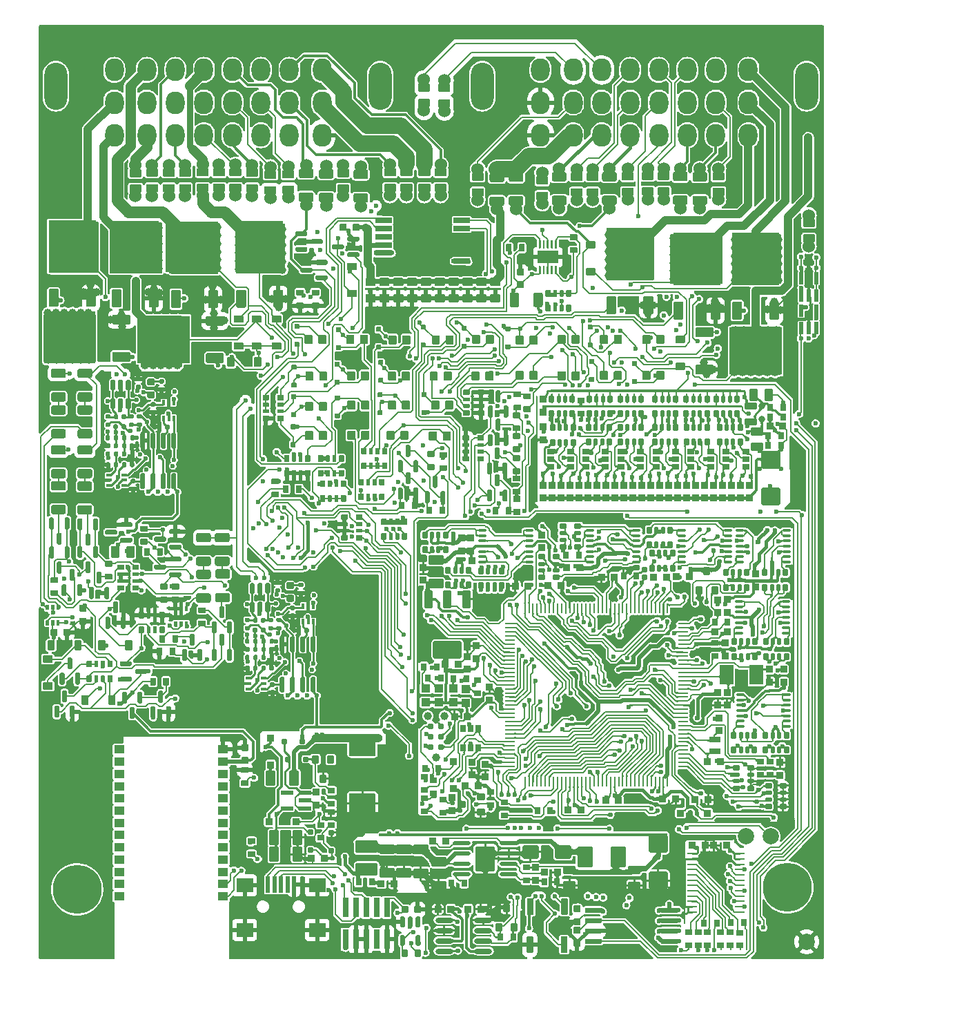
<source format=gtl>
G75*
G70*
%OFA0B0*%
%FSLAX25Y25*%
%IPPOS*%
%LPD*%
%AMOC8*
5,1,8,0,0,1.08239X$1,22.5*
%
%AMM115*
21,1,0.070870,0.036220,-0.000000,0.000000,90.000000*
21,1,0.061810,0.045280,-0.000000,0.000000,90.000000*
1,1,0.009060,0.018110,0.030910*
1,1,0.009060,0.018110,-0.030910*
1,1,0.009060,-0.018110,-0.030910*
1,1,0.009060,-0.018110,0.030910*
%
%AMM116*
21,1,0.033470,0.026770,-0.000000,0.000000,270.000000*
21,1,0.026770,0.033470,-0.000000,0.000000,270.000000*
1,1,0.006690,-0.013390,-0.013390*
1,1,0.006690,-0.013390,0.013390*
1,1,0.006690,0.013390,0.013390*
1,1,0.006690,0.013390,-0.013390*
%
%AMM117*
21,1,0.035430,0.030320,-0.000000,0.000000,180.000000*
21,1,0.028350,0.037400,-0.000000,0.000000,180.000000*
1,1,0.007090,-0.014170,0.015160*
1,1,0.007090,0.014170,0.015160*
1,1,0.007090,0.014170,-0.015160*
1,1,0.007090,-0.014170,-0.015160*
%
%AMM118*
21,1,0.021650,0.052760,-0.000000,0.000000,90.000000*
21,1,0.017320,0.057090,-0.000000,0.000000,90.000000*
1,1,0.004330,0.026380,0.008660*
1,1,0.004330,0.026380,-0.008660*
1,1,0.004330,-0.026380,-0.008660*
1,1,0.004330,-0.026380,0.008660*
%
%AMM119*
21,1,0.094490,0.111020,-0.000000,0.000000,270.000000*
21,1,0.075590,0.129920,-0.000000,0.000000,270.000000*
1,1,0.018900,-0.055510,-0.037800*
1,1,0.018900,-0.055510,0.037800*
1,1,0.018900,0.055510,0.037800*
1,1,0.018900,0.055510,-0.037800*
%
%AMM120*
21,1,0.023620,0.018900,-0.000000,0.000000,0.000000*
21,1,0.018900,0.023620,-0.000000,0.000000,0.000000*
1,1,0.004720,0.009450,-0.009450*
1,1,0.004720,-0.009450,-0.009450*
1,1,0.004720,-0.009450,0.009450*
1,1,0.004720,0.009450,0.009450*
%
%AMM121*
21,1,0.035830,0.026770,-0.000000,0.000000,90.000000*
21,1,0.029130,0.033470,-0.000000,0.000000,90.000000*
1,1,0.006690,0.013390,0.014570*
1,1,0.006690,0.013390,-0.014570*
1,1,0.006690,-0.013390,-0.014570*
1,1,0.006690,-0.013390,0.014570*
%
%AMM122*
21,1,0.023620,0.018900,-0.000000,0.000000,270.000000*
21,1,0.018900,0.023620,-0.000000,0.000000,270.000000*
1,1,0.004720,-0.009450,-0.009450*
1,1,0.004720,-0.009450,0.009450*
1,1,0.004720,0.009450,0.009450*
1,1,0.004720,0.009450,-0.009450*
%
%AMM123*
21,1,0.027560,0.030710,-0.000000,0.000000,90.000000*
21,1,0.022050,0.036220,-0.000000,0.000000,90.000000*
1,1,0.005510,0.015350,0.011020*
1,1,0.005510,0.015350,-0.011020*
1,1,0.005510,-0.015350,-0.011020*
1,1,0.005510,-0.015350,0.011020*
%
%AMM124*
21,1,0.033470,0.026770,-0.000000,0.000000,180.000000*
21,1,0.026770,0.033470,-0.000000,0.000000,180.000000*
1,1,0.006690,-0.013390,0.013390*
1,1,0.006690,0.013390,0.013390*
1,1,0.006690,0.013390,-0.013390*
1,1,0.006690,-0.013390,-0.013390*
%
%AMM125*
21,1,0.035830,0.026770,-0.000000,0.000000,180.000000*
21,1,0.029130,0.033470,-0.000000,0.000000,180.000000*
1,1,0.006690,-0.014570,0.013390*
1,1,0.006690,0.014570,0.013390*
1,1,0.006690,0.014570,-0.013390*
1,1,0.006690,-0.014570,-0.013390*
%
%AMM126*
21,1,0.047240,0.015750,-0.000000,0.000000,225.000000*
1,1,0.015750,0.016700,0.016700*
1,1,0.015750,-0.016700,-0.016700*
%
%AMM158*
21,1,0.039370,0.049210,-0.000000,-0.000000,270.000000*
21,1,0.031500,0.057090,-0.000000,-0.000000,270.000000*
1,1,0.007870,-0.024610,-0.015750*
1,1,0.007870,-0.024610,0.015750*
1,1,0.007870,0.024610,0.015750*
1,1,0.007870,0.024610,-0.015750*
%
%AMM159*
21,1,0.106300,0.050390,-0.000000,-0.000000,180.000000*
21,1,0.093700,0.062990,-0.000000,-0.000000,180.000000*
1,1,0.012600,-0.046850,0.025200*
1,1,0.012600,0.046850,0.025200*
1,1,0.012600,0.046850,-0.025200*
1,1,0.012600,-0.046850,-0.025200*
%
%AMM160*
21,1,0.074800,0.083460,-0.000000,-0.000000,0.000000*
21,1,0.059840,0.098430,-0.000000,-0.000000,0.000000*
1,1,0.014960,0.029920,-0.041730*
1,1,0.014960,-0.029920,-0.041730*
1,1,0.014960,-0.029920,0.041730*
1,1,0.014960,0.029920,0.041730*
%
%AMM161*
21,1,0.027560,0.030710,-0.000000,-0.000000,0.000000*
21,1,0.022050,0.036220,-0.000000,-0.000000,0.000000*
1,1,0.005510,0.011020,-0.015350*
1,1,0.005510,-0.011020,-0.015350*
1,1,0.005510,-0.011020,0.015350*
1,1,0.005510,0.011020,0.015350*
%
%AMM162*
21,1,0.033470,0.026770,-0.000000,-0.000000,0.000000*
21,1,0.026770,0.033470,-0.000000,-0.000000,0.000000*
1,1,0.006690,0.013390,-0.013390*
1,1,0.006690,-0.013390,-0.013390*
1,1,0.006690,-0.013390,0.013390*
1,1,0.006690,0.013390,0.013390*
%
%AMM163*
21,1,0.033470,0.026770,-0.000000,-0.000000,90.000000*
21,1,0.026770,0.033470,-0.000000,-0.000000,90.000000*
1,1,0.006690,0.013390,0.013390*
1,1,0.006690,0.013390,-0.013390*
1,1,0.006690,-0.013390,-0.013390*
1,1,0.006690,-0.013390,0.013390*
%
%AMM164*
21,1,0.122050,0.075590,-0.000000,-0.000000,90.000000*
21,1,0.103150,0.094490,-0.000000,-0.000000,90.000000*
1,1,0.018900,0.037800,0.051580*
1,1,0.018900,0.037800,-0.051580*
1,1,0.018900,-0.037800,-0.051580*
1,1,0.018900,-0.037800,0.051580*
%
%AMM165*
21,1,0.078740,0.053540,-0.000000,-0.000000,0.000000*
21,1,0.065350,0.066930,-0.000000,-0.000000,0.000000*
1,1,0.013390,0.032680,-0.026770*
1,1,0.013390,-0.032680,-0.026770*
1,1,0.013390,-0.032680,0.026770*
1,1,0.013390,0.032680,0.026770*
%
%AMM166*
21,1,0.070870,0.036220,-0.000000,-0.000000,0.000000*
21,1,0.061810,0.045280,-0.000000,-0.000000,0.000000*
1,1,0.009060,0.030910,-0.018110*
1,1,0.009060,-0.030910,-0.018110*
1,1,0.009060,-0.030910,0.018110*
1,1,0.009060,0.030910,0.018110*
%
%AMM167*
21,1,0.086610,0.073230,-0.000000,-0.000000,270.000000*
21,1,0.069290,0.090550,-0.000000,-0.000000,270.000000*
1,1,0.017320,-0.036610,-0.034650*
1,1,0.017320,-0.036610,0.034650*
1,1,0.017320,0.036610,0.034650*
1,1,0.017320,0.036610,-0.034650*
%
%AMM168*
21,1,0.027560,0.030710,-0.000000,-0.000000,270.000000*
21,1,0.022050,0.036220,-0.000000,-0.000000,270.000000*
1,1,0.005510,-0.015350,-0.011020*
1,1,0.005510,-0.015350,0.011020*
1,1,0.005510,0.015350,0.011020*
1,1,0.005510,0.015350,-0.011020*
%
%AMM199*
21,1,0.035430,0.050000,-0.000000,-0.000000,90.000000*
21,1,0.028350,0.057090,-0.000000,-0.000000,90.000000*
1,1,0.007090,0.025000,0.014170*
1,1,0.007090,0.025000,-0.014170*
1,1,0.007090,-0.025000,-0.014170*
1,1,0.007090,-0.025000,0.014170*
%
%AMM200*
21,1,0.086610,0.073230,-0.000000,-0.000000,90.000000*
21,1,0.069290,0.090550,-0.000000,-0.000000,90.000000*
1,1,0.017320,0.036610,0.034650*
1,1,0.017320,0.036610,-0.034650*
1,1,0.017320,-0.036610,-0.034650*
1,1,0.017320,-0.036610,0.034650*
%
%AMM201*
21,1,0.039370,0.049210,-0.000000,-0.000000,0.000000*
21,1,0.031500,0.057090,-0.000000,-0.000000,0.000000*
1,1,0.007870,0.015750,-0.024610*
1,1,0.007870,-0.015750,-0.024610*
1,1,0.007870,-0.015750,0.024610*
1,1,0.007870,0.015750,0.024610*
%
%AMM202*
21,1,0.023620,0.030710,-0.000000,-0.000000,270.000000*
21,1,0.018900,0.035430,-0.000000,-0.000000,270.000000*
1,1,0.004720,-0.015350,-0.009450*
1,1,0.004720,-0.015350,0.009450*
1,1,0.004720,0.015350,0.009450*
1,1,0.004720,0.015350,-0.009450*
%
%AMM203*
21,1,0.025590,0.026380,-0.000000,-0.000000,180.000000*
21,1,0.020470,0.031500,-0.000000,-0.000000,180.000000*
1,1,0.005120,-0.010240,0.013190*
1,1,0.005120,0.010240,0.013190*
1,1,0.005120,0.010240,-0.013190*
1,1,0.005120,-0.010240,-0.013190*
%
%AMM204*
21,1,0.017720,0.027950,-0.000000,-0.000000,180.000000*
21,1,0.014170,0.031500,-0.000000,-0.000000,180.000000*
1,1,0.003540,-0.007090,0.013980*
1,1,0.003540,0.007090,0.013980*
1,1,0.003540,0.007090,-0.013980*
1,1,0.003540,-0.007090,-0.013980*
%
%AMM205*
21,1,0.027560,0.030710,-0.000000,-0.000000,180.000000*
21,1,0.022050,0.036220,-0.000000,-0.000000,180.000000*
1,1,0.005510,-0.011020,0.015350*
1,1,0.005510,0.011020,0.015350*
1,1,0.005510,0.011020,-0.015350*
1,1,0.005510,-0.011020,-0.015350*
%
%AMM206*
21,1,0.007870,0.503940,-0.000000,-0.000000,0.000000*
21,1,0.000000,0.511810,-0.000000,-0.000000,0.000000*
1,1,0.007870,-0.000000,-0.251970*
1,1,0.007870,-0.000000,-0.251970*
1,1,0.007870,-0.000000,0.251970*
1,1,0.007870,-0.000000,0.251970*
%
%AMM207*
21,1,0.009840,0.919290,-0.000000,-0.000000,90.000000*
21,1,0.000000,0.929130,-0.000000,-0.000000,90.000000*
1,1,0.009840,0.459650,-0.000000*
1,1,0.009840,0.459650,-0.000000*
1,1,0.009840,-0.459650,-0.000000*
1,1,0.009840,-0.459650,-0.000000*
%
%AMM208*
21,1,0.007870,0.041340,-0.000000,-0.000000,180.000000*
21,1,0.000000,0.049210,-0.000000,-0.000000,180.000000*
1,1,0.007870,-0.000000,0.020670*
1,1,0.007870,-0.000000,0.020670*
1,1,0.007870,-0.000000,-0.020670*
1,1,0.007870,-0.000000,-0.020670*
%
%AMM263*
21,1,0.070870,0.036220,-0.000000,-0.000000,180.000000*
21,1,0.061810,0.045280,-0.000000,-0.000000,180.000000*
1,1,0.009060,-0.030910,0.018110*
1,1,0.009060,0.030910,0.018110*
1,1,0.009060,0.030910,-0.018110*
1,1,0.009060,-0.030910,-0.018110*
%
%AMM264*
21,1,0.027560,0.030710,-0.000000,-0.000000,90.000000*
21,1,0.022050,0.036220,-0.000000,-0.000000,90.000000*
1,1,0.005510,0.015350,0.011020*
1,1,0.005510,0.015350,-0.011020*
1,1,0.005510,-0.015350,-0.011020*
1,1,0.005510,-0.015350,0.011020*
%
%AMM265*
21,1,0.033470,0.026770,-0.000000,-0.000000,270.000000*
21,1,0.026770,0.033470,-0.000000,-0.000000,270.000000*
1,1,0.006690,-0.013390,-0.013390*
1,1,0.006690,-0.013390,0.013390*
1,1,0.006690,0.013390,0.013390*
1,1,0.006690,0.013390,-0.013390*
%
%AMM266*
21,1,0.023620,0.030710,-0.000000,-0.000000,0.000000*
21,1,0.018900,0.035430,-0.000000,-0.000000,0.000000*
1,1,0.004720,0.009450,-0.015350*
1,1,0.004720,-0.009450,-0.015350*
1,1,0.004720,-0.009450,0.015350*
1,1,0.004720,0.009450,0.015350*
%
%AMM267*
21,1,0.027560,0.018900,-0.000000,-0.000000,0.000000*
21,1,0.022840,0.023620,-0.000000,-0.000000,0.000000*
1,1,0.004720,0.011420,-0.009450*
1,1,0.004720,-0.011420,-0.009450*
1,1,0.004720,-0.011420,0.009450*
1,1,0.004720,0.011420,0.009450*
%
%AMM268*
21,1,0.137800,0.067720,-0.000000,-0.000000,180.000000*
21,1,0.120870,0.084650,-0.000000,-0.000000,180.000000*
1,1,0.016930,-0.060430,0.033860*
1,1,0.016930,0.060430,0.033860*
1,1,0.016930,0.060430,-0.033860*
1,1,0.016930,-0.060430,-0.033860*
%
%AMM269*
21,1,0.043310,0.075980,-0.000000,-0.000000,180.000000*
21,1,0.034650,0.084650,-0.000000,-0.000000,180.000000*
1,1,0.008660,-0.017320,0.037990*
1,1,0.008660,0.017320,0.037990*
1,1,0.008660,0.017320,-0.037990*
1,1,0.008660,-0.017320,-0.037990*
%
%AMM270*
21,1,0.043310,0.075990,-0.000000,-0.000000,180.000000*
21,1,0.034650,0.084650,-0.000000,-0.000000,180.000000*
1,1,0.008660,-0.017320,0.037990*
1,1,0.008660,0.017320,0.037990*
1,1,0.008660,0.017320,-0.037990*
1,1,0.008660,-0.017320,-0.037990*
%
%AMM271*
21,1,0.039370,0.035430,-0.000000,-0.000000,90.000000*
21,1,0.031500,0.043310,-0.000000,-0.000000,90.000000*
1,1,0.007870,0.017720,0.015750*
1,1,0.007870,0.017720,-0.015750*
1,1,0.007870,-0.017720,-0.015750*
1,1,0.007870,-0.017720,0.015750*
%
%AMM272*
21,1,0.035430,0.030320,-0.000000,-0.000000,90.000000*
21,1,0.028350,0.037400,-0.000000,-0.000000,90.000000*
1,1,0.007090,0.015160,0.014170*
1,1,0.007090,0.015160,-0.014170*
1,1,0.007090,-0.015160,-0.014170*
1,1,0.007090,-0.015160,0.014170*
%
%AMM273*
21,1,0.035830,0.026770,-0.000000,-0.000000,90.000000*
21,1,0.029130,0.033470,-0.000000,-0.000000,90.000000*
1,1,0.006690,0.013390,0.014570*
1,1,0.006690,0.013390,-0.014570*
1,1,0.006690,-0.013390,-0.014570*
1,1,0.006690,-0.013390,0.014570*
%
%AMM274*
21,1,0.035430,0.030320,-0.000000,-0.000000,0.000000*
21,1,0.028350,0.037400,-0.000000,-0.000000,0.000000*
1,1,0.007090,0.014170,-0.015160*
1,1,0.007090,-0.014170,-0.015160*
1,1,0.007090,-0.014170,0.015160*
1,1,0.007090,0.014170,0.015160*
%
%AMM275*
21,1,0.025590,0.026380,-0.000000,-0.000000,90.000000*
21,1,0.020470,0.031500,-0.000000,-0.000000,90.000000*
1,1,0.005120,0.013190,0.010240*
1,1,0.005120,0.013190,-0.010240*
1,1,0.005120,-0.013190,-0.010240*
1,1,0.005120,-0.013190,0.010240*
%
%AMM276*
21,1,0.017720,0.027950,-0.000000,-0.000000,90.000000*
21,1,0.014170,0.031500,-0.000000,-0.000000,90.000000*
1,1,0.003540,0.013980,0.007090*
1,1,0.003540,0.013980,-0.007090*
1,1,0.003540,-0.013980,-0.007090*
1,1,0.003540,-0.013980,0.007090*
%
%AMM277*
21,1,0.027560,0.049610,-0.000000,-0.000000,90.000000*
21,1,0.022050,0.055120,-0.000000,-0.000000,90.000000*
1,1,0.005510,0.024800,0.011020*
1,1,0.005510,0.024800,-0.011020*
1,1,0.005510,-0.024800,-0.011020*
1,1,0.005510,-0.024800,0.011020*
%
%AMM278*
21,1,0.035830,0.026770,-0.000000,-0.000000,0.000000*
21,1,0.029130,0.033470,-0.000000,-0.000000,0.000000*
1,1,0.006690,0.014570,-0.013390*
1,1,0.006690,-0.014570,-0.013390*
1,1,0.006690,-0.014570,0.013390*
1,1,0.006690,0.014570,0.013390*
%
%AMM279*
21,1,0.007870,0.029130,-0.000000,-0.000000,45.000000*
21,1,0.000000,0.037010,-0.000000,-0.000000,45.000000*
1,1,0.007870,0.010300,-0.010300*
1,1,0.007870,0.010300,-0.010300*
1,1,0.007870,-0.010300,0.010300*
1,1,0.007870,-0.010300,0.010300*
%
%AMM280*
21,1,0.007870,0.014960,-0.000000,-0.000000,315.000000*
21,1,0.000000,0.022840,-0.000000,-0.000000,315.000000*
1,1,0.007870,-0.005290,-0.005290*
1,1,0.007870,-0.005290,-0.005290*
1,1,0.007870,0.005290,0.005290*
1,1,0.007870,0.005290,0.005290*
%
%AMM281*
21,1,0.007870,0.013780,-0.000000,-0.000000,225.000000*
21,1,0.000000,0.021650,-0.000000,-0.000000,225.000000*
1,1,0.007870,-0.004870,0.004870*
1,1,0.007870,-0.004870,0.004870*
1,1,0.007870,0.004870,-0.004870*
1,1,0.007870,0.004870,-0.004870*
%
%AMM282*
21,1,0.007870,0.039370,-0.000000,-0.000000,225.000000*
21,1,0.000000,0.047240,-0.000000,-0.000000,225.000000*
1,1,0.007870,-0.013920,0.013920*
1,1,0.007870,-0.013920,0.013920*
1,1,0.007870,0.013920,-0.013920*
1,1,0.007870,0.013920,-0.013920*
%
%AMM283*
21,1,0.007870,0.055120,-0.000000,-0.000000,90.000000*
21,1,0.000000,0.062990,-0.000000,-0.000000,90.000000*
1,1,0.007870,0.027560,-0.000000*
1,1,0.007870,0.027560,-0.000000*
1,1,0.007870,-0.027560,-0.000000*
1,1,0.007870,-0.027560,-0.000000*
%
%AMM284*
21,1,0.007870,0.023620,-0.000000,-0.000000,135.000000*
21,1,0.000000,0.031500,-0.000000,-0.000000,135.000000*
1,1,0.007870,0.008350,0.008350*
1,1,0.007870,0.008350,0.008350*
1,1,0.007870,-0.008350,-0.008350*
1,1,0.007870,-0.008350,-0.008350*
%
%AMM285*
21,1,0.007870,1.704720,-0.000000,-0.000000,90.000000*
21,1,0.000000,1.712600,-0.000000,-0.000000,90.000000*
1,1,0.007870,0.852360,-0.000000*
1,1,0.007870,0.852360,-0.000000*
1,1,0.007870,-0.852360,-0.000000*
1,1,0.007870,-0.852360,-0.000000*
%
%AMM286*
21,1,0.007870,1.405510,-0.000000,-0.000000,0.000000*
21,1,0.000000,1.413390,-0.000000,-0.000000,0.000000*
1,1,0.007870,-0.000000,-0.702760*
1,1,0.007870,-0.000000,-0.702760*
1,1,0.007870,-0.000000,0.702760*
1,1,0.007870,-0.000000,0.702760*
%
%AMM287*
21,1,0.007870,1.787400,-0.000000,-0.000000,90.000000*
21,1,0.000000,1.795280,-0.000000,-0.000000,90.000000*
1,1,0.007870,0.893700,-0.000000*
1,1,0.007870,0.893700,-0.000000*
1,1,0.007870,-0.893700,-0.000000*
1,1,0.007870,-0.893700,-0.000000*
%
%AMM288*
21,1,0.007870,1.416930,-0.000000,-0.000000,0.000000*
21,1,0.000000,1.424800,-0.000000,-0.000000,0.000000*
1,1,0.007870,-0.000000,-0.708470*
1,1,0.007870,-0.000000,-0.708470*
1,1,0.007870,-0.000000,0.708470*
1,1,0.007870,-0.000000,0.708470*
%
%AMM289*
21,1,0.009840,0.017720,-0.000000,-0.000000,0.000000*
21,1,0.000000,0.027560,-0.000000,-0.000000,0.000000*
1,1,0.009840,-0.000000,-0.008860*
1,1,0.009840,-0.000000,-0.008860*
1,1,0.009840,-0.000000,0.008860*
1,1,0.009840,-0.000000,0.008860*
%
%AMM312*
21,1,0.033470,0.026770,-0.000000,-0.000000,180.000000*
21,1,0.026770,0.033470,-0.000000,-0.000000,180.000000*
1,1,0.006690,-0.013390,0.013390*
1,1,0.006690,0.013390,0.013390*
1,1,0.006690,0.013390,-0.013390*
1,1,0.006690,-0.013390,-0.013390*
%
%AMM314*
21,1,0.021650,0.052760,-0.000000,0.000000,0.000000*
21,1,0.017320,0.057090,-0.000000,0.000000,0.000000*
1,1,0.004330,0.008660,-0.026380*
1,1,0.004330,-0.008660,-0.026380*
1,1,0.004330,-0.008660,0.026380*
1,1,0.004330,0.008660,0.026380*
%
%AMM44*
21,1,0.033470,0.026770,0.000000,0.000000,0.000000*
21,1,0.026770,0.033470,0.000000,0.000000,0.000000*
1,1,0.006690,0.013390,-0.013390*
1,1,0.006690,-0.013390,-0.013390*
1,1,0.006690,-0.013390,0.013390*
1,1,0.006690,0.013390,0.013390*
%
%AMM45*
21,1,0.027560,0.030710,0.000000,0.000000,270.000000*
21,1,0.022050,0.036220,0.000000,0.000000,270.000000*
1,1,0.005510,-0.015350,-0.011020*
1,1,0.005510,-0.015350,0.011020*
1,1,0.005510,0.015350,0.011020*
1,1,0.005510,0.015350,-0.011020*
%
%AMM46*
21,1,0.015750,0.009840,0.000000,0.000000,45.000000*
1,1,0.009840,-0.005570,-0.005570*
1,1,0.009840,0.005570,0.005570*
%
%AMM9*
21,1,0.027560,0.030710,0.000000,0.000000,0.000000*
21,1,0.022050,0.036220,0.000000,0.000000,0.000000*
1,1,0.005510,0.011020,-0.015350*
1,1,0.005510,-0.011020,-0.015350*
1,1,0.005510,-0.011020,0.015350*
1,1,0.005510,0.011020,0.015350*
%
%ADD10O,0.00984X0.40157*%
%ADD103O,0.03937X0.01968*%
%ADD109C,0.01968*%
%ADD11O,0.22835X0.00984*%
%ADD12O,0.00787X0.01575*%
%ADD129O,0.08661X0.01968*%
%ADD13C,0.02362*%
%ADD135O,0.01968X0.03937*%
%ADD136O,0.01968X0.11811*%
%ADD137O,0.01575X0.28347*%
%ADD14C,0.06000*%
%ADD15C,0.23622*%
%ADD150R,0.02559X0.01575*%
%ADD156R,0.01575X0.02559*%
%ADD158O,0.04961X0.00984*%
%ADD159M44*%
%ADD16C,0.07874*%
%ADD160M45*%
%ADD161M46*%
%ADD162O,0.00984X0.40158*%
%ADD17R,0.22835X0.25197*%
%ADD18O,0.11024X0.22835*%
%ADD189O,0.05118X0.00866*%
%ADD19O,0.09055X0.11024*%
%ADD190O,0.00866X0.05118*%
%ADD195O,0.04331X0.01181*%
%ADD198R,0.06693X0.09449*%
%ADD20R,0.01969X0.07874*%
%ADD21R,0.07874X0.06693*%
%ADD216R,0.01968X0.01968*%
%ADD217C,0.03100*%
%ADD218C,0.03900*%
%ADD22R,0.25197X0.22835*%
%ADD23R,0.07874X0.02559*%
%ADD24R,0.17717X0.31890*%
%ADD243O,0.08661X0.02362*%
%ADD244O,0.01968X0.00984*%
%ADD245O,0.00984X0.01968*%
%ADD25O,0.00787X0.22323*%
%ADD252C,0.01850*%
%ADD259M115*%
%ADD26O,0.43701X0.00787*%
%ADD260M116*%
%ADD261M117*%
%ADD262M118*%
%ADD263M119*%
%ADD264M120*%
%ADD265M121*%
%ADD266M122*%
%ADD267M123*%
%ADD268M124*%
%ADD269M125*%
%ADD27O,0.01969X0.00984*%
%ADD270O,0.34429X0.03937*%
%ADD271O,0.36221X0.00787*%
%ADD272O,0.01968X0.00787*%
%ADD273M126*%
%ADD28O,0.00787X0.26772*%
%ADD29O,0.38583X0.01575*%
%ADD30O,0.00984X0.01969*%
%ADD31O,0.01969X0.03937*%
%ADD314M158*%
%ADD315M159*%
%ADD316M160*%
%ADD317M161*%
%ADD318M162*%
%ADD319M163*%
%ADD32O,0.34428X0.03937*%
%ADD320M164*%
%ADD321M165*%
%ADD322M166*%
%ADD323M167*%
%ADD324M168*%
%ADD33O,0.01575X0.35433*%
%ADD34O,0.21260X0.01575*%
%ADD35O,0.00787X0.25591*%
%ADD355M199*%
%ADD356M200*%
%ADD357M201*%
%ADD358M202*%
%ADD359M203*%
%ADD36O,0.00787X0.54331*%
%ADD360M204*%
%ADD361M205*%
%ADD362M206*%
%ADD363M207*%
%ADD364M208*%
%ADD37O,0.01969X0.00787*%
%ADD38O,0.36220X0.00787*%
%ADD39R,0.24350X0.00984*%
%ADD40R,0.00984X0.56201*%
%ADD41R,0.00984X0.59449*%
%ADD42R,0.04390X0.00984*%
%ADD423M263*%
%ADD424M264*%
%ADD425M265*%
%ADD426M266*%
%ADD427M267*%
%ADD428M268*%
%ADD429M269*%
%ADD43R,0.20374X0.00984*%
%ADD430M270*%
%ADD431M271*%
%ADD432M272*%
%ADD433M273*%
%ADD434M274*%
%ADD435M275*%
%ADD436M276*%
%ADD437M277*%
%ADD438M278*%
%ADD439M279*%
%ADD44R,0.10236X0.05906*%
%ADD440M280*%
%ADD441M281*%
%ADD442M282*%
%ADD443M283*%
%ADD444M284*%
%ADD445M285*%
%ADD446M286*%
%ADD447M287*%
%ADD448M288*%
%ADD449M289*%
%ADD45R,0.05118X0.03937*%
%ADD46O,0.00787X0.36614*%
%ADD47O,0.04724X0.00787*%
%ADD478M312*%
%ADD48O,0.19685X0.01575*%
%ADD480M314*%
%ADD481O,0.04823X0.00787*%
%ADD49O,0.01575X0.28346*%
%ADD50O,1.18110X0.01575*%
%ADD51O,0.03937X0.01969*%
%ADD52O,0.00787X0.12205*%
%ADD53O,0.01969X0.11811*%
%ADD54O,1.39370X0.01575*%
%ADD55R,0.02913X0.09449*%
%ADD56C,0.03937*%
%ADD57C,0.05906*%
%ADD58C,0.00787*%
%ADD59C,0.02000*%
%ADD60C,0.01575*%
%ADD61C,0.01969*%
%ADD62C,0.01181*%
%ADD63C,0.00800*%
%ADD64C,0.05118*%
%ADD65C,0.04724*%
%ADD66C,0.05512*%
%ADD67C,0.03150*%
%ADD75C,0.00984*%
%ADD97M9*%
X0000000Y0000000D02*
%LPD*%
G01*
G36*
G01*
X0178642Y0329134D02*
X0182776Y0329134D01*
G75*
G02*
X0183169Y0328740I0000000J-000394D01*
G01*
X0183169Y0325591D01*
G75*
G02*
X0182776Y0325197I-000394J0000000D01*
G01*
X0178642Y0325197D01*
G75*
G02*
X0178248Y0325591I0000000J0000394D01*
G01*
X0178248Y0328740D01*
G75*
G02*
X0178642Y0329134I0000394J0000000D01*
G01*
G37*
G36*
G01*
X0178642Y0321260D02*
X0182776Y0321260D01*
G75*
G02*
X0183169Y0320866I0000000J-000394D01*
G01*
X0183169Y0317717D01*
G75*
G02*
X0182776Y0317323I-000394J0000000D01*
G01*
X0178642Y0317323D01*
G75*
G02*
X0178248Y0317717I0000000J0000394D01*
G01*
X0178248Y0320866D01*
G75*
G02*
X0178642Y0321260I0000394J0000000D01*
G01*
G37*
D10*
X0312126Y0037402D03*
D11*
X0324379Y0058071D03*
G36*
G01*
X0311811Y0056576D02*
X0311811Y0056576D01*
G75*
G02*
X0311811Y0057272I0000348J0000348D01*
G01*
X0312925Y0058385D01*
G75*
G02*
X0313621Y0058385I0000348J-000348D01*
G01*
X0313621Y0058385D01*
G75*
G02*
X0313621Y0057689I-000348J-000348D01*
G01*
X0312507Y0056576D01*
G75*
G02*
X0311811Y0056576I-000348J0000348D01*
G01*
G37*
D12*
X0342145Y0005415D03*
X0339153Y0005415D03*
X0334527Y0005415D03*
X0329901Y0005415D03*
X0326594Y0005415D03*
X0323641Y0005415D03*
X0319015Y0005415D03*
X0314389Y0005415D03*
D13*
X0334232Y0045177D03*
X0341456Y0043504D03*
X0333385Y0041339D03*
X0334232Y0037894D03*
X0334527Y0034547D03*
X0341456Y0033268D03*
X0336299Y0028150D03*
X0341456Y0025591D03*
X0318129Y0053839D03*
X0334173Y0052657D03*
G36*
G01*
X0098858Y0294508D02*
X0094843Y0294508D01*
G75*
G02*
X0094488Y0294862I0000000J0000354D01*
G01*
X0094488Y0297697D01*
G75*
G02*
X0094843Y0298051I0000354J0000000D01*
G01*
X0098858Y0298051D01*
G75*
G02*
X0099213Y0297697I0000000J-000354D01*
G01*
X0099213Y0294862D01*
G75*
G02*
X0098858Y0294508I-000354J0000000D01*
G01*
G37*
G36*
G01*
X0098858Y0307500D02*
X0094843Y0307500D01*
G75*
G02*
X0094488Y0307854I0000000J0000354D01*
G01*
X0094488Y0310689D01*
G75*
G02*
X0094843Y0311043I0000354J0000000D01*
G01*
X0098858Y0311043D01*
G75*
G02*
X0099213Y0310689I0000000J-000354D01*
G01*
X0099213Y0307854D01*
G75*
G02*
X0098858Y0307500I-000354J0000000D01*
G01*
G37*
G36*
G01*
X0304626Y0368898D02*
X0299705Y0368898D01*
G75*
G02*
X0299311Y0369291I0000000J0000394D01*
G01*
X0299311Y0372441D01*
G75*
G02*
X0299705Y0372835I0000394J0000000D01*
G01*
X0304626Y0372835D01*
G75*
G02*
X0305020Y0372441I0000000J-000394D01*
G01*
X0305020Y0369291D01*
G75*
G02*
X0304626Y0368898I-000394J0000000D01*
G01*
G37*
D14*
X0302165Y0367106D03*
G36*
G01*
X0304626Y0376378D02*
X0299705Y0376378D01*
G75*
G02*
X0299311Y0376772I0000000J0000394D01*
G01*
X0299311Y0379921D01*
G75*
G02*
X0299705Y0380315I0000394J0000000D01*
G01*
X0304626Y0380315D01*
G75*
G02*
X0305020Y0379921I0000000J-000394D01*
G01*
X0305020Y0376772D01*
G75*
G02*
X0304626Y0376378I-000394J0000000D01*
G01*
G37*
X0302165Y0382106D03*
G36*
G01*
X0261772Y0016634D02*
X0259094Y0016634D01*
G75*
G02*
X0258760Y0016968I0000000J0000335D01*
G01*
X0258760Y0019646D01*
G75*
G02*
X0259094Y0019980I0000335J0000000D01*
G01*
X0261772Y0019980D01*
G75*
G02*
X0262106Y0019646I0000000J-000335D01*
G01*
X0262106Y0016968D01*
G75*
G02*
X0261772Y0016634I-000335J0000000D01*
G01*
G37*
G36*
G01*
X0261772Y0022854D02*
X0259094Y0022854D01*
G75*
G02*
X0258760Y0023189I0000000J0000335D01*
G01*
X0258760Y0025866D01*
G75*
G02*
X0259094Y0026201I0000335J0000000D01*
G01*
X0261772Y0026201D01*
G75*
G02*
X0262106Y0025866I0000000J-000335D01*
G01*
X0262106Y0023189D01*
G75*
G02*
X0261772Y0022854I-000335J0000000D01*
G01*
G37*
G36*
G01*
X0049646Y0209449D02*
X0052717Y0209449D01*
G75*
G02*
X0052992Y0209173I0000000J-000276D01*
G01*
X0052992Y0206969D01*
G75*
G02*
X0052717Y0206693I-000276J0000000D01*
G01*
X0049646Y0206693D01*
G75*
G02*
X0049370Y0206969I0000000J0000276D01*
G01*
X0049370Y0209173D01*
G75*
G02*
X0049646Y0209449I0000276J0000000D01*
G01*
G37*
G36*
G01*
X0049646Y0203150D02*
X0052717Y0203150D01*
G75*
G02*
X0052992Y0202874I0000000J-000276D01*
G01*
X0052992Y0200669D01*
G75*
G02*
X0052717Y0200394I-000276J0000000D01*
G01*
X0049646Y0200394D01*
G75*
G02*
X0049370Y0200669I0000000J0000276D01*
G01*
X0049370Y0202874D01*
G75*
G02*
X0049646Y0203150I0000276J0000000D01*
G01*
G37*
G36*
G01*
X0101614Y0058661D02*
X0104685Y0058661D01*
G75*
G02*
X0104961Y0058386I0000000J-000276D01*
G01*
X0104961Y0056181D01*
G75*
G02*
X0104685Y0055906I-000276J0000000D01*
G01*
X0101614Y0055906D01*
G75*
G02*
X0101339Y0056181I0000000J0000276D01*
G01*
X0101339Y0058386D01*
G75*
G02*
X0101614Y0058661I0000276J0000000D01*
G01*
G37*
G36*
G01*
X0101614Y0052362D02*
X0104685Y0052362D01*
G75*
G02*
X0104961Y0052087I0000000J-000276D01*
G01*
X0104961Y0049882D01*
G75*
G02*
X0104685Y0049606I-000276J0000000D01*
G01*
X0101614Y0049606D01*
G75*
G02*
X0101339Y0049882I0000000J0000276D01*
G01*
X0101339Y0052087D01*
G75*
G02*
X0101614Y0052362I0000276J0000000D01*
G01*
G37*
G36*
G01*
X0136220Y0221319D02*
X0136220Y0223957D01*
G75*
G02*
X0136476Y0224213I0000256J0000000D01*
G01*
X0138524Y0224213D01*
G75*
G02*
X0138780Y0223957I0000000J-000256D01*
G01*
X0138780Y0221319D01*
G75*
G02*
X0138524Y0221063I-000256J0000000D01*
G01*
X0136476Y0221063D01*
G75*
G02*
X0136220Y0221319I0000000J0000256D01*
G01*
G37*
G36*
G01*
X0140059Y0221240D02*
X0140059Y0224035D01*
G75*
G02*
X0140236Y0224213I0000177J0000000D01*
G01*
X0141654Y0224213D01*
G75*
G02*
X0141831Y0224035I0000000J-000177D01*
G01*
X0141831Y0221240D01*
G75*
G02*
X0141654Y0221063I-000177J0000000D01*
G01*
X0140236Y0221063D01*
G75*
G02*
X0140059Y0221240I0000000J0000177D01*
G01*
G37*
G36*
G01*
X0143209Y0221240D02*
X0143209Y0224035D01*
G75*
G02*
X0143386Y0224213I0000177J0000000D01*
G01*
X0144803Y0224213D01*
G75*
G02*
X0144980Y0224035I0000000J-000177D01*
G01*
X0144980Y0221240D01*
G75*
G02*
X0144803Y0221063I-000177J0000000D01*
G01*
X0143386Y0221063D01*
G75*
G02*
X0143209Y0221240I0000000J0000177D01*
G01*
G37*
G36*
G01*
X0146260Y0221319D02*
X0146260Y0223957D01*
G75*
G02*
X0146516Y0224213I0000256J0000000D01*
G01*
X0148563Y0224213D01*
G75*
G02*
X0148819Y0223957I0000000J-000256D01*
G01*
X0148819Y0221319D01*
G75*
G02*
X0148563Y0221063I-000256J0000000D01*
G01*
X0146516Y0221063D01*
G75*
G02*
X0146260Y0221319I0000000J0000256D01*
G01*
G37*
G36*
G01*
X0146260Y0228406D02*
X0146260Y0231043D01*
G75*
G02*
X0146516Y0231299I0000256J0000000D01*
G01*
X0148563Y0231299D01*
G75*
G02*
X0148819Y0231043I0000000J-000256D01*
G01*
X0148819Y0228406D01*
G75*
G02*
X0148563Y0228150I-000256J0000000D01*
G01*
X0146516Y0228150D01*
G75*
G02*
X0146260Y0228406I0000000J0000256D01*
G01*
G37*
G36*
G01*
X0143209Y0228327D02*
X0143209Y0231122D01*
G75*
G02*
X0143386Y0231299I0000177J0000000D01*
G01*
X0144803Y0231299D01*
G75*
G02*
X0144980Y0231122I0000000J-000177D01*
G01*
X0144980Y0228327D01*
G75*
G02*
X0144803Y0228150I-000177J0000000D01*
G01*
X0143386Y0228150D01*
G75*
G02*
X0143209Y0228327I0000000J0000177D01*
G01*
G37*
G36*
G01*
X0140059Y0228327D02*
X0140059Y0231122D01*
G75*
G02*
X0140236Y0231299I0000177J0000000D01*
G01*
X0141654Y0231299D01*
G75*
G02*
X0141831Y0231122I0000000J-000177D01*
G01*
X0141831Y0228327D01*
G75*
G02*
X0141654Y0228150I-000177J0000000D01*
G01*
X0140236Y0228150D01*
G75*
G02*
X0140059Y0228327I0000000J0000177D01*
G01*
G37*
G36*
G01*
X0136220Y0228406D02*
X0136220Y0231043D01*
G75*
G02*
X0136476Y0231299I0000256J0000000D01*
G01*
X0138524Y0231299D01*
G75*
G02*
X0138780Y0231043I0000000J-000256D01*
G01*
X0138780Y0228406D01*
G75*
G02*
X0138524Y0228150I-000256J0000000D01*
G01*
X0136476Y0228150D01*
G75*
G02*
X0136220Y0228406I0000000J0000256D01*
G01*
G37*
G36*
G01*
X0199409Y0254528D02*
X0199409Y0250984D01*
G75*
G02*
X0199016Y0250591I-000394J0000000D01*
G01*
X0195866Y0250591D01*
G75*
G02*
X0195472Y0250984I0000000J0000394D01*
G01*
X0195472Y0254528D01*
G75*
G02*
X0195866Y0254921I0000394J0000000D01*
G01*
X0199016Y0254921D01*
G75*
G02*
X0199409Y0254528I0000000J-000394D01*
G01*
G37*
G36*
G01*
X0192717Y0254528D02*
X0192717Y0250984D01*
G75*
G02*
X0192323Y0250591I-000394J0000000D01*
G01*
X0189173Y0250591D01*
G75*
G02*
X0188780Y0250984I0000000J0000394D01*
G01*
X0188780Y0254528D01*
G75*
G02*
X0189173Y0254921I0000394J0000000D01*
G01*
X0192323Y0254921D01*
G75*
G02*
X0192717Y0254528I0000000J-000394D01*
G01*
G37*
G36*
G01*
X0215295Y0262598D02*
X0212657Y0262598D01*
G75*
G02*
X0212402Y0262854I0000000J0000256D01*
G01*
X0212402Y0264902D01*
G75*
G02*
X0212657Y0265157I0000256J0000000D01*
G01*
X0215295Y0265157D01*
G75*
G02*
X0215551Y0264902I0000000J-000256D01*
G01*
X0215551Y0262854D01*
G75*
G02*
X0215295Y0262598I-000256J0000000D01*
G01*
G37*
G36*
G01*
X0215374Y0266437D02*
X0212579Y0266437D01*
G75*
G02*
X0212402Y0266614I0000000J0000177D01*
G01*
X0212402Y0268031D01*
G75*
G02*
X0212579Y0268209I0000177J0000000D01*
G01*
X0215374Y0268209D01*
G75*
G02*
X0215551Y0268031I0000000J-000177D01*
G01*
X0215551Y0266614D01*
G75*
G02*
X0215374Y0266437I-000177J0000000D01*
G01*
G37*
G36*
G01*
X0215374Y0269587D02*
X0212579Y0269587D01*
G75*
G02*
X0212402Y0269764I0000000J0000177D01*
G01*
X0212402Y0271181D01*
G75*
G02*
X0212579Y0271358I0000177J0000000D01*
G01*
X0215374Y0271358D01*
G75*
G02*
X0215551Y0271181I0000000J-000177D01*
G01*
X0215551Y0269764D01*
G75*
G02*
X0215374Y0269587I-000177J0000000D01*
G01*
G37*
G36*
G01*
X0215295Y0272638D02*
X0212657Y0272638D01*
G75*
G02*
X0212402Y0272894I0000000J0000256D01*
G01*
X0212402Y0274941D01*
G75*
G02*
X0212657Y0275197I0000256J0000000D01*
G01*
X0215295Y0275197D01*
G75*
G02*
X0215551Y0274941I0000000J-000256D01*
G01*
X0215551Y0272894D01*
G75*
G02*
X0215295Y0272638I-000256J0000000D01*
G01*
G37*
G36*
G01*
X0208209Y0272638D02*
X0205571Y0272638D01*
G75*
G02*
X0205315Y0272894I0000000J0000256D01*
G01*
X0205315Y0274941D01*
G75*
G02*
X0205571Y0275197I0000256J0000000D01*
G01*
X0208209Y0275197D01*
G75*
G02*
X0208465Y0274941I0000000J-000256D01*
G01*
X0208465Y0272894D01*
G75*
G02*
X0208209Y0272638I-000256J0000000D01*
G01*
G37*
G36*
G01*
X0208287Y0269587D02*
X0205492Y0269587D01*
G75*
G02*
X0205315Y0269764I0000000J0000177D01*
G01*
X0205315Y0271181D01*
G75*
G02*
X0205492Y0271358I0000177J0000000D01*
G01*
X0208287Y0271358D01*
G75*
G02*
X0208465Y0271181I0000000J-000177D01*
G01*
X0208465Y0269764D01*
G75*
G02*
X0208287Y0269587I-000177J0000000D01*
G01*
G37*
G36*
G01*
X0208287Y0266437D02*
X0205492Y0266437D01*
G75*
G02*
X0205315Y0266614I0000000J0000177D01*
G01*
X0205315Y0268031D01*
G75*
G02*
X0205492Y0268209I0000177J0000000D01*
G01*
X0208287Y0268209D01*
G75*
G02*
X0208465Y0268031I0000000J-000177D01*
G01*
X0208465Y0266614D01*
G75*
G02*
X0208287Y0266437I-000177J0000000D01*
G01*
G37*
G36*
G01*
X0208209Y0262598D02*
X0205571Y0262598D01*
G75*
G02*
X0205315Y0262854I0000000J0000256D01*
G01*
X0205315Y0264902D01*
G75*
G02*
X0205571Y0265157I0000256J0000000D01*
G01*
X0208209Y0265157D01*
G75*
G02*
X0208465Y0264902I0000000J-000256D01*
G01*
X0208465Y0262854D01*
G75*
G02*
X0208209Y0262598I-000256J0000000D01*
G01*
G37*
G36*
G01*
X0265551Y0295715D02*
X0265551Y0297604D01*
G75*
G02*
X0265787Y0297841I0000236J0000000D01*
G01*
X0267677Y0297841D01*
G75*
G02*
X0267913Y0297604I0000000J-000236D01*
G01*
X0267913Y0295715D01*
G75*
G02*
X0267677Y0295478I-000236J0000000D01*
G01*
X0265787Y0295478D01*
G75*
G02*
X0265551Y0295715I0000000J0000236D01*
G01*
G37*
G36*
G01*
X0265551Y0304376D02*
X0265551Y0306266D01*
G75*
G02*
X0265787Y0306502I0000236J0000000D01*
G01*
X0267677Y0306502D01*
G75*
G02*
X0267913Y0306266I0000000J-000236D01*
G01*
X0267913Y0304376D01*
G75*
G02*
X0267677Y0304140I-000236J0000000D01*
G01*
X0265787Y0304140D01*
G75*
G02*
X0265551Y0304376I0000000J0000236D01*
G01*
G37*
G36*
G01*
X0098661Y0104075D02*
X0101339Y0104075D01*
G75*
G02*
X0101673Y0103740I0000000J-000335D01*
G01*
X0101673Y0101063D01*
G75*
G02*
X0101339Y0100728I-000335J0000000D01*
G01*
X0098661Y0100728D01*
G75*
G02*
X0098327Y0101063I0000000J0000335D01*
G01*
X0098327Y0103740D01*
G75*
G02*
X0098661Y0104075I0000335J0000000D01*
G01*
G37*
G36*
G01*
X0098661Y0097854D02*
X0101339Y0097854D01*
G75*
G02*
X0101673Y0097520I0000000J-000335D01*
G01*
X0101673Y0094843D01*
G75*
G02*
X0101339Y0094508I-000335J0000000D01*
G01*
X0098661Y0094508D01*
G75*
G02*
X0098327Y0094843I0000000J0000335D01*
G01*
X0098327Y0097520D01*
G75*
G02*
X0098661Y0097854I0000335J0000000D01*
G01*
G37*
G36*
G01*
X0124606Y0272795D02*
X0124606Y0270906D01*
G75*
G02*
X0124370Y0270669I-000236J0000000D01*
G01*
X0122480Y0270669D01*
G75*
G02*
X0122244Y0270906I0000000J0000236D01*
G01*
X0122244Y0272795D01*
G75*
G02*
X0122480Y0273031I0000236J0000000D01*
G01*
X0124370Y0273031D01*
G75*
G02*
X0124606Y0272795I0000000J-000236D01*
G01*
G37*
G36*
G01*
X0124606Y0264134D02*
X0124606Y0262244D01*
G75*
G02*
X0124370Y0262008I-000236J0000000D01*
G01*
X0122480Y0262008D01*
G75*
G02*
X0122244Y0262244I0000000J0000236D01*
G01*
X0122244Y0264134D01*
G75*
G02*
X0122480Y0264370I0000236J0000000D01*
G01*
X0124370Y0264370D01*
G75*
G02*
X0124606Y0264134I0000000J-000236D01*
G01*
G37*
G36*
G01*
X0229567Y0243504D02*
X0232638Y0243504D01*
G75*
G02*
X0232913Y0243228I0000000J-000276D01*
G01*
X0232913Y0241024D01*
G75*
G02*
X0232638Y0240748I-000276J0000000D01*
G01*
X0229567Y0240748D01*
G75*
G02*
X0229291Y0241024I0000000J0000276D01*
G01*
X0229291Y0243228D01*
G75*
G02*
X0229567Y0243504I0000276J0000000D01*
G01*
G37*
G36*
G01*
X0229567Y0237205D02*
X0232638Y0237205D01*
G75*
G02*
X0232913Y0236929I0000000J-000276D01*
G01*
X0232913Y0234724D01*
G75*
G02*
X0232638Y0234449I-000276J0000000D01*
G01*
X0229567Y0234449D01*
G75*
G02*
X0229291Y0234724I0000000J0000276D01*
G01*
X0229291Y0236929D01*
G75*
G02*
X0229567Y0237205I0000276J0000000D01*
G01*
G37*
G36*
G01*
X0067717Y0156457D02*
X0067717Y0153386D01*
G75*
G02*
X0067441Y0153110I-000276J0000000D01*
G01*
X0065236Y0153110D01*
G75*
G02*
X0064961Y0153386I0000000J0000276D01*
G01*
X0064961Y0156457D01*
G75*
G02*
X0065236Y0156732I0000276J0000000D01*
G01*
X0067441Y0156732D01*
G75*
G02*
X0067717Y0156457I0000000J-000276D01*
G01*
G37*
G36*
G01*
X0061417Y0156457D02*
X0061417Y0153386D01*
G75*
G02*
X0061142Y0153110I-000276J0000000D01*
G01*
X0058937Y0153110D01*
G75*
G02*
X0058661Y0153386I0000000J0000276D01*
G01*
X0058661Y0156457D01*
G75*
G02*
X0058937Y0156732I0000276J0000000D01*
G01*
X0061142Y0156732D01*
G75*
G02*
X0061417Y0156457I0000000J-000276D01*
G01*
G37*
G36*
G01*
X0132520Y0323425D02*
X0135591Y0323425D01*
G75*
G02*
X0135866Y0323150I0000000J-000276D01*
G01*
X0135866Y0320945D01*
G75*
G02*
X0135591Y0320669I-000276J0000000D01*
G01*
X0132520Y0320669D01*
G75*
G02*
X0132244Y0320945I0000000J0000276D01*
G01*
X0132244Y0323150D01*
G75*
G02*
X0132520Y0323425I0000276J0000000D01*
G01*
G37*
G36*
G01*
X0132520Y0317126D02*
X0135591Y0317126D01*
G75*
G02*
X0135866Y0316850I0000000J-000276D01*
G01*
X0135866Y0314646D01*
G75*
G02*
X0135591Y0314370I-000276J0000000D01*
G01*
X0132520Y0314370D01*
G75*
G02*
X0132244Y0314646I0000000J0000276D01*
G01*
X0132244Y0316850D01*
G75*
G02*
X0132520Y0317126I0000276J0000000D01*
G01*
G37*
D15*
X0018909Y0033933D03*
G36*
G01*
X0160039Y0254921D02*
X0160039Y0251378D01*
G75*
G02*
X0159646Y0250984I-000394J0000000D01*
G01*
X0156496Y0250984D01*
G75*
G02*
X0156102Y0251378I0000000J0000394D01*
G01*
X0156102Y0254921D01*
G75*
G02*
X0156496Y0255315I0000394J0000000D01*
G01*
X0159646Y0255315D01*
G75*
G02*
X0160039Y0254921I0000000J-000394D01*
G01*
G37*
G36*
G01*
X0153346Y0254921D02*
X0153346Y0251378D01*
G75*
G02*
X0152953Y0250984I-000394J0000000D01*
G01*
X0149803Y0250984D01*
G75*
G02*
X0149409Y0251378I0000000J0000394D01*
G01*
X0149409Y0254921D01*
G75*
G02*
X0149803Y0255315I0000394J0000000D01*
G01*
X0152953Y0255315D01*
G75*
G02*
X0153346Y0254921I0000000J-000394D01*
G01*
G37*
D14*
X0177953Y0383878D03*
G36*
G01*
X0175492Y0382087D02*
X0180413Y0382087D01*
G75*
G02*
X0180807Y0381693I0000000J-000394D01*
G01*
X0180807Y0378543D01*
G75*
G02*
X0180413Y0378150I-000394J0000000D01*
G01*
X0175492Y0378150D01*
G75*
G02*
X0175098Y0378543I0000000J0000394D01*
G01*
X0175098Y0381693D01*
G75*
G02*
X0175492Y0382087I0000394J0000000D01*
G01*
G37*
X0177953Y0368878D03*
G36*
G01*
X0175492Y0374606D02*
X0180413Y0374606D01*
G75*
G02*
X0180807Y0374213I0000000J-000394D01*
G01*
X0180807Y0371063D01*
G75*
G02*
X0180413Y0370669I-000394J0000000D01*
G01*
X0175492Y0370669D01*
G75*
G02*
X0175098Y0371063I0000000J0000394D01*
G01*
X0175098Y0374213D01*
G75*
G02*
X0175492Y0374606I0000394J0000000D01*
G01*
G37*
X0294488Y0367106D03*
G36*
G01*
X0296949Y0368898D02*
X0292028Y0368898D01*
G75*
G02*
X0291634Y0369291I0000000J0000394D01*
G01*
X0291634Y0372441D01*
G75*
G02*
X0292028Y0372835I0000394J0000000D01*
G01*
X0296949Y0372835D01*
G75*
G02*
X0297343Y0372441I0000000J-000394D01*
G01*
X0297343Y0369291D01*
G75*
G02*
X0296949Y0368898I-000394J0000000D01*
G01*
G37*
X0294488Y0382106D03*
G36*
G01*
X0296949Y0376378D02*
X0292028Y0376378D01*
G75*
G02*
X0291634Y0376772I0000000J0000394D01*
G01*
X0291634Y0379921D01*
G75*
G02*
X0292028Y0380315I0000394J0000000D01*
G01*
X0296949Y0380315D01*
G75*
G02*
X0297343Y0379921I0000000J-000394D01*
G01*
X0297343Y0376772D01*
G75*
G02*
X0296949Y0376378I-000394J0000000D01*
G01*
G37*
G36*
G01*
X0097736Y0370669D02*
X0092815Y0370669D01*
G75*
G02*
X0092421Y0371063I0000000J0000394D01*
G01*
X0092421Y0374213D01*
G75*
G02*
X0092815Y0374606I0000394J0000000D01*
G01*
X0097736Y0374606D01*
G75*
G02*
X0098130Y0374213I0000000J-000394D01*
G01*
X0098130Y0371063D01*
G75*
G02*
X0097736Y0370669I-000394J0000000D01*
G01*
G37*
X0095276Y0368878D03*
X0095276Y0383878D03*
G36*
G01*
X0097736Y0378150D02*
X0092815Y0378150D01*
G75*
G02*
X0092421Y0378543I0000000J0000394D01*
G01*
X0092421Y0381693D01*
G75*
G02*
X0092815Y0382087I0000394J0000000D01*
G01*
X0097736Y0382087D01*
G75*
G02*
X0098130Y0381693I0000000J-000394D01*
G01*
X0098130Y0378543D01*
G75*
G02*
X0097736Y0378150I-000394J0000000D01*
G01*
G37*
G36*
G01*
X0013386Y0236004D02*
X0013386Y0233287D01*
G75*
G02*
X0012480Y0232382I-000906J0000000D01*
G01*
X0007205Y0232382D01*
G75*
G02*
X0006299Y0233287I0000000J0000906D01*
G01*
X0006299Y0236004D01*
G75*
G02*
X0007205Y0236909I0000906J0000000D01*
G01*
X0012480Y0236909D01*
G75*
G02*
X0013386Y0236004I0000000J-000906D01*
G01*
G37*
G36*
G01*
X0013386Y0247421D02*
X0013386Y0244705D01*
G75*
G02*
X0012480Y0243799I-000906J0000000D01*
G01*
X0007205Y0243799D01*
G75*
G02*
X0006299Y0244705I0000000J0000906D01*
G01*
X0006299Y0247421D01*
G75*
G02*
X0007205Y0248327I0000906J0000000D01*
G01*
X0012480Y0248327D01*
G75*
G02*
X0013386Y0247421I0000000J-000906D01*
G01*
G37*
D16*
X0353937Y0059488D03*
G36*
G01*
X0229961Y0274213D02*
X0233031Y0274213D01*
G75*
G02*
X0233307Y0273937I0000000J-000276D01*
G01*
X0233307Y0271732D01*
G75*
G02*
X0233031Y0271457I-000276J0000000D01*
G01*
X0229961Y0271457D01*
G75*
G02*
X0229685Y0271732I0000000J0000276D01*
G01*
X0229685Y0273937D01*
G75*
G02*
X0229961Y0274213I0000276J0000000D01*
G01*
G37*
G36*
G01*
X0229961Y0267913D02*
X0233031Y0267913D01*
G75*
G02*
X0233307Y0267638I0000000J-000276D01*
G01*
X0233307Y0265433D01*
G75*
G02*
X0233031Y0265157I-000276J0000000D01*
G01*
X0229961Y0265157D01*
G75*
G02*
X0229685Y0265433I0000000J0000276D01*
G01*
X0229685Y0267638D01*
G75*
G02*
X0229961Y0267913I0000276J0000000D01*
G01*
G37*
G36*
G01*
X0124311Y0349803D02*
X0124311Y0350984D01*
G75*
G02*
X0124902Y0351575I0000591J0000000D01*
G01*
X0129528Y0351575D01*
G75*
G02*
X0130118Y0350984I0000000J-000591D01*
G01*
X0130118Y0349803D01*
G75*
G02*
X0129528Y0349213I-000591J0000000D01*
G01*
X0124902Y0349213D01*
G75*
G02*
X0124311Y0349803I0000000J0000591D01*
G01*
G37*
G36*
G01*
X0131693Y0346063D02*
X0131693Y0347244D01*
G75*
G02*
X0132283Y0347835I0000591J0000000D01*
G01*
X0136909Y0347835D01*
G75*
G02*
X0137500Y0347244I0000000J-000591D01*
G01*
X0137500Y0346063D01*
G75*
G02*
X0136909Y0345472I-000591J0000000D01*
G01*
X0132283Y0345472D01*
G75*
G02*
X0131693Y0346063I0000000J0000591D01*
G01*
G37*
G36*
G01*
X0124311Y0342323D02*
X0124311Y0343504D01*
G75*
G02*
X0124902Y0344094I0000591J0000000D01*
G01*
X0129528Y0344094D01*
G75*
G02*
X0130118Y0343504I0000000J-000591D01*
G01*
X0130118Y0342323D01*
G75*
G02*
X0129528Y0341732I-000591J0000000D01*
G01*
X0124902Y0341732D01*
G75*
G02*
X0124311Y0342323I0000000J0000591D01*
G01*
G37*
D14*
X0251772Y0381890D03*
G36*
G01*
X0248228Y0376595D02*
X0248228Y0379311D01*
G75*
G02*
X0249134Y0380217I0000906J0000000D01*
G01*
X0254409Y0380217D01*
G75*
G02*
X0255315Y0379311I0000000J-000906D01*
G01*
X0255315Y0376595D01*
G75*
G02*
X0254409Y0375689I-000906J0000000D01*
G01*
X0249134Y0375689D01*
G75*
G02*
X0248228Y0376595I0000000J0000906D01*
G01*
G37*
X0251772Y0362598D03*
G36*
G01*
X0248228Y0365177D02*
X0248228Y0367894D01*
G75*
G02*
X0249134Y0368799I0000906J0000000D01*
G01*
X0254409Y0368799D01*
G75*
G02*
X0255315Y0367894I0000000J-000906D01*
G01*
X0255315Y0365177D01*
G75*
G02*
X0254409Y0364272I-000906J0000000D01*
G01*
X0249134Y0364272D01*
G75*
G02*
X0248228Y0365177I0000000J0000906D01*
G01*
G37*
G36*
G01*
X0188622Y0220374D02*
X0187441Y0220374D01*
G75*
G02*
X0186850Y0220965I0000000J0000591D01*
G01*
X0186850Y0225591D01*
G75*
G02*
X0187441Y0226181I0000591J0000000D01*
G01*
X0188622Y0226181D01*
G75*
G02*
X0189213Y0225591I0000000J-000591D01*
G01*
X0189213Y0220965D01*
G75*
G02*
X0188622Y0220374I-000591J0000000D01*
G01*
G37*
G36*
G01*
X0192362Y0227756D02*
X0191181Y0227756D01*
G75*
G02*
X0190591Y0228346I0000000J0000591D01*
G01*
X0190591Y0232972D01*
G75*
G02*
X0191181Y0233563I0000591J0000000D01*
G01*
X0192362Y0233563D01*
G75*
G02*
X0192953Y0232972I0000000J-000591D01*
G01*
X0192953Y0228346D01*
G75*
G02*
X0192362Y0227756I-000591J0000000D01*
G01*
G37*
G36*
G01*
X0196102Y0220374D02*
X0194921Y0220374D01*
G75*
G02*
X0194331Y0220965I0000000J0000591D01*
G01*
X0194331Y0225591D01*
G75*
G02*
X0194921Y0226181I0000591J0000000D01*
G01*
X0196102Y0226181D01*
G75*
G02*
X0196693Y0225591I0000000J-000591D01*
G01*
X0196693Y0220965D01*
G75*
G02*
X0196102Y0220374I-000591J0000000D01*
G01*
G37*
X0372362Y0344429D03*
G36*
G01*
X0374823Y0346220D02*
X0369902Y0346220D01*
G75*
G02*
X0369508Y0346614I0000000J0000394D01*
G01*
X0369508Y0349764D01*
G75*
G02*
X0369902Y0350157I0000394J0000000D01*
G01*
X0374823Y0350157D01*
G75*
G02*
X0375217Y0349764I0000000J-000394D01*
G01*
X0375217Y0346614D01*
G75*
G02*
X0374823Y0346220I-000394J0000000D01*
G01*
G37*
G36*
G01*
X0374823Y0353701D02*
X0369902Y0353701D01*
G75*
G02*
X0369508Y0354095I0000000J0000394D01*
G01*
X0369508Y0357244D01*
G75*
G02*
X0369902Y0357638I0000394J0000000D01*
G01*
X0374823Y0357638D01*
G75*
G02*
X0375217Y0357244I0000000J-000394D01*
G01*
X0375217Y0354095D01*
G75*
G02*
X0374823Y0353701I-000394J0000000D01*
G01*
G37*
X0372362Y0359429D03*
G36*
G01*
X0240650Y0221396D02*
X0240650Y0271790D01*
G75*
G02*
X0241043Y0272184I0000394J0000000D01*
G01*
X0241043Y0272184D01*
G75*
G02*
X0241437Y0271790I0000000J-000394D01*
G01*
X0241437Y0221396D01*
G75*
G02*
X0241043Y0221003I-000394J0000000D01*
G01*
X0241043Y0221003D01*
G75*
G02*
X0240650Y0221396I0000000J0000394D01*
G01*
G37*
G36*
G01*
X0247657Y0267637D02*
X0339587Y0267637D01*
G75*
G02*
X0340079Y0267144I0000000J-000492D01*
G01*
X0340079Y0267144D01*
G75*
G02*
X0339587Y0266652I-000492J0000000D01*
G01*
X0247657Y0266652D01*
G75*
G02*
X0247165Y0267144I0000000J0000492D01*
G01*
X0247165Y0267144D01*
G75*
G02*
X0247657Y0267637I0000492J0000000D01*
G01*
G37*
G36*
G01*
X0339488Y0274231D02*
X0247559Y0274231D01*
G75*
G02*
X0247067Y0274723I0000000J0000492D01*
G01*
X0247067Y0274723D01*
G75*
G02*
X0247559Y0275215I0000492J0000000D01*
G01*
X0339488Y0275215D01*
G75*
G02*
X0339980Y0274723I0000000J-000492D01*
G01*
X0339980Y0274723D01*
G75*
G02*
X0339488Y0274231I-000492J0000000D01*
G01*
G37*
G36*
G01*
X0338110Y0273050D02*
X0338110Y0268916D01*
G75*
G02*
X0337716Y0268522I-000394J0000000D01*
G01*
X0337716Y0268522D01*
G75*
G02*
X0337323Y0268916I0000000J0000394D01*
G01*
X0337323Y0273050D01*
G75*
G02*
X0337716Y0273444I0000394J0000000D01*
G01*
X0337716Y0273444D01*
G75*
G02*
X0338110Y0273050I0000000J-000394D01*
G01*
G37*
G36*
G01*
X0334665Y0273050D02*
X0334665Y0268916D01*
G75*
G02*
X0334272Y0268522I-000394J0000000D01*
G01*
X0334272Y0268522D01*
G75*
G02*
X0333878Y0268916I0000000J0000394D01*
G01*
X0333878Y0273050D01*
G75*
G02*
X0334272Y0273444I0000394J0000000D01*
G01*
X0334272Y0273444D01*
G75*
G02*
X0334665Y0273050I0000000J-000394D01*
G01*
G37*
G36*
G01*
X0331516Y0273050D02*
X0331516Y0268916D01*
G75*
G02*
X0331122Y0268522I-000394J0000000D01*
G01*
X0331122Y0268522D01*
G75*
G02*
X0330728Y0268916I0000000J0000394D01*
G01*
X0330728Y0273050D01*
G75*
G02*
X0331122Y0273444I0000394J0000000D01*
G01*
X0331122Y0273444D01*
G75*
G02*
X0331516Y0273050I0000000J-000394D01*
G01*
G37*
G36*
G01*
X0328071Y0273050D02*
X0328071Y0268916D01*
G75*
G02*
X0327677Y0268522I-000394J0000000D01*
G01*
X0327677Y0268522D01*
G75*
G02*
X0327283Y0268916I0000000J0000394D01*
G01*
X0327283Y0273050D01*
G75*
G02*
X0327677Y0273444I0000394J0000000D01*
G01*
X0327677Y0273444D01*
G75*
G02*
X0328071Y0273050I0000000J-000394D01*
G01*
G37*
G36*
G01*
X0323642Y0273050D02*
X0323642Y0268916D01*
G75*
G02*
X0323248Y0268522I-000394J0000000D01*
G01*
X0323248Y0268522D01*
G75*
G02*
X0322854Y0268916I0000000J0000394D01*
G01*
X0322854Y0273050D01*
G75*
G02*
X0323248Y0273444I0000394J0000000D01*
G01*
X0323248Y0273444D01*
G75*
G02*
X0323642Y0273050I0000000J-000394D01*
G01*
G37*
G36*
G01*
X0320197Y0273050D02*
X0320197Y0268916D01*
G75*
G02*
X0319803Y0268522I-000394J0000000D01*
G01*
X0319803Y0268522D01*
G75*
G02*
X0319409Y0268916I0000000J0000394D01*
G01*
X0319409Y0273050D01*
G75*
G02*
X0319803Y0273444I0000394J0000000D01*
G01*
X0319803Y0273444D01*
G75*
G02*
X0320197Y0273050I0000000J-000394D01*
G01*
G37*
G36*
G01*
X0317047Y0273050D02*
X0317047Y0268916D01*
G75*
G02*
X0316654Y0268522I-000394J0000000D01*
G01*
X0316654Y0268522D01*
G75*
G02*
X0316260Y0268916I0000000J0000394D01*
G01*
X0316260Y0273050D01*
G75*
G02*
X0316654Y0273444I0000394J0000000D01*
G01*
X0316654Y0273444D01*
G75*
G02*
X0317047Y0273050I0000000J-000394D01*
G01*
G37*
G36*
G01*
X0313602Y0273050D02*
X0313602Y0268916D01*
G75*
G02*
X0313209Y0268522I-000394J0000000D01*
G01*
X0313209Y0268522D01*
G75*
G02*
X0312815Y0268916I0000000J0000394D01*
G01*
X0312815Y0273050D01*
G75*
G02*
X0313209Y0273444I0000394J0000000D01*
G01*
X0313209Y0273444D01*
G75*
G02*
X0313602Y0273050I0000000J-000394D01*
G01*
G37*
G36*
G01*
X0308583Y0273050D02*
X0308583Y0268916D01*
G75*
G02*
X0308189Y0268522I-000394J0000000D01*
G01*
X0308189Y0268522D01*
G75*
G02*
X0307795Y0268916I0000000J0000394D01*
G01*
X0307795Y0273050D01*
G75*
G02*
X0308189Y0273444I0000394J0000000D01*
G01*
X0308189Y0273444D01*
G75*
G02*
X0308583Y0273050I0000000J-000394D01*
G01*
G37*
G36*
G01*
X0305138Y0273050D02*
X0305138Y0268916D01*
G75*
G02*
X0304744Y0268522I-000394J0000000D01*
G01*
X0304744Y0268522D01*
G75*
G02*
X0304350Y0268916I0000000J0000394D01*
G01*
X0304350Y0273050D01*
G75*
G02*
X0304744Y0273444I0000394J0000000D01*
G01*
X0304744Y0273444D01*
G75*
G02*
X0305138Y0273050I0000000J-000394D01*
G01*
G37*
G36*
G01*
X0301988Y0273050D02*
X0301988Y0268916D01*
G75*
G02*
X0301594Y0268522I-000394J0000000D01*
G01*
X0301594Y0268522D01*
G75*
G02*
X0301201Y0268916I0000000J0000394D01*
G01*
X0301201Y0273050D01*
G75*
G02*
X0301594Y0273444I0000394J0000000D01*
G01*
X0301594Y0273444D01*
G75*
G02*
X0301988Y0273050I0000000J-000394D01*
G01*
G37*
G36*
G01*
X0298543Y0273050D02*
X0298543Y0268916D01*
G75*
G02*
X0298150Y0268522I-000394J0000000D01*
G01*
X0298150Y0268522D01*
G75*
G02*
X0297756Y0268916I0000000J0000394D01*
G01*
X0297756Y0273050D01*
G75*
G02*
X0298150Y0273444I0000394J0000000D01*
G01*
X0298150Y0273444D01*
G75*
G02*
X0298543Y0273050I0000000J-000394D01*
G01*
G37*
G36*
G01*
X0291752Y0273050D02*
X0291752Y0268916D01*
G75*
G02*
X0291358Y0268522I-000394J0000000D01*
G01*
X0291358Y0268522D01*
G75*
G02*
X0290965Y0268916I0000000J0000394D01*
G01*
X0290965Y0273050D01*
G75*
G02*
X0291358Y0273444I0000394J0000000D01*
G01*
X0291358Y0273444D01*
G75*
G02*
X0291752Y0273050I0000000J-000394D01*
G01*
G37*
G36*
G01*
X0288307Y0273050D02*
X0288307Y0268916D01*
G75*
G02*
X0287913Y0268522I-000394J0000000D01*
G01*
X0287913Y0268522D01*
G75*
G02*
X0287520Y0268916I0000000J0000394D01*
G01*
X0287520Y0273050D01*
G75*
G02*
X0287913Y0273444I0000394J0000000D01*
G01*
X0287913Y0273444D01*
G75*
G02*
X0288307Y0273050I0000000J-000394D01*
G01*
G37*
G36*
G01*
X0285157Y0273050D02*
X0285157Y0268916D01*
G75*
G02*
X0284764Y0268522I-000394J0000000D01*
G01*
X0284764Y0268522D01*
G75*
G02*
X0284370Y0268916I0000000J0000394D01*
G01*
X0284370Y0273050D01*
G75*
G02*
X0284764Y0273444I0000394J0000000D01*
G01*
X0284764Y0273444D01*
G75*
G02*
X0285157Y0273050I0000000J-000394D01*
G01*
G37*
G36*
G01*
X0281713Y0273050D02*
X0281713Y0268916D01*
G75*
G02*
X0281319Y0268522I-000394J0000000D01*
G01*
X0281319Y0268522D01*
G75*
G02*
X0280925Y0268916I0000000J0000394D01*
G01*
X0280925Y0273050D01*
G75*
G02*
X0281319Y0273444I0000394J0000000D01*
G01*
X0281319Y0273444D01*
G75*
G02*
X0281713Y0273050I0000000J-000394D01*
G01*
G37*
G36*
G01*
X0276791Y0273050D02*
X0276791Y0268916D01*
G75*
G02*
X0276398Y0268522I-000394J0000000D01*
G01*
X0276398Y0268522D01*
G75*
G02*
X0276004Y0268916I0000000J0000394D01*
G01*
X0276004Y0273050D01*
G75*
G02*
X0276398Y0273444I0000394J0000000D01*
G01*
X0276398Y0273444D01*
G75*
G02*
X0276791Y0273050I0000000J-000394D01*
G01*
G37*
G36*
G01*
X0273346Y0273050D02*
X0273346Y0268916D01*
G75*
G02*
X0272953Y0268522I-000394J0000000D01*
G01*
X0272953Y0268522D01*
G75*
G02*
X0272559Y0268916I0000000J0000394D01*
G01*
X0272559Y0273050D01*
G75*
G02*
X0272953Y0273444I0000394J0000000D01*
G01*
X0272953Y0273444D01*
G75*
G02*
X0273346Y0273050I0000000J-000394D01*
G01*
G37*
G36*
G01*
X0270197Y0273050D02*
X0270197Y0268916D01*
G75*
G02*
X0269803Y0268522I-000394J0000000D01*
G01*
X0269803Y0268522D01*
G75*
G02*
X0269409Y0268916I0000000J0000394D01*
G01*
X0269409Y0273050D01*
G75*
G02*
X0269803Y0273444I0000394J0000000D01*
G01*
X0269803Y0273444D01*
G75*
G02*
X0270197Y0273050I0000000J-000394D01*
G01*
G37*
G36*
G01*
X0266752Y0273050D02*
X0266752Y0268916D01*
G75*
G02*
X0266358Y0268522I-000394J0000000D01*
G01*
X0266358Y0268522D01*
G75*
G02*
X0265965Y0268916I0000000J0000394D01*
G01*
X0265965Y0273050D01*
G75*
G02*
X0266358Y0273444I0000394J0000000D01*
G01*
X0266358Y0273444D01*
G75*
G02*
X0266752Y0273050I0000000J-000394D01*
G01*
G37*
G36*
G01*
X0258563Y0273050D02*
X0258563Y0268916D01*
G75*
G02*
X0258169Y0268522I-000394J0000000D01*
G01*
X0258169Y0268522D01*
G75*
G02*
X0257776Y0268916I0000000J0000394D01*
G01*
X0257776Y0273050D01*
G75*
G02*
X0258169Y0273444I0000394J0000000D01*
G01*
X0258169Y0273444D01*
G75*
G02*
X0258563Y0273050I0000000J-000394D01*
G01*
G37*
G36*
G01*
X0255118Y0273050D02*
X0255118Y0268916D01*
G75*
G02*
X0254724Y0268522I-000394J0000000D01*
G01*
X0254724Y0268522D01*
G75*
G02*
X0254331Y0268916I0000000J0000394D01*
G01*
X0254331Y0273050D01*
G75*
G02*
X0254724Y0273444I0000394J0000000D01*
G01*
X0254724Y0273444D01*
G75*
G02*
X0255118Y0273050I0000000J-000394D01*
G01*
G37*
G36*
G01*
X0251968Y0273050D02*
X0251968Y0268916D01*
G75*
G02*
X0251575Y0268522I-000394J0000000D01*
G01*
X0251575Y0268522D01*
G75*
G02*
X0251181Y0268916I0000000J0000394D01*
G01*
X0251181Y0273050D01*
G75*
G02*
X0251575Y0273444I0000394J0000000D01*
G01*
X0251575Y0273444D01*
G75*
G02*
X0251968Y0273050I0000000J-000394D01*
G01*
G37*
G36*
G01*
X0248524Y0273050D02*
X0248524Y0268916D01*
G75*
G02*
X0248130Y0268522I-000394J0000000D01*
G01*
X0248130Y0268522D01*
G75*
G02*
X0247736Y0268916I0000000J0000394D01*
G01*
X0247736Y0273050D01*
G75*
G02*
X0248130Y0273444I0000394J0000000D01*
G01*
X0248130Y0273444D01*
G75*
G02*
X0248524Y0273050I0000000J-000394D01*
G01*
G37*
G36*
G01*
X0266339Y0279173D02*
X0266339Y0281063D01*
G75*
G02*
X0266575Y0281299I0000236J0000000D01*
G01*
X0268465Y0281299D01*
G75*
G02*
X0268701Y0281063I0000000J-000236D01*
G01*
X0268701Y0279173D01*
G75*
G02*
X0268465Y0278937I-000236J0000000D01*
G01*
X0266575Y0278937D01*
G75*
G02*
X0266339Y0279173I0000000J0000236D01*
G01*
G37*
G36*
G01*
X0266339Y0287835D02*
X0266339Y0289724D01*
G75*
G02*
X0266575Y0289961I0000236J0000000D01*
G01*
X0268465Y0289961D01*
G75*
G02*
X0268701Y0289724I0000000J-000236D01*
G01*
X0268701Y0287835D01*
G75*
G02*
X0268465Y0287598I-000236J0000000D01*
G01*
X0266575Y0287598D01*
G75*
G02*
X0266339Y0287835I0000000J0000236D01*
G01*
G37*
G36*
G01*
X0159449Y0301181D02*
X0159449Y0297638D01*
G75*
G02*
X0159055Y0297244I-000394J0000000D01*
G01*
X0155906Y0297244D01*
G75*
G02*
X0155512Y0297638I0000000J0000394D01*
G01*
X0155512Y0301181D01*
G75*
G02*
X0155906Y0301575I0000394J0000000D01*
G01*
X0159055Y0301575D01*
G75*
G02*
X0159449Y0301181I0000000J-000394D01*
G01*
G37*
G36*
G01*
X0152756Y0301181D02*
X0152756Y0297638D01*
G75*
G02*
X0152362Y0297244I-000394J0000000D01*
G01*
X0149213Y0297244D01*
G75*
G02*
X0148819Y0297638I0000000J0000394D01*
G01*
X0148819Y0301181D01*
G75*
G02*
X0149213Y0301575I0000394J0000000D01*
G01*
X0152362Y0301575D01*
G75*
G02*
X0152756Y0301181I0000000J-000394D01*
G01*
G37*
G36*
G01*
X0231732Y0333720D02*
X0234409Y0333720D01*
G75*
G02*
X0234744Y0333386I0000000J-000335D01*
G01*
X0234744Y0330709D01*
G75*
G02*
X0234409Y0330374I-000335J0000000D01*
G01*
X0231732Y0330374D01*
G75*
G02*
X0231398Y0330709I0000000J0000335D01*
G01*
X0231398Y0333386D01*
G75*
G02*
X0231732Y0333720I0000335J0000000D01*
G01*
G37*
G36*
G01*
X0231732Y0327500D02*
X0234409Y0327500D01*
G75*
G02*
X0234744Y0327165I0000000J-000335D01*
G01*
X0234744Y0324488D01*
G75*
G02*
X0234409Y0324154I-000335J0000000D01*
G01*
X0231732Y0324154D01*
G75*
G02*
X0231398Y0324488I0000000J0000335D01*
G01*
X0231398Y0327165D01*
G75*
G02*
X0231732Y0327500I0000335J0000000D01*
G01*
G37*
G36*
G01*
X0100000Y0314764D02*
X0096220Y0314764D01*
G75*
G02*
X0095748Y0315236I0000000J0000472D01*
G01*
X0095748Y0322953D01*
G75*
G02*
X0096220Y0323425I0000472J0000000D01*
G01*
X0100000Y0323425D01*
G75*
G02*
X0100472Y0322953I0000000J-000472D01*
G01*
X0100472Y0315236D01*
G75*
G02*
X0100000Y0314764I-000472J0000000D01*
G01*
G37*
D17*
X0107087Y0343898D03*
G36*
G01*
X0117953Y0314764D02*
X0114173Y0314764D01*
G75*
G02*
X0113701Y0315236I0000000J0000472D01*
G01*
X0113701Y0322953D01*
G75*
G02*
X0114173Y0323425I0000472J0000000D01*
G01*
X0117953Y0323425D01*
G75*
G02*
X0118425Y0322953I0000000J-000472D01*
G01*
X0118425Y0315236D01*
G75*
G02*
X0117953Y0314764I-000472J0000000D01*
G01*
G37*
G36*
G01*
X0255709Y0010906D02*
X0255709Y0003661D01*
G75*
G02*
X0255394Y0003346I-000315J0000000D01*
G01*
X0252874Y0003346D01*
G75*
G02*
X0252559Y0003661I0000000J0000315D01*
G01*
X0252559Y0010906D01*
G75*
G02*
X0252874Y0011220I0000315J0000000D01*
G01*
X0255394Y0011220D01*
G75*
G02*
X0255709Y0010906I0000000J-000315D01*
G01*
G37*
G36*
G01*
X0239173Y0010906D02*
X0239173Y0003661D01*
G75*
G02*
X0238858Y0003346I-000315J0000000D01*
G01*
X0236339Y0003346D01*
G75*
G02*
X0236024Y0003661I0000000J0000315D01*
G01*
X0236024Y0010906D01*
G75*
G02*
X0236339Y0011220I0000315J0000000D01*
G01*
X0238858Y0011220D01*
G75*
G02*
X0239173Y0010906I0000000J-000315D01*
G01*
G37*
G36*
G01*
X0164370Y0278780D02*
X0164370Y0280669D01*
G75*
G02*
X0164606Y0280906I0000236J0000000D01*
G01*
X0166496Y0280906D01*
G75*
G02*
X0166732Y0280669I0000000J-000236D01*
G01*
X0166732Y0278780D01*
G75*
G02*
X0166496Y0278543I-000236J0000000D01*
G01*
X0164606Y0278543D01*
G75*
G02*
X0164370Y0278780I0000000J0000236D01*
G01*
G37*
G36*
G01*
X0164370Y0287441D02*
X0164370Y0289331D01*
G75*
G02*
X0164606Y0289567I0000236J0000000D01*
G01*
X0166496Y0289567D01*
G75*
G02*
X0166732Y0289331I0000000J-000236D01*
G01*
X0166732Y0287441D01*
G75*
G02*
X0166496Y0287205I-000236J0000000D01*
G01*
X0164606Y0287205D01*
G75*
G02*
X0164370Y0287441I0000000J0000236D01*
G01*
G37*
G36*
G01*
X0185098Y0025551D02*
X0185098Y0022874D01*
G75*
G02*
X0184764Y0022539I-000335J0000000D01*
G01*
X0182087Y0022539D01*
G75*
G02*
X0181752Y0022874I0000000J0000335D01*
G01*
X0181752Y0025551D01*
G75*
G02*
X0182087Y0025886I0000335J0000000D01*
G01*
X0184764Y0025886D01*
G75*
G02*
X0185098Y0025551I0000000J-000335D01*
G01*
G37*
G36*
G01*
X0178878Y0025551D02*
X0178878Y0022874D01*
G75*
G02*
X0178543Y0022539I-000335J0000000D01*
G01*
X0175866Y0022539D01*
G75*
G02*
X0175531Y0022874I0000000J0000335D01*
G01*
X0175531Y0025551D01*
G75*
G02*
X0175866Y0025886I0000335J0000000D01*
G01*
X0178543Y0025886D01*
G75*
G02*
X0178878Y0025551I0000000J-000335D01*
G01*
G37*
G36*
G01*
X0009646Y0116831D02*
X0008465Y0116831D01*
G75*
G02*
X0007874Y0117421I0000000J0000591D01*
G01*
X0007874Y0122047D01*
G75*
G02*
X0008465Y0122638I0000591J0000000D01*
G01*
X0009646Y0122638D01*
G75*
G02*
X0010236Y0122047I0000000J-000591D01*
G01*
X0010236Y0117421D01*
G75*
G02*
X0009646Y0116831I-000591J0000000D01*
G01*
G37*
G36*
G01*
X0013386Y0124213D02*
X0012205Y0124213D01*
G75*
G02*
X0011614Y0124803I0000000J0000591D01*
G01*
X0011614Y0129429D01*
G75*
G02*
X0012205Y0130020I0000591J0000000D01*
G01*
X0013386Y0130020D01*
G75*
G02*
X0013976Y0129429I0000000J-000591D01*
G01*
X0013976Y0124803D01*
G75*
G02*
X0013386Y0124213I-000591J0000000D01*
G01*
G37*
G36*
G01*
X0017126Y0116831D02*
X0015945Y0116831D01*
G75*
G02*
X0015354Y0117421I0000000J0000591D01*
G01*
X0015354Y0122047D01*
G75*
G02*
X0015945Y0122638I0000591J0000000D01*
G01*
X0017126Y0122638D01*
G75*
G02*
X0017717Y0122047I0000000J-000591D01*
G01*
X0017717Y0117421D01*
G75*
G02*
X0017126Y0116831I-000591J0000000D01*
G01*
G37*
G36*
G01*
X0013386Y0255295D02*
X0013386Y0252579D01*
G75*
G02*
X0012480Y0251673I-000906J0000000D01*
G01*
X0007205Y0251673D01*
G75*
G02*
X0006299Y0252579I0000000J0000906D01*
G01*
X0006299Y0255295D01*
G75*
G02*
X0007205Y0256201I0000906J0000000D01*
G01*
X0012480Y0256201D01*
G75*
G02*
X0013386Y0255295I0000000J-000906D01*
G01*
G37*
G36*
G01*
X0013386Y0266713D02*
X0013386Y0263996D01*
G75*
G02*
X0012480Y0263091I-000906J0000000D01*
G01*
X0007205Y0263091D01*
G75*
G02*
X0006299Y0263996I0000000J0000906D01*
G01*
X0006299Y0266713D01*
G75*
G02*
X0007205Y0267618I0000906J0000000D01*
G01*
X0012480Y0267618D01*
G75*
G02*
X0013386Y0266713I0000000J-000906D01*
G01*
G37*
G36*
G01*
X0135236Y0233524D02*
X0135236Y0236161D01*
G75*
G02*
X0135492Y0236417I0000256J0000000D01*
G01*
X0137539Y0236417D01*
G75*
G02*
X0137795Y0236161I0000000J-000256D01*
G01*
X0137795Y0233524D01*
G75*
G02*
X0137539Y0233268I-000256J0000000D01*
G01*
X0135492Y0233268D01*
G75*
G02*
X0135236Y0233524I0000000J0000256D01*
G01*
G37*
G36*
G01*
X0139075Y0233445D02*
X0139075Y0236240D01*
G75*
G02*
X0139252Y0236417I0000177J0000000D01*
G01*
X0140669Y0236417D01*
G75*
G02*
X0140846Y0236240I0000000J-000177D01*
G01*
X0140846Y0233445D01*
G75*
G02*
X0140669Y0233268I-000177J0000000D01*
G01*
X0139252Y0233268D01*
G75*
G02*
X0139075Y0233445I0000000J0000177D01*
G01*
G37*
G36*
G01*
X0142224Y0233445D02*
X0142224Y0236240D01*
G75*
G02*
X0142402Y0236417I0000177J0000000D01*
G01*
X0143819Y0236417D01*
G75*
G02*
X0143996Y0236240I0000000J-000177D01*
G01*
X0143996Y0233445D01*
G75*
G02*
X0143819Y0233268I-000177J0000000D01*
G01*
X0142402Y0233268D01*
G75*
G02*
X0142224Y0233445I0000000J0000177D01*
G01*
G37*
G36*
G01*
X0145276Y0233524D02*
X0145276Y0236161D01*
G75*
G02*
X0145531Y0236417I0000256J0000000D01*
G01*
X0147579Y0236417D01*
G75*
G02*
X0147835Y0236161I0000000J-000256D01*
G01*
X0147835Y0233524D01*
G75*
G02*
X0147579Y0233268I-000256J0000000D01*
G01*
X0145531Y0233268D01*
G75*
G02*
X0145276Y0233524I0000000J0000256D01*
G01*
G37*
G36*
G01*
X0145276Y0240610D02*
X0145276Y0243248D01*
G75*
G02*
X0145531Y0243504I0000256J0000000D01*
G01*
X0147579Y0243504D01*
G75*
G02*
X0147835Y0243248I0000000J-000256D01*
G01*
X0147835Y0240610D01*
G75*
G02*
X0147579Y0240354I-000256J0000000D01*
G01*
X0145531Y0240354D01*
G75*
G02*
X0145276Y0240610I0000000J0000256D01*
G01*
G37*
G36*
G01*
X0142224Y0240531D02*
X0142224Y0243327D01*
G75*
G02*
X0142402Y0243504I0000177J0000000D01*
G01*
X0143819Y0243504D01*
G75*
G02*
X0143996Y0243327I0000000J-000177D01*
G01*
X0143996Y0240531D01*
G75*
G02*
X0143819Y0240354I-000177J0000000D01*
G01*
X0142402Y0240354D01*
G75*
G02*
X0142224Y0240531I0000000J0000177D01*
G01*
G37*
G36*
G01*
X0139075Y0240531D02*
X0139075Y0243327D01*
G75*
G02*
X0139252Y0243504I0000177J0000000D01*
G01*
X0140669Y0243504D01*
G75*
G02*
X0140846Y0243327I0000000J-000177D01*
G01*
X0140846Y0240531D01*
G75*
G02*
X0140669Y0240354I-000177J0000000D01*
G01*
X0139252Y0240354D01*
G75*
G02*
X0139075Y0240531I0000000J0000177D01*
G01*
G37*
G36*
G01*
X0135236Y0240610D02*
X0135236Y0243248D01*
G75*
G02*
X0135492Y0243504I0000256J0000000D01*
G01*
X0137539Y0243504D01*
G75*
G02*
X0137795Y0243248I0000000J-000256D01*
G01*
X0137795Y0240610D01*
G75*
G02*
X0137539Y0240354I-000256J0000000D01*
G01*
X0135492Y0240354D01*
G75*
G02*
X0135236Y0240610I0000000J0000256D01*
G01*
G37*
G36*
G01*
X0071024Y0170768D02*
X0072283Y0170768D01*
G75*
G02*
X0072441Y0170610I0000000J-000157D01*
G01*
X0072441Y0168366D01*
G75*
G02*
X0072283Y0168209I-000157J0000000D01*
G01*
X0071024Y0168209D01*
G75*
G02*
X0070866Y0168366I0000000J0000157D01*
G01*
X0070866Y0170610D01*
G75*
G02*
X0071024Y0170768I0000157J0000000D01*
G01*
G37*
G36*
G01*
X0068465Y0170768D02*
X0069724Y0170768D01*
G75*
G02*
X0069882Y0170610I0000000J-000157D01*
G01*
X0069882Y0168366D01*
G75*
G02*
X0069724Y0168209I-000157J0000000D01*
G01*
X0068465Y0168209D01*
G75*
G02*
X0068307Y0168366I0000000J0000157D01*
G01*
X0068307Y0170610D01*
G75*
G02*
X0068465Y0170768I0000157J0000000D01*
G01*
G37*
G36*
G01*
X0065906Y0170768D02*
X0067165Y0170768D01*
G75*
G02*
X0067323Y0170610I0000000J-000157D01*
G01*
X0067323Y0168366D01*
G75*
G02*
X0067165Y0168209I-000157J0000000D01*
G01*
X0065906Y0168209D01*
G75*
G02*
X0065748Y0168366I0000000J0000157D01*
G01*
X0065748Y0170610D01*
G75*
G02*
X0065906Y0170768I0000157J0000000D01*
G01*
G37*
G36*
G01*
X0065906Y0163287D02*
X0067165Y0163287D01*
G75*
G02*
X0067323Y0163130I0000000J-000157D01*
G01*
X0067323Y0160886D01*
G75*
G02*
X0067165Y0160728I-000157J0000000D01*
G01*
X0065906Y0160728D01*
G75*
G02*
X0065748Y0160886I0000000J0000157D01*
G01*
X0065748Y0163130D01*
G75*
G02*
X0065906Y0163287I0000157J0000000D01*
G01*
G37*
G36*
G01*
X0068465Y0163287D02*
X0069724Y0163287D01*
G75*
G02*
X0069882Y0163130I0000000J-000157D01*
G01*
X0069882Y0160886D01*
G75*
G02*
X0069724Y0160728I-000157J0000000D01*
G01*
X0068465Y0160728D01*
G75*
G02*
X0068307Y0160886I0000000J0000157D01*
G01*
X0068307Y0163130D01*
G75*
G02*
X0068465Y0163287I0000157J0000000D01*
G01*
G37*
G36*
G01*
X0071024Y0163287D02*
X0072283Y0163287D01*
G75*
G02*
X0072441Y0163130I0000000J-000157D01*
G01*
X0072441Y0160886D01*
G75*
G02*
X0072283Y0160728I-000157J0000000D01*
G01*
X0071024Y0160728D01*
G75*
G02*
X0070866Y0160886I0000000J0000157D01*
G01*
X0070866Y0163130D01*
G75*
G02*
X0071024Y0163287I0000157J0000000D01*
G01*
G37*
G36*
G01*
X0021063Y0153780D02*
X0021063Y0149764D01*
G75*
G02*
X0020709Y0149409I-000354J0000000D01*
G01*
X0017874Y0149409D01*
G75*
G02*
X0017520Y0149764I0000000J0000354D01*
G01*
X0017520Y0153780D01*
G75*
G02*
X0017874Y0154134I0000354J0000000D01*
G01*
X0020709Y0154134D01*
G75*
G02*
X0021063Y0153780I0000000J-000354D01*
G01*
G37*
G36*
G01*
X0008071Y0153780D02*
X0008071Y0149764D01*
G75*
G02*
X0007717Y0149409I-000354J0000000D01*
G01*
X0004882Y0149409D01*
G75*
G02*
X0004528Y0149764I0000000J0000354D01*
G01*
X0004528Y0153780D01*
G75*
G02*
X0004882Y0154134I0000354J0000000D01*
G01*
X0007717Y0154134D01*
G75*
G02*
X0008071Y0153780I0000000J-000354D01*
G01*
G37*
G36*
G01*
X0241339Y0300787D02*
X0241339Y0297244D01*
G75*
G02*
X0240945Y0296850I-000394J0000000D01*
G01*
X0237795Y0296850D01*
G75*
G02*
X0237402Y0297244I0000000J0000394D01*
G01*
X0237402Y0300787D01*
G75*
G02*
X0237795Y0301181I0000394J0000000D01*
G01*
X0240945Y0301181D01*
G75*
G02*
X0241339Y0300787I0000000J-000394D01*
G01*
G37*
G36*
G01*
X0234646Y0300787D02*
X0234646Y0297244D01*
G75*
G02*
X0234252Y0296850I-000394J0000000D01*
G01*
X0231102Y0296850D01*
G75*
G02*
X0230709Y0297244I0000000J0000394D01*
G01*
X0230709Y0300787D01*
G75*
G02*
X0231102Y0301181I0000394J0000000D01*
G01*
X0234252Y0301181D01*
G75*
G02*
X0234646Y0300787I0000000J-000394D01*
G01*
G37*
D18*
X0165354Y0421654D03*
X0008661Y0421654D03*
D19*
X0036811Y0398031D03*
X0052559Y0398031D03*
X0066339Y0398031D03*
X0080118Y0398031D03*
X0093898Y0398031D03*
X0107677Y0398031D03*
X0121457Y0398031D03*
X0137205Y0398031D03*
X0036811Y0413780D03*
X0052559Y0413780D03*
X0066339Y0413780D03*
X0080118Y0413780D03*
X0093898Y0413780D03*
X0107677Y0413780D03*
X0121457Y0413780D03*
X0137205Y0413780D03*
X0036811Y0429528D03*
X0052559Y0429528D03*
X0066339Y0429528D03*
X0080118Y0429528D03*
X0093898Y0429528D03*
X0107677Y0429528D03*
X0121457Y0429528D03*
X0137205Y0429528D03*
G36*
G01*
X0101417Y0083898D02*
X0098346Y0083898D01*
G75*
G02*
X0098071Y0084173I0000000J0000276D01*
G01*
X0098071Y0086378D01*
G75*
G02*
X0098346Y0086654I0000276J0000000D01*
G01*
X0101417Y0086654D01*
G75*
G02*
X0101693Y0086378I0000000J-000276D01*
G01*
X0101693Y0084173D01*
G75*
G02*
X0101417Y0083898I-000276J0000000D01*
G01*
G37*
G36*
G01*
X0101417Y0090197D02*
X0098346Y0090197D01*
G75*
G02*
X0098071Y0090472I0000000J0000276D01*
G01*
X0098071Y0092677D01*
G75*
G02*
X0098346Y0092953I0000276J0000000D01*
G01*
X0101417Y0092953D01*
G75*
G02*
X0101693Y0092677I0000000J-000276D01*
G01*
X0101693Y0090472D01*
G75*
G02*
X0101417Y0090197I-000276J0000000D01*
G01*
G37*
G36*
G01*
X0124360Y0258234D02*
X0124360Y0256344D01*
G75*
G02*
X0124124Y0256108I-000236J0000000D01*
G01*
X0122234Y0256108D01*
G75*
G02*
X0121998Y0256344I0000000J0000236D01*
G01*
X0121998Y0258234D01*
G75*
G02*
X0122234Y0258470I0000236J0000000D01*
G01*
X0124124Y0258470D01*
G75*
G02*
X0124360Y0258234I0000000J-000236D01*
G01*
G37*
G36*
G01*
X0124360Y0249573D02*
X0124360Y0247683D01*
G75*
G02*
X0124124Y0247447I-000236J0000000D01*
G01*
X0122234Y0247447D01*
G75*
G02*
X0121998Y0247683I0000000J0000236D01*
G01*
X0121998Y0249573D01*
G75*
G02*
X0122234Y0249809I0000236J0000000D01*
G01*
X0124124Y0249809D01*
G75*
G02*
X0124360Y0249573I0000000J-000236D01*
G01*
G37*
G36*
G01*
X0191299Y0242717D02*
X0188228Y0242717D01*
G75*
G02*
X0187953Y0242992I0000000J0000276D01*
G01*
X0187953Y0245197D01*
G75*
G02*
X0188228Y0245472I0000276J0000000D01*
G01*
X0191299Y0245472D01*
G75*
G02*
X0191575Y0245197I0000000J-000276D01*
G01*
X0191575Y0242992D01*
G75*
G02*
X0191299Y0242717I-000276J0000000D01*
G01*
G37*
G36*
G01*
X0191299Y0236417D02*
X0188228Y0236417D01*
G75*
G02*
X0187953Y0236693I0000000J0000276D01*
G01*
X0187953Y0238898D01*
G75*
G02*
X0188228Y0239173I0000276J0000000D01*
G01*
X0191299Y0239173D01*
G75*
G02*
X0191575Y0238898I0000000J-000276D01*
G01*
X0191575Y0236693D01*
G75*
G02*
X0191299Y0236417I-000276J0000000D01*
G01*
G37*
G36*
G01*
X0282087Y0301181D02*
X0282087Y0297638D01*
G75*
G02*
X0281693Y0297244I-000394J0000000D01*
G01*
X0278543Y0297244D01*
G75*
G02*
X0278150Y0297638I0000000J0000394D01*
G01*
X0278150Y0301181D01*
G75*
G02*
X0278543Y0301575I0000394J0000000D01*
G01*
X0281693Y0301575D01*
G75*
G02*
X0282087Y0301181I0000000J-000394D01*
G01*
G37*
G36*
G01*
X0275394Y0301181D02*
X0275394Y0297638D01*
G75*
G02*
X0275000Y0297244I-000394J0000000D01*
G01*
X0271850Y0297244D01*
G75*
G02*
X0271457Y0297638I0000000J0000394D01*
G01*
X0271457Y0301181D01*
G75*
G02*
X0271850Y0301575I0000394J0000000D01*
G01*
X0275000Y0301575D01*
G75*
G02*
X0275394Y0301181I0000000J-000394D01*
G01*
G37*
G36*
G01*
X0204724Y0295315D02*
X0204724Y0297205D01*
G75*
G02*
X0204961Y0297441I0000236J0000000D01*
G01*
X0206850Y0297441D01*
G75*
G02*
X0207087Y0297205I0000000J-000236D01*
G01*
X0207087Y0295315D01*
G75*
G02*
X0206850Y0295079I-000236J0000000D01*
G01*
X0204961Y0295079D01*
G75*
G02*
X0204724Y0295315I0000000J0000236D01*
G01*
G37*
G36*
G01*
X0204724Y0303976D02*
X0204724Y0305866D01*
G75*
G02*
X0204961Y0306102I0000236J0000000D01*
G01*
X0206850Y0306102D01*
G75*
G02*
X0207087Y0305866I0000000J-000236D01*
G01*
X0207087Y0303976D01*
G75*
G02*
X0206850Y0303740I-000236J0000000D01*
G01*
X0204961Y0303740D01*
G75*
G02*
X0204724Y0303976I0000000J0000236D01*
G01*
G37*
G36*
G01*
X0198720Y0329134D02*
X0202854Y0329134D01*
G75*
G02*
X0203248Y0328740I0000000J-000394D01*
G01*
X0203248Y0325591D01*
G75*
G02*
X0202854Y0325197I-000394J0000000D01*
G01*
X0198720Y0325197D01*
G75*
G02*
X0198327Y0325591I0000000J0000394D01*
G01*
X0198327Y0328740D01*
G75*
G02*
X0198720Y0329134I0000394J0000000D01*
G01*
G37*
G36*
G01*
X0198720Y0321260D02*
X0202854Y0321260D01*
G75*
G02*
X0203248Y0320866I0000000J-000394D01*
G01*
X0203248Y0317717D01*
G75*
G02*
X0202854Y0317323I-000394J0000000D01*
G01*
X0198720Y0317323D01*
G75*
G02*
X0198327Y0317717I0000000J0000394D01*
G01*
X0198327Y0320866D01*
G75*
G02*
X0198720Y0321260I0000394J0000000D01*
G01*
G37*
G36*
G01*
X0188878Y0411614D02*
X0183957Y0411614D01*
G75*
G02*
X0183563Y0412008I0000000J0000394D01*
G01*
X0183563Y0415157D01*
G75*
G02*
X0183957Y0415551I0000394J0000000D01*
G01*
X0188878Y0415551D01*
G75*
G02*
X0189272Y0415157I0000000J-000394D01*
G01*
X0189272Y0412008D01*
G75*
G02*
X0188878Y0411614I-000394J0000000D01*
G01*
G37*
D14*
X0186417Y0409823D03*
G36*
G01*
X0188878Y0419095D02*
X0183957Y0419095D01*
G75*
G02*
X0183563Y0419488I0000000J0000394D01*
G01*
X0183563Y0422638D01*
G75*
G02*
X0183957Y0423032I0000394J0000000D01*
G01*
X0188878Y0423032D01*
G75*
G02*
X0189272Y0422638I0000000J-000394D01*
G01*
X0189272Y0419488D01*
G75*
G02*
X0188878Y0419095I-000394J0000000D01*
G01*
G37*
X0186417Y0424823D03*
G36*
G01*
X0219094Y0247933D02*
X0217913Y0247933D01*
G75*
G02*
X0217323Y0248524I0000000J0000591D01*
G01*
X0217323Y0253150D01*
G75*
G02*
X0217913Y0253740I0000591J0000000D01*
G01*
X0219094Y0253740D01*
G75*
G02*
X0219685Y0253150I0000000J-000591D01*
G01*
X0219685Y0248524D01*
G75*
G02*
X0219094Y0247933I-000591J0000000D01*
G01*
G37*
G36*
G01*
X0222835Y0255315D02*
X0221654Y0255315D01*
G75*
G02*
X0221063Y0255906I0000000J0000591D01*
G01*
X0221063Y0260531D01*
G75*
G02*
X0221654Y0261122I0000591J0000000D01*
G01*
X0222835Y0261122D01*
G75*
G02*
X0223425Y0260531I0000000J-000591D01*
G01*
X0223425Y0255906D01*
G75*
G02*
X0222835Y0255315I-000591J0000000D01*
G01*
G37*
G36*
G01*
X0226575Y0247933D02*
X0225394Y0247933D01*
G75*
G02*
X0224803Y0248524I0000000J0000591D01*
G01*
X0224803Y0253150D01*
G75*
G02*
X0225394Y0253740I0000591J0000000D01*
G01*
X0226575Y0253740D01*
G75*
G02*
X0227165Y0253150I0000000J-000591D01*
G01*
X0227165Y0248524D01*
G75*
G02*
X0226575Y0247933I-000591J0000000D01*
G01*
G37*
G36*
G01*
X0172539Y0370669D02*
X0167618Y0370669D01*
G75*
G02*
X0167224Y0371063I0000000J0000394D01*
G01*
X0167224Y0374213D01*
G75*
G02*
X0167618Y0374606I0000394J0000000D01*
G01*
X0172539Y0374606D01*
G75*
G02*
X0172933Y0374213I0000000J-000394D01*
G01*
X0172933Y0371063D01*
G75*
G02*
X0172539Y0370669I-000394J0000000D01*
G01*
G37*
X0170079Y0368878D03*
G36*
G01*
X0172539Y0378150D02*
X0167618Y0378150D01*
G75*
G02*
X0167224Y0378543I0000000J0000394D01*
G01*
X0167224Y0381693D01*
G75*
G02*
X0167618Y0382087I0000394J0000000D01*
G01*
X0172539Y0382087D01*
G75*
G02*
X0172933Y0381693I0000000J-000394D01*
G01*
X0172933Y0378543D01*
G75*
G02*
X0172539Y0378150I-000394J0000000D01*
G01*
G37*
X0170079Y0383878D03*
D20*
X0111024Y0036220D03*
X0114173Y0036220D03*
X0117323Y0036220D03*
X0120472Y0036220D03*
X0123622Y0036220D03*
D21*
X0099803Y0035827D03*
X0134843Y0035827D03*
X0099803Y0014370D03*
X0134843Y0014370D03*
G36*
G01*
X0026071Y0218524D02*
X0026071Y0215807D01*
G75*
G02*
X0025166Y0214902I-000906J0000000D01*
G01*
X0019890Y0214902D01*
G75*
G02*
X0018985Y0215807I0000000J0000906D01*
G01*
X0018985Y0218524D01*
G75*
G02*
X0019890Y0219429I0000906J0000000D01*
G01*
X0025166Y0219429D01*
G75*
G02*
X0026071Y0218524I0000000J-000906D01*
G01*
G37*
G36*
G01*
X0026071Y0229941D02*
X0026071Y0227224D01*
G75*
G02*
X0025166Y0226319I-000906J0000000D01*
G01*
X0019890Y0226319D01*
G75*
G02*
X0018985Y0227224I0000000J0000906D01*
G01*
X0018985Y0229941D01*
G75*
G02*
X0019890Y0230846I0000906J0000000D01*
G01*
X0025166Y0230846D01*
G75*
G02*
X0026071Y0229941I0000000J-000906D01*
G01*
G37*
G36*
G01*
X0232638Y0245079D02*
X0229567Y0245079D01*
G75*
G02*
X0229291Y0245354I0000000J0000276D01*
G01*
X0229291Y0247559D01*
G75*
G02*
X0229567Y0247835I0000276J0000000D01*
G01*
X0232638Y0247835D01*
G75*
G02*
X0232913Y0247559I0000000J-000276D01*
G01*
X0232913Y0245354D01*
G75*
G02*
X0232638Y0245079I-000276J0000000D01*
G01*
G37*
G36*
G01*
X0232638Y0251378D02*
X0229567Y0251378D01*
G75*
G02*
X0229291Y0251654I0000000J0000276D01*
G01*
X0229291Y0253858D01*
G75*
G02*
X0229567Y0254134I0000276J0000000D01*
G01*
X0232638Y0254134D01*
G75*
G02*
X0232913Y0253858I0000000J-000276D01*
G01*
X0232913Y0251654D01*
G75*
G02*
X0232638Y0251378I-000276J0000000D01*
G01*
G37*
G36*
G01*
X0317520Y0300984D02*
X0317520Y0304764D01*
G75*
G02*
X0317992Y0305236I0000472J0000000D01*
G01*
X0325709Y0305236D01*
G75*
G02*
X0326181Y0304764I0000000J-000472D01*
G01*
X0326181Y0300984D01*
G75*
G02*
X0325709Y0300512I-000472J0000000D01*
G01*
X0317992Y0300512D01*
G75*
G02*
X0317520Y0300984I0000000J0000472D01*
G01*
G37*
D22*
X0346654Y0293898D03*
G36*
G01*
X0317520Y0283031D02*
X0317520Y0286811D01*
G75*
G02*
X0317992Y0287283I0000472J0000000D01*
G01*
X0325709Y0287283D01*
G75*
G02*
X0326181Y0286811I0000000J-000472D01*
G01*
X0326181Y0283031D01*
G75*
G02*
X0325709Y0282559I-000472J0000000D01*
G01*
X0317992Y0282559D01*
G75*
G02*
X0317520Y0283031I0000000J0000472D01*
G01*
G37*
G36*
G01*
X0013386Y0199508D02*
X0014567Y0199508D01*
G75*
G02*
X0015157Y0198917I0000000J-000591D01*
G01*
X0015157Y0194291D01*
G75*
G02*
X0014567Y0193701I-000591J0000000D01*
G01*
X0013386Y0193701D01*
G75*
G02*
X0012795Y0194291I0000000J0000591D01*
G01*
X0012795Y0198917D01*
G75*
G02*
X0013386Y0199508I0000591J0000000D01*
G01*
G37*
G36*
G01*
X0009646Y0192126D02*
X0010827Y0192126D01*
G75*
G02*
X0011417Y0191535I0000000J-000591D01*
G01*
X0011417Y0186909D01*
G75*
G02*
X0010827Y0186319I-000591J0000000D01*
G01*
X0009646Y0186319D01*
G75*
G02*
X0009055Y0186909I0000000J0000591D01*
G01*
X0009055Y0191535D01*
G75*
G02*
X0009646Y0192126I0000591J0000000D01*
G01*
G37*
G36*
G01*
X0005906Y0199508D02*
X0007087Y0199508D01*
G75*
G02*
X0007677Y0198917I0000000J-000591D01*
G01*
X0007677Y0194291D01*
G75*
G02*
X0007087Y0193701I-000591J0000000D01*
G01*
X0005906Y0193701D01*
G75*
G02*
X0005315Y0194291I0000000J0000591D01*
G01*
X0005315Y0198917D01*
G75*
G02*
X0005906Y0199508I0000591J0000000D01*
G01*
G37*
G36*
G01*
X0012205Y0132776D02*
X0011024Y0132776D01*
G75*
G02*
X0010433Y0133366I0000000J0000591D01*
G01*
X0010433Y0137992D01*
G75*
G02*
X0011024Y0138583I0000591J0000000D01*
G01*
X0012205Y0138583D01*
G75*
G02*
X0012795Y0137992I0000000J-000591D01*
G01*
X0012795Y0133366D01*
G75*
G02*
X0012205Y0132776I-000591J0000000D01*
G01*
G37*
G36*
G01*
X0015945Y0140157D02*
X0014764Y0140157D01*
G75*
G02*
X0014173Y0140748I0000000J0000591D01*
G01*
X0014173Y0145374D01*
G75*
G02*
X0014764Y0145965I0000591J0000000D01*
G01*
X0015945Y0145965D01*
G75*
G02*
X0016535Y0145374I0000000J-000591D01*
G01*
X0016535Y0140748D01*
G75*
G02*
X0015945Y0140157I-000591J0000000D01*
G01*
G37*
G36*
G01*
X0019685Y0132776D02*
X0018504Y0132776D01*
G75*
G02*
X0017913Y0133366I0000000J0000591D01*
G01*
X0017913Y0137992D01*
G75*
G02*
X0018504Y0138583I0000591J0000000D01*
G01*
X0019685Y0138583D01*
G75*
G02*
X0020276Y0137992I0000000J-000591D01*
G01*
X0020276Y0133366D01*
G75*
G02*
X0019685Y0132776I-000591J0000000D01*
G01*
G37*
D23*
X0166929Y0356890D03*
X0166929Y0352953D03*
X0166929Y0349016D03*
X0166929Y0345079D03*
X0166929Y0341142D03*
X0166929Y0337205D03*
X0204724Y0337205D03*
X0204724Y0341142D03*
X0204724Y0345079D03*
X0204724Y0349016D03*
X0204724Y0352953D03*
X0204724Y0356890D03*
D24*
X0185827Y0347047D03*
G36*
G01*
X0093110Y0144193D02*
X0091929Y0144193D01*
G75*
G02*
X0091339Y0144783I0000000J0000591D01*
G01*
X0091339Y0149409D01*
G75*
G02*
X0091929Y0150000I0000591J0000000D01*
G01*
X0093110Y0150000D01*
G75*
G02*
X0093701Y0149409I0000000J-000591D01*
G01*
X0093701Y0144783D01*
G75*
G02*
X0093110Y0144193I-000591J0000000D01*
G01*
G37*
G36*
G01*
X0089370Y0151575D02*
X0088189Y0151575D01*
G75*
G02*
X0087598Y0152165I0000000J0000591D01*
G01*
X0087598Y0156791D01*
G75*
G02*
X0088189Y0157382I0000591J0000000D01*
G01*
X0089370Y0157382D01*
G75*
G02*
X0089961Y0156791I0000000J-000591D01*
G01*
X0089961Y0152165D01*
G75*
G02*
X0089370Y0151575I-000591J0000000D01*
G01*
G37*
G36*
G01*
X0085630Y0144193D02*
X0084449Y0144193D01*
G75*
G02*
X0083858Y0144783I0000000J0000591D01*
G01*
X0083858Y0149409D01*
G75*
G02*
X0084449Y0150000I0000591J0000000D01*
G01*
X0085630Y0150000D01*
G75*
G02*
X0086220Y0149409I0000000J-000591D01*
G01*
X0086220Y0144783D01*
G75*
G02*
X0085630Y0144193I-000591J0000000D01*
G01*
G37*
G36*
G01*
X0222933Y0317323D02*
X0218799Y0317323D01*
G75*
G02*
X0218406Y0317717I0000000J0000394D01*
G01*
X0218406Y0320866D01*
G75*
G02*
X0218799Y0321260I0000394J0000000D01*
G01*
X0222933Y0321260D01*
G75*
G02*
X0223327Y0320866I0000000J-000394D01*
G01*
X0223327Y0317717D01*
G75*
G02*
X0222933Y0317323I-000394J0000000D01*
G01*
G37*
G36*
G01*
X0222933Y0325197D02*
X0218799Y0325197D01*
G75*
G02*
X0218406Y0325591I0000000J0000394D01*
G01*
X0218406Y0328740D01*
G75*
G02*
X0218799Y0329134I0000394J0000000D01*
G01*
X0222933Y0329134D01*
G75*
G02*
X0223327Y0328740I0000000J-000394D01*
G01*
X0223327Y0325591D01*
G75*
G02*
X0222933Y0325197I-000394J0000000D01*
G01*
G37*
G36*
G01*
X0174213Y0217756D02*
X0174213Y0220827D01*
G75*
G02*
X0174488Y0221102I0000276J0000000D01*
G01*
X0176693Y0221102D01*
G75*
G02*
X0176969Y0220827I0000000J-000276D01*
G01*
X0176969Y0217756D01*
G75*
G02*
X0176693Y0217480I-000276J0000000D01*
G01*
X0174488Y0217480D01*
G75*
G02*
X0174213Y0217756I0000000J0000276D01*
G01*
G37*
G36*
G01*
X0180512Y0217756D02*
X0180512Y0220827D01*
G75*
G02*
X0180787Y0221102I0000276J0000000D01*
G01*
X0182992Y0221102D01*
G75*
G02*
X0183268Y0220827I0000000J-000276D01*
G01*
X0183268Y0217756D01*
G75*
G02*
X0182992Y0217480I-000276J0000000D01*
G01*
X0180787Y0217480D01*
G75*
G02*
X0180512Y0217756I0000000J0000276D01*
G01*
G37*
G36*
G01*
X0059291Y0181496D02*
X0062362Y0181496D01*
G75*
G02*
X0062638Y0181220I0000000J-000276D01*
G01*
X0062638Y0179016D01*
G75*
G02*
X0062362Y0178740I-000276J0000000D01*
G01*
X0059291Y0178740D01*
G75*
G02*
X0059016Y0179016I0000000J0000276D01*
G01*
X0059016Y0181220D01*
G75*
G02*
X0059291Y0181496I0000276J0000000D01*
G01*
G37*
G36*
G01*
X0059291Y0175197D02*
X0062362Y0175197D01*
G75*
G02*
X0062638Y0174921I0000000J-000276D01*
G01*
X0062638Y0172717D01*
G75*
G02*
X0062362Y0172441I-000276J0000000D01*
G01*
X0059291Y0172441D01*
G75*
G02*
X0059016Y0172717I0000000J0000276D01*
G01*
X0059016Y0174921D01*
G75*
G02*
X0059291Y0175197I0000276J0000000D01*
G01*
G37*
G36*
G01*
X0009016Y0171358D02*
X0010276Y0171358D01*
G75*
G02*
X0010433Y0171201I0000000J-000157D01*
G01*
X0010433Y0168957D01*
G75*
G02*
X0010276Y0168799I-000157J0000000D01*
G01*
X0009016Y0168799D01*
G75*
G02*
X0008858Y0168957I0000000J0000157D01*
G01*
X0008858Y0171201D01*
G75*
G02*
X0009016Y0171358I0000157J0000000D01*
G01*
G37*
G36*
G01*
X0006457Y0171358D02*
X0007717Y0171358D01*
G75*
G02*
X0007874Y0171201I0000000J-000157D01*
G01*
X0007874Y0168957D01*
G75*
G02*
X0007717Y0168799I-000157J0000000D01*
G01*
X0006457Y0168799D01*
G75*
G02*
X0006299Y0168957I0000000J0000157D01*
G01*
X0006299Y0171201D01*
G75*
G02*
X0006457Y0171358I0000157J0000000D01*
G01*
G37*
G36*
G01*
X0003898Y0171358D02*
X0005157Y0171358D01*
G75*
G02*
X0005315Y0171201I0000000J-000157D01*
G01*
X0005315Y0168957D01*
G75*
G02*
X0005157Y0168799I-000157J0000000D01*
G01*
X0003898Y0168799D01*
G75*
G02*
X0003740Y0168957I0000000J0000157D01*
G01*
X0003740Y0171201D01*
G75*
G02*
X0003898Y0171358I0000157J0000000D01*
G01*
G37*
G36*
G01*
X0003898Y0163878D02*
X0005157Y0163878D01*
G75*
G02*
X0005315Y0163721I0000000J-000157D01*
G01*
X0005315Y0161476D01*
G75*
G02*
X0005157Y0161319I-000157J0000000D01*
G01*
X0003898Y0161319D01*
G75*
G02*
X0003740Y0161476I0000000J0000157D01*
G01*
X0003740Y0163721D01*
G75*
G02*
X0003898Y0163878I0000157J0000000D01*
G01*
G37*
G36*
G01*
X0006457Y0163878D02*
X0007717Y0163878D01*
G75*
G02*
X0007874Y0163721I0000000J-000157D01*
G01*
X0007874Y0161476D01*
G75*
G02*
X0007717Y0161319I-000157J0000000D01*
G01*
X0006457Y0161319D01*
G75*
G02*
X0006299Y0161476I0000000J0000157D01*
G01*
X0006299Y0163721D01*
G75*
G02*
X0006457Y0163878I0000157J0000000D01*
G01*
G37*
G36*
G01*
X0009016Y0163878D02*
X0010276Y0163878D01*
G75*
G02*
X0010433Y0163721I0000000J-000157D01*
G01*
X0010433Y0161476D01*
G75*
G02*
X0010276Y0161319I-000157J0000000D01*
G01*
X0009016Y0161319D01*
G75*
G02*
X0008858Y0161476I0000000J0000157D01*
G01*
X0008858Y0163721D01*
G75*
G02*
X0009016Y0163878I0000157J0000000D01*
G01*
G37*
G36*
G01*
X0125039Y0323425D02*
X0128110Y0323425D01*
G75*
G02*
X0128386Y0323150I0000000J-000276D01*
G01*
X0128386Y0320945D01*
G75*
G02*
X0128110Y0320669I-000276J0000000D01*
G01*
X0125039Y0320669D01*
G75*
G02*
X0124764Y0320945I0000000J0000276D01*
G01*
X0124764Y0323150D01*
G75*
G02*
X0125039Y0323425I0000276J0000000D01*
G01*
G37*
G36*
G01*
X0125039Y0317126D02*
X0128110Y0317126D01*
G75*
G02*
X0128386Y0316850I0000000J-000276D01*
G01*
X0128386Y0314646D01*
G75*
G02*
X0128110Y0314370I-000276J0000000D01*
G01*
X0125039Y0314370D01*
G75*
G02*
X0124764Y0314646I0000000J0000276D01*
G01*
X0124764Y0316850D01*
G75*
G02*
X0125039Y0317126I0000276J0000000D01*
G01*
G37*
G36*
G01*
X0033858Y0174114D02*
X0032677Y0174114D01*
G75*
G02*
X0032087Y0174705I0000000J0000591D01*
G01*
X0032087Y0179331D01*
G75*
G02*
X0032677Y0179921I0000591J0000000D01*
G01*
X0033858Y0179921D01*
G75*
G02*
X0034449Y0179331I0000000J-000591D01*
G01*
X0034449Y0174705D01*
G75*
G02*
X0033858Y0174114I-000591J0000000D01*
G01*
G37*
G36*
G01*
X0030118Y0181496D02*
X0028937Y0181496D01*
G75*
G02*
X0028346Y0182087I0000000J0000591D01*
G01*
X0028346Y0186713D01*
G75*
G02*
X0028937Y0187303I0000591J0000000D01*
G01*
X0030118Y0187303D01*
G75*
G02*
X0030709Y0186713I0000000J-000591D01*
G01*
X0030709Y0182087D01*
G75*
G02*
X0030118Y0181496I-000591J0000000D01*
G01*
G37*
G36*
G01*
X0026378Y0174114D02*
X0025197Y0174114D01*
G75*
G02*
X0024606Y0174705I0000000J0000591D01*
G01*
X0024606Y0179331D01*
G75*
G02*
X0025197Y0179921I0000591J0000000D01*
G01*
X0026378Y0179921D01*
G75*
G02*
X0026969Y0179331I0000000J-000591D01*
G01*
X0026969Y0174705D01*
G75*
G02*
X0026378Y0174114I-000591J0000000D01*
G01*
G37*
G36*
G01*
X0270374Y0368504D02*
X0265453Y0368504D01*
G75*
G02*
X0265059Y0368898I0000000J0000394D01*
G01*
X0265059Y0372047D01*
G75*
G02*
X0265453Y0372441I0000394J0000000D01*
G01*
X0270374Y0372441D01*
G75*
G02*
X0270768Y0372047I0000000J-000394D01*
G01*
X0270768Y0368898D01*
G75*
G02*
X0270374Y0368504I-000394J0000000D01*
G01*
G37*
D14*
X0267913Y0366713D03*
X0267913Y0381713D03*
G36*
G01*
X0270374Y0375984D02*
X0265453Y0375984D01*
G75*
G02*
X0265059Y0376378I0000000J0000394D01*
G01*
X0265059Y0379528D01*
G75*
G02*
X0265453Y0379921I0000394J0000000D01*
G01*
X0270374Y0379921D01*
G75*
G02*
X0270768Y0379528I0000000J-000394D01*
G01*
X0270768Y0376378D01*
G75*
G02*
X0270374Y0375984I-000394J0000000D01*
G01*
G37*
G36*
G01*
X0232835Y0214764D02*
X0229764Y0214764D01*
G75*
G02*
X0229488Y0215039I0000000J0000276D01*
G01*
X0229488Y0217244D01*
G75*
G02*
X0229764Y0217520I0000276J0000000D01*
G01*
X0232835Y0217520D01*
G75*
G02*
X0233110Y0217244I0000000J-000276D01*
G01*
X0233110Y0215039D01*
G75*
G02*
X0232835Y0214764I-000276J0000000D01*
G01*
G37*
G36*
G01*
X0232835Y0221063D02*
X0229764Y0221063D01*
G75*
G02*
X0229488Y0221339I0000000J0000276D01*
G01*
X0229488Y0223543D01*
G75*
G02*
X0229764Y0223819I0000276J0000000D01*
G01*
X0232835Y0223819D01*
G75*
G02*
X0233110Y0223543I0000000J-000276D01*
G01*
X0233110Y0221339D01*
G75*
G02*
X0232835Y0221063I-000276J0000000D01*
G01*
G37*
G36*
G01*
X0197299Y0236024D02*
X0194228Y0236024D01*
G75*
G02*
X0193953Y0236299I0000000J0000276D01*
G01*
X0193953Y0238504D01*
G75*
G02*
X0194228Y0238780I0000276J0000000D01*
G01*
X0197299Y0238780D01*
G75*
G02*
X0197575Y0238504I0000000J-000276D01*
G01*
X0197575Y0236299D01*
G75*
G02*
X0197299Y0236024I-000276J0000000D01*
G01*
G37*
G36*
G01*
X0197299Y0242323D02*
X0194228Y0242323D01*
G75*
G02*
X0193953Y0242598I0000000J0000276D01*
G01*
X0193953Y0244803D01*
G75*
G02*
X0194228Y0245079I0000276J0000000D01*
G01*
X0197299Y0245079D01*
G75*
G02*
X0197575Y0244803I0000000J-000276D01*
G01*
X0197575Y0242598D01*
G75*
G02*
X0197299Y0242323I-000276J0000000D01*
G01*
G37*
G36*
G01*
X0232638Y0255118D02*
X0229567Y0255118D01*
G75*
G02*
X0229291Y0255394I0000000J0000276D01*
G01*
X0229291Y0257598D01*
G75*
G02*
X0229567Y0257874I0000276J0000000D01*
G01*
X0232638Y0257874D01*
G75*
G02*
X0232913Y0257598I0000000J-000276D01*
G01*
X0232913Y0255394D01*
G75*
G02*
X0232638Y0255118I-000276J0000000D01*
G01*
G37*
G36*
G01*
X0232638Y0261417D02*
X0229567Y0261417D01*
G75*
G02*
X0229291Y0261693I0000000J0000276D01*
G01*
X0229291Y0263898D01*
G75*
G02*
X0229567Y0264173I0000276J0000000D01*
G01*
X0232638Y0264173D01*
G75*
G02*
X0232913Y0263898I0000000J-000276D01*
G01*
X0232913Y0261693D01*
G75*
G02*
X0232638Y0261417I-000276J0000000D01*
G01*
G37*
G36*
G01*
X0218701Y0221161D02*
X0217520Y0221161D01*
G75*
G02*
X0216929Y0221752I0000000J0000591D01*
G01*
X0216929Y0226378D01*
G75*
G02*
X0217520Y0226969I0000591J0000000D01*
G01*
X0218701Y0226969D01*
G75*
G02*
X0219291Y0226378I0000000J-000591D01*
G01*
X0219291Y0221752D01*
G75*
G02*
X0218701Y0221161I-000591J0000000D01*
G01*
G37*
G36*
G01*
X0222441Y0228543D02*
X0221260Y0228543D01*
G75*
G02*
X0220669Y0229134I0000000J0000591D01*
G01*
X0220669Y0233760D01*
G75*
G02*
X0221260Y0234350I0000591J0000000D01*
G01*
X0222441Y0234350D01*
G75*
G02*
X0223031Y0233760I0000000J-000591D01*
G01*
X0223031Y0229134D01*
G75*
G02*
X0222441Y0228543I-000591J0000000D01*
G01*
G37*
G36*
G01*
X0226181Y0221161D02*
X0225000Y0221161D01*
G75*
G02*
X0224409Y0221752I0000000J0000591D01*
G01*
X0224409Y0226378D01*
G75*
G02*
X0225000Y0226969I0000591J0000000D01*
G01*
X0226181Y0226969D01*
G75*
G02*
X0226772Y0226378I0000000J-000591D01*
G01*
X0226772Y0221752D01*
G75*
G02*
X0226181Y0221161I-000591J0000000D01*
G01*
G37*
G36*
G01*
X0056102Y0116634D02*
X0054921Y0116634D01*
G75*
G02*
X0054331Y0117224I0000000J0000591D01*
G01*
X0054331Y0121850D01*
G75*
G02*
X0054921Y0122441I0000591J0000000D01*
G01*
X0056102Y0122441D01*
G75*
G02*
X0056693Y0121850I0000000J-000591D01*
G01*
X0056693Y0117224D01*
G75*
G02*
X0056102Y0116634I-000591J0000000D01*
G01*
G37*
G36*
G01*
X0059843Y0124016D02*
X0058661Y0124016D01*
G75*
G02*
X0058071Y0124606I0000000J0000591D01*
G01*
X0058071Y0129232D01*
G75*
G02*
X0058661Y0129823I0000591J0000000D01*
G01*
X0059843Y0129823D01*
G75*
G02*
X0060433Y0129232I0000000J-000591D01*
G01*
X0060433Y0124606D01*
G75*
G02*
X0059843Y0124016I-000591J0000000D01*
G01*
G37*
G36*
G01*
X0063583Y0116634D02*
X0062402Y0116634D01*
G75*
G02*
X0061811Y0117224I0000000J0000591D01*
G01*
X0061811Y0121850D01*
G75*
G02*
X0062402Y0122441I0000591J0000000D01*
G01*
X0063583Y0122441D01*
G75*
G02*
X0064173Y0121850I0000000J-000591D01*
G01*
X0064173Y0117224D01*
G75*
G02*
X0063583Y0116634I-000591J0000000D01*
G01*
G37*
G36*
G01*
X0239370Y0029213D02*
X0239370Y0021969D01*
G75*
G02*
X0239055Y0021654I-000315J0000000D01*
G01*
X0236535Y0021654D01*
G75*
G02*
X0236220Y0021969I0000000J0000315D01*
G01*
X0236220Y0029213D01*
G75*
G02*
X0236535Y0029528I0000315J0000000D01*
G01*
X0239055Y0029528D01*
G75*
G02*
X0239370Y0029213I0000000J-000315D01*
G01*
G37*
G36*
G01*
X0255906Y0029213D02*
X0255906Y0021969D01*
G75*
G02*
X0255591Y0021654I-000315J0000000D01*
G01*
X0253071Y0021654D01*
G75*
G02*
X0252756Y0021969I0000000J0000315D01*
G01*
X0252756Y0029213D01*
G75*
G02*
X0253071Y0029528I0000315J0000000D01*
G01*
X0255591Y0029528D01*
G75*
G02*
X0255906Y0029213I0000000J-000315D01*
G01*
G37*
G36*
G01*
X0200787Y0300984D02*
X0200787Y0297441D01*
G75*
G02*
X0200394Y0297047I-000394J0000000D01*
G01*
X0197244Y0297047D01*
G75*
G02*
X0196850Y0297441I0000000J0000394D01*
G01*
X0196850Y0300984D01*
G75*
G02*
X0197244Y0301378I0000394J0000000D01*
G01*
X0200394Y0301378D01*
G75*
G02*
X0200787Y0300984I0000000J-000394D01*
G01*
G37*
G36*
G01*
X0194094Y0300984D02*
X0194094Y0297441D01*
G75*
G02*
X0193701Y0297047I-000394J0000000D01*
G01*
X0190551Y0297047D01*
G75*
G02*
X0190157Y0297441I0000000J0000394D01*
G01*
X0190157Y0300984D01*
G75*
G02*
X0190551Y0301378I0000394J0000000D01*
G01*
X0193701Y0301378D01*
G75*
G02*
X0194094Y0300984I0000000J-000394D01*
G01*
G37*
G36*
G01*
X0085630Y0157579D02*
X0084449Y0157579D01*
G75*
G02*
X0083858Y0158169I0000000J0000591D01*
G01*
X0083858Y0162795D01*
G75*
G02*
X0084449Y0163386I0000591J0000000D01*
G01*
X0085630Y0163386D01*
G75*
G02*
X0086220Y0162795I0000000J-000591D01*
G01*
X0086220Y0158169D01*
G75*
G02*
X0085630Y0157579I-000591J0000000D01*
G01*
G37*
G36*
G01*
X0089370Y0164961D02*
X0088189Y0164961D01*
G75*
G02*
X0087598Y0165551I0000000J0000591D01*
G01*
X0087598Y0170177D01*
G75*
G02*
X0088189Y0170768I0000591J0000000D01*
G01*
X0089370Y0170768D01*
G75*
G02*
X0089961Y0170177I0000000J-000591D01*
G01*
X0089961Y0165551D01*
G75*
G02*
X0089370Y0164961I-000591J0000000D01*
G01*
G37*
G36*
G01*
X0093110Y0157579D02*
X0091929Y0157579D01*
G75*
G02*
X0091339Y0158169I0000000J0000591D01*
G01*
X0091339Y0162795D01*
G75*
G02*
X0091929Y0163386I0000591J0000000D01*
G01*
X0093110Y0163386D01*
G75*
G02*
X0093701Y0162795I0000000J-000591D01*
G01*
X0093701Y0158169D01*
G75*
G02*
X0093110Y0157579I-000591J0000000D01*
G01*
G37*
G36*
G01*
X0139764Y0283465D02*
X0139764Y0279921D01*
G75*
G02*
X0139370Y0279528I-000394J0000000D01*
G01*
X0136220Y0279528D01*
G75*
G02*
X0135827Y0279921I0000000J0000394D01*
G01*
X0135827Y0283465D01*
G75*
G02*
X0136220Y0283858I0000394J0000000D01*
G01*
X0139370Y0283858D01*
G75*
G02*
X0139764Y0283465I0000000J-000394D01*
G01*
G37*
G36*
G01*
X0133071Y0283465D02*
X0133071Y0279921D01*
G75*
G02*
X0132677Y0279528I-000394J0000000D01*
G01*
X0129528Y0279528D01*
G75*
G02*
X0129134Y0279921I0000000J0000394D01*
G01*
X0129134Y0283465D01*
G75*
G02*
X0129528Y0283858I0000394J0000000D01*
G01*
X0132677Y0283858D01*
G75*
G02*
X0133071Y0283465I0000000J-000394D01*
G01*
G37*
G36*
G01*
X0089862Y0370669D02*
X0084941Y0370669D01*
G75*
G02*
X0084547Y0371063I0000000J0000394D01*
G01*
X0084547Y0374213D01*
G75*
G02*
X0084941Y0374606I0000394J0000000D01*
G01*
X0089862Y0374606D01*
G75*
G02*
X0090256Y0374213I0000000J-000394D01*
G01*
X0090256Y0371063D01*
G75*
G02*
X0089862Y0370669I-000394J0000000D01*
G01*
G37*
X0087402Y0368878D03*
G36*
G01*
X0089862Y0378150D02*
X0084941Y0378150D01*
G75*
G02*
X0084547Y0378543I0000000J0000394D01*
G01*
X0084547Y0381693D01*
G75*
G02*
X0084941Y0382087I0000394J0000000D01*
G01*
X0089862Y0382087D01*
G75*
G02*
X0090256Y0381693I0000000J-000394D01*
G01*
X0090256Y0378543D01*
G75*
G02*
X0089862Y0378150I-000394J0000000D01*
G01*
G37*
X0087402Y0383878D03*
G36*
G01*
X0048622Y0129429D02*
X0049803Y0129429D01*
G75*
G02*
X0050394Y0128839I0000000J-000591D01*
G01*
X0050394Y0124213D01*
G75*
G02*
X0049803Y0123622I-000591J0000000D01*
G01*
X0048622Y0123622D01*
G75*
G02*
X0048031Y0124213I0000000J0000591D01*
G01*
X0048031Y0128839D01*
G75*
G02*
X0048622Y0129429I0000591J0000000D01*
G01*
G37*
G36*
G01*
X0044882Y0122047D02*
X0046063Y0122047D01*
G75*
G02*
X0046654Y0121457I0000000J-000591D01*
G01*
X0046654Y0116831D01*
G75*
G02*
X0046063Y0116240I-000591J0000000D01*
G01*
X0044882Y0116240D01*
G75*
G02*
X0044291Y0116831I0000000J0000591D01*
G01*
X0044291Y0121457D01*
G75*
G02*
X0044882Y0122047I0000591J0000000D01*
G01*
G37*
G36*
G01*
X0041142Y0129429D02*
X0042323Y0129429D01*
G75*
G02*
X0042913Y0128839I0000000J-000591D01*
G01*
X0042913Y0124213D01*
G75*
G02*
X0042323Y0123622I-000591J0000000D01*
G01*
X0041142Y0123622D01*
G75*
G02*
X0040551Y0124213I0000000J0000591D01*
G01*
X0040551Y0128839D01*
G75*
G02*
X0041142Y0129429I0000591J0000000D01*
G01*
G37*
G36*
G01*
X0066339Y0150354D02*
X0066339Y0147283D01*
G75*
G02*
X0066063Y0147008I-000276J0000000D01*
G01*
X0063858Y0147008D01*
G75*
G02*
X0063583Y0147283I0000000J0000276D01*
G01*
X0063583Y0150354D01*
G75*
G02*
X0063858Y0150630I0000276J0000000D01*
G01*
X0066063Y0150630D01*
G75*
G02*
X0066339Y0150354I0000000J-000276D01*
G01*
G37*
G36*
G01*
X0060039Y0150354D02*
X0060039Y0147283D01*
G75*
G02*
X0059764Y0147008I-000276J0000000D01*
G01*
X0057559Y0147008D01*
G75*
G02*
X0057283Y0147283I0000000J0000276D01*
G01*
X0057283Y0150354D01*
G75*
G02*
X0057559Y0150630I0000276J0000000D01*
G01*
X0059764Y0150630D01*
G75*
G02*
X0060039Y0150354I0000000J-000276D01*
G01*
G37*
G36*
G01*
X0220276Y0301181D02*
X0220276Y0297638D01*
G75*
G02*
X0219882Y0297244I-000394J0000000D01*
G01*
X0216732Y0297244D01*
G75*
G02*
X0216339Y0297638I0000000J0000394D01*
G01*
X0216339Y0301181D01*
G75*
G02*
X0216732Y0301575I0000394J0000000D01*
G01*
X0219882Y0301575D01*
G75*
G02*
X0220276Y0301181I0000000J-000394D01*
G01*
G37*
G36*
G01*
X0213583Y0301181D02*
X0213583Y0297638D01*
G75*
G02*
X0213189Y0297244I-000394J0000000D01*
G01*
X0210039Y0297244D01*
G75*
G02*
X0209646Y0297638I0000000J0000394D01*
G01*
X0209646Y0301181D01*
G75*
G02*
X0210039Y0301575I0000394J0000000D01*
G01*
X0213189Y0301575D01*
G75*
G02*
X0213583Y0301181I0000000J-000394D01*
G01*
G37*
G36*
G01*
X0026181Y0236004D02*
X0026181Y0233287D01*
G75*
G02*
X0025276Y0232382I-000906J0000000D01*
G01*
X0020000Y0232382D01*
G75*
G02*
X0019094Y0233287I0000000J0000906D01*
G01*
X0019094Y0236004D01*
G75*
G02*
X0020000Y0236909I0000906J0000000D01*
G01*
X0025276Y0236909D01*
G75*
G02*
X0026181Y0236004I0000000J-000906D01*
G01*
G37*
G36*
G01*
X0026181Y0247421D02*
X0026181Y0244705D01*
G75*
G02*
X0025276Y0243799I-000906J0000000D01*
G01*
X0020000Y0243799D01*
G75*
G02*
X0019094Y0244705I0000000J0000906D01*
G01*
X0019094Y0247421D01*
G75*
G02*
X0020000Y0248327I0000906J0000000D01*
G01*
X0025276Y0248327D01*
G75*
G02*
X0026181Y0247421I0000000J-000906D01*
G01*
G37*
G36*
G01*
X0264921Y0346870D02*
X0268937Y0346870D01*
G75*
G02*
X0269291Y0346516I0000000J-000354D01*
G01*
X0269291Y0343681D01*
G75*
G02*
X0268937Y0343327I-000354J0000000D01*
G01*
X0264921Y0343327D01*
G75*
G02*
X0264567Y0343681I0000000J0000354D01*
G01*
X0264567Y0346516D01*
G75*
G02*
X0264921Y0346870I0000354J0000000D01*
G01*
G37*
G36*
G01*
X0264921Y0333878D02*
X0268937Y0333878D01*
G75*
G02*
X0269291Y0333524I0000000J-000354D01*
G01*
X0269291Y0330689D01*
G75*
G02*
X0268937Y0330335I-000354J0000000D01*
G01*
X0264921Y0330335D01*
G75*
G02*
X0264567Y0330689I0000000J0000354D01*
G01*
X0264567Y0333524D01*
G75*
G02*
X0264921Y0333878I0000354J0000000D01*
G01*
G37*
X0284843Y0366909D03*
G36*
G01*
X0287303Y0368701D02*
X0282382Y0368701D01*
G75*
G02*
X0281988Y0369094I0000000J0000394D01*
G01*
X0281988Y0372244D01*
G75*
G02*
X0282382Y0372638I0000394J0000000D01*
G01*
X0287303Y0372638D01*
G75*
G02*
X0287697Y0372244I0000000J-000394D01*
G01*
X0287697Y0369094D01*
G75*
G02*
X0287303Y0368701I-000394J0000000D01*
G01*
G37*
X0284843Y0381909D03*
G36*
G01*
X0287303Y0376181D02*
X0282382Y0376181D01*
G75*
G02*
X0281988Y0376575I0000000J0000394D01*
G01*
X0281988Y0379724D01*
G75*
G02*
X0282382Y0380118I0000394J0000000D01*
G01*
X0287303Y0380118D01*
G75*
G02*
X0287697Y0379724I0000000J-000394D01*
G01*
X0287697Y0376575D01*
G75*
G02*
X0287303Y0376181I-000394J0000000D01*
G01*
G37*
X0047047Y0368484D03*
G36*
G01*
X0049508Y0370276D02*
X0044587Y0370276D01*
G75*
G02*
X0044193Y0370669I0000000J0000394D01*
G01*
X0044193Y0373819D01*
G75*
G02*
X0044587Y0374213I0000394J0000000D01*
G01*
X0049508Y0374213D01*
G75*
G02*
X0049902Y0373819I0000000J-000394D01*
G01*
X0049902Y0370669D01*
G75*
G02*
X0049508Y0370276I-000394J0000000D01*
G01*
G37*
X0047047Y0383484D03*
G36*
G01*
X0049508Y0377756D02*
X0044587Y0377756D01*
G75*
G02*
X0044193Y0378150I0000000J0000394D01*
G01*
X0044193Y0381299D01*
G75*
G02*
X0044587Y0381693I0000394J0000000D01*
G01*
X0049508Y0381693D01*
G75*
G02*
X0049902Y0381299I0000000J-000394D01*
G01*
X0049902Y0378150D01*
G75*
G02*
X0049508Y0377756I-000394J0000000D01*
G01*
G37*
G36*
G01*
X0302559Y0301181D02*
X0302559Y0297638D01*
G75*
G02*
X0302165Y0297244I-000394J0000000D01*
G01*
X0299016Y0297244D01*
G75*
G02*
X0298622Y0297638I0000000J0000394D01*
G01*
X0298622Y0301181D01*
G75*
G02*
X0299016Y0301575I0000394J0000000D01*
G01*
X0302165Y0301575D01*
G75*
G02*
X0302559Y0301181I0000000J-000394D01*
G01*
G37*
G36*
G01*
X0295866Y0301181D02*
X0295866Y0297638D01*
G75*
G02*
X0295472Y0297244I-000394J0000000D01*
G01*
X0292323Y0297244D01*
G75*
G02*
X0291929Y0297638I0000000J0000394D01*
G01*
X0291929Y0301181D01*
G75*
G02*
X0292323Y0301575I0000394J0000000D01*
G01*
X0295472Y0301575D01*
G75*
G02*
X0295866Y0301181I0000000J-000394D01*
G01*
G37*
D25*
X0233268Y0012451D03*
D26*
X0211713Y0001673D03*
D27*
X0190748Y0027657D03*
D28*
X0190059Y0014813D03*
D29*
X0208957Y0027657D03*
D30*
X0231496Y0027461D03*
X0229528Y0027461D03*
D13*
X0203740Y0023327D03*
X0207185Y0021260D03*
X0202559Y0018307D03*
X0202854Y0004331D03*
G36*
G01*
X0282039Y0283756D02*
X0282039Y0280213D01*
G75*
G02*
X0281646Y0279819I-000394J0000000D01*
G01*
X0278496Y0279819D01*
G75*
G02*
X0278102Y0280213I0000000J0000394D01*
G01*
X0278102Y0283756D01*
G75*
G02*
X0278496Y0284150I0000394J0000000D01*
G01*
X0281646Y0284150D01*
G75*
G02*
X0282039Y0283756I0000000J-000394D01*
G01*
G37*
G36*
G01*
X0275346Y0283756D02*
X0275346Y0280213D01*
G75*
G02*
X0274953Y0279819I-000394J0000000D01*
G01*
X0271803Y0279819D01*
G75*
G02*
X0271409Y0280213I0000000J0000394D01*
G01*
X0271409Y0283756D01*
G75*
G02*
X0271803Y0284150I0000394J0000000D01*
G01*
X0274953Y0284150D01*
G75*
G02*
X0275346Y0283756I0000000J-000394D01*
G01*
G37*
G36*
G01*
X0139370Y0301181D02*
X0139370Y0297638D01*
G75*
G02*
X0138976Y0297244I-000394J0000000D01*
G01*
X0135827Y0297244D01*
G75*
G02*
X0135433Y0297638I0000000J0000394D01*
G01*
X0135433Y0301181D01*
G75*
G02*
X0135827Y0301575I0000394J0000000D01*
G01*
X0138976Y0301575D01*
G75*
G02*
X0139370Y0301181I0000000J-000394D01*
G01*
G37*
G36*
G01*
X0132677Y0301181D02*
X0132677Y0297638D01*
G75*
G02*
X0132283Y0297244I-000394J0000000D01*
G01*
X0129134Y0297244D01*
G75*
G02*
X0128740Y0297638I0000000J0000394D01*
G01*
X0128740Y0301181D01*
G75*
G02*
X0129134Y0301575I0000394J0000000D01*
G01*
X0132283Y0301575D01*
G75*
G02*
X0132677Y0301181I0000000J-000394D01*
G01*
G37*
G36*
G01*
X0009449Y0315157D02*
X0005669Y0315157D01*
G75*
G02*
X0005197Y0315630I0000000J0000472D01*
G01*
X0005197Y0323346D01*
G75*
G02*
X0005669Y0323819I0000472J0000000D01*
G01*
X0009449Y0323819D01*
G75*
G02*
X0009921Y0323346I0000000J-000472D01*
G01*
X0009921Y0315630D01*
G75*
G02*
X0009449Y0315157I-000472J0000000D01*
G01*
G37*
D17*
X0016535Y0344291D03*
G36*
G01*
X0027402Y0315157D02*
X0023622Y0315157D01*
G75*
G02*
X0023150Y0315630I0000000J0000472D01*
G01*
X0023150Y0323346D01*
G75*
G02*
X0023622Y0323819I0000472J0000000D01*
G01*
X0027402Y0323819D01*
G75*
G02*
X0027874Y0323346I0000000J-000472D01*
G01*
X0027874Y0315630D01*
G75*
G02*
X0027402Y0315157I-000472J0000000D01*
G01*
G37*
G36*
G01*
X0163386Y0294724D02*
X0163386Y0296614D01*
G75*
G02*
X0163622Y0296850I0000236J0000000D01*
G01*
X0165512Y0296850D01*
G75*
G02*
X0165748Y0296614I0000000J-000236D01*
G01*
X0165748Y0294724D01*
G75*
G02*
X0165512Y0294488I-000236J0000000D01*
G01*
X0163622Y0294488D01*
G75*
G02*
X0163386Y0294724I0000000J0000236D01*
G01*
G37*
G36*
G01*
X0163386Y0303386D02*
X0163386Y0305276D01*
G75*
G02*
X0163622Y0305512I0000236J0000000D01*
G01*
X0165512Y0305512D01*
G75*
G02*
X0165748Y0305276I0000000J-000236D01*
G01*
X0165748Y0303386D01*
G75*
G02*
X0165512Y0303150I-000236J0000000D01*
G01*
X0163622Y0303150D01*
G75*
G02*
X0163386Y0303386I0000000J0000236D01*
G01*
G37*
D16*
X0342087Y0059488D03*
G36*
G01*
X0154724Y0229193D02*
X0154724Y0231831D01*
G75*
G02*
X0154980Y0232087I0000256J0000000D01*
G01*
X0157028Y0232087D01*
G75*
G02*
X0157283Y0231831I0000000J-000256D01*
G01*
X0157283Y0229193D01*
G75*
G02*
X0157028Y0228937I-000256J0000000D01*
G01*
X0154980Y0228937D01*
G75*
G02*
X0154724Y0229193I0000000J0000256D01*
G01*
G37*
G36*
G01*
X0158563Y0229114D02*
X0158563Y0231909D01*
G75*
G02*
X0158740Y0232087I0000177J0000000D01*
G01*
X0160157Y0232087D01*
G75*
G02*
X0160335Y0231909I0000000J-000177D01*
G01*
X0160335Y0229114D01*
G75*
G02*
X0160157Y0228937I-000177J0000000D01*
G01*
X0158740Y0228937D01*
G75*
G02*
X0158563Y0229114I0000000J0000177D01*
G01*
G37*
G36*
G01*
X0161713Y0229114D02*
X0161713Y0231909D01*
G75*
G02*
X0161890Y0232087I0000177J0000000D01*
G01*
X0163307Y0232087D01*
G75*
G02*
X0163484Y0231909I0000000J-000177D01*
G01*
X0163484Y0229114D01*
G75*
G02*
X0163307Y0228937I-000177J0000000D01*
G01*
X0161890Y0228937D01*
G75*
G02*
X0161713Y0229114I0000000J0000177D01*
G01*
G37*
G36*
G01*
X0164764Y0229193D02*
X0164764Y0231831D01*
G75*
G02*
X0165020Y0232087I0000256J0000000D01*
G01*
X0167067Y0232087D01*
G75*
G02*
X0167323Y0231831I0000000J-000256D01*
G01*
X0167323Y0229193D01*
G75*
G02*
X0167067Y0228937I-000256J0000000D01*
G01*
X0165020Y0228937D01*
G75*
G02*
X0164764Y0229193I0000000J0000256D01*
G01*
G37*
G36*
G01*
X0164764Y0222106D02*
X0164764Y0224744D01*
G75*
G02*
X0165020Y0225000I0000256J0000000D01*
G01*
X0167067Y0225000D01*
G75*
G02*
X0167323Y0224744I0000000J-000256D01*
G01*
X0167323Y0222106D01*
G75*
G02*
X0167067Y0221850I-000256J0000000D01*
G01*
X0165020Y0221850D01*
G75*
G02*
X0164764Y0222106I0000000J0000256D01*
G01*
G37*
G36*
G01*
X0161713Y0222028D02*
X0161713Y0224823D01*
G75*
G02*
X0161890Y0225000I0000177J0000000D01*
G01*
X0163307Y0225000D01*
G75*
G02*
X0163484Y0224823I0000000J-000177D01*
G01*
X0163484Y0222028D01*
G75*
G02*
X0163307Y0221850I-000177J0000000D01*
G01*
X0161890Y0221850D01*
G75*
G02*
X0161713Y0222028I0000000J0000177D01*
G01*
G37*
G36*
G01*
X0158563Y0222028D02*
X0158563Y0224823D01*
G75*
G02*
X0158740Y0225000I0000177J0000000D01*
G01*
X0160157Y0225000D01*
G75*
G02*
X0160335Y0224823I0000000J-000177D01*
G01*
X0160335Y0222028D01*
G75*
G02*
X0160157Y0221850I-000177J0000000D01*
G01*
X0158740Y0221850D01*
G75*
G02*
X0158563Y0222028I0000000J0000177D01*
G01*
G37*
G36*
G01*
X0154724Y0222106D02*
X0154724Y0224744D01*
G75*
G02*
X0154980Y0225000I0000256J0000000D01*
G01*
X0157028Y0225000D01*
G75*
G02*
X0157283Y0224744I0000000J-000256D01*
G01*
X0157283Y0222106D01*
G75*
G02*
X0157028Y0221850I-000256J0000000D01*
G01*
X0154980Y0221850D01*
G75*
G02*
X0154724Y0222106I0000000J0000256D01*
G01*
G37*
G36*
G01*
X0179724Y0283465D02*
X0179724Y0279921D01*
G75*
G02*
X0179331Y0279528I-000394J0000000D01*
G01*
X0176181Y0279528D01*
G75*
G02*
X0175787Y0279921I0000000J0000394D01*
G01*
X0175787Y0283465D01*
G75*
G02*
X0176181Y0283858I0000394J0000000D01*
G01*
X0179331Y0283858D01*
G75*
G02*
X0179724Y0283465I0000000J-000394D01*
G01*
G37*
G36*
G01*
X0173031Y0283465D02*
X0173031Y0279921D01*
G75*
G02*
X0172638Y0279528I-000394J0000000D01*
G01*
X0169488Y0279528D01*
G75*
G02*
X0169094Y0279921I0000000J0000394D01*
G01*
X0169094Y0283465D01*
G75*
G02*
X0169488Y0283858I0000394J0000000D01*
G01*
X0172638Y0283858D01*
G75*
G02*
X0173031Y0283465I0000000J-000394D01*
G01*
G37*
D31*
X0127708Y0107319D03*
D32*
X0149372Y0106983D03*
D33*
X0168653Y0091276D03*
G36*
G01*
X0169010Y0073688D02*
X0165669Y0070348D01*
G75*
G02*
X0164556Y0070348I-000557J0000557D01*
G01*
X0164556Y0070348D01*
G75*
G02*
X0164556Y0071461I0000557J0000557D01*
G01*
X0167897Y0074802D01*
G75*
G02*
X0169010Y0074802I0000557J-000557D01*
G01*
X0169010Y0074802D01*
G75*
G02*
X0169010Y0073688I-000557J-000557D01*
G01*
G37*
D34*
X0154972Y0070606D03*
D35*
X0144539Y0058598D03*
D36*
X0108614Y0073141D03*
D37*
X0143653Y0046197D03*
D38*
X0126749Y0046197D03*
D13*
X0109992Y0102693D03*
X0115208Y0070311D03*
X0135809Y0070380D03*
X0137748Y0077791D03*
X0142177Y0048854D03*
G36*
G01*
X0026181Y0273012D02*
X0026181Y0270295D01*
G75*
G02*
X0025276Y0269390I-000906J0000000D01*
G01*
X0020000Y0269390D01*
G75*
G02*
X0019094Y0270295I0000000J0000906D01*
G01*
X0019094Y0273012D01*
G75*
G02*
X0020000Y0273917I0000906J0000000D01*
G01*
X0025276Y0273917D01*
G75*
G02*
X0026181Y0273012I0000000J-000906D01*
G01*
G37*
G36*
G01*
X0026181Y0284429D02*
X0026181Y0281713D01*
G75*
G02*
X0025276Y0280807I-000906J0000000D01*
G01*
X0020000Y0280807D01*
G75*
G02*
X0019094Y0281713I0000000J0000906D01*
G01*
X0019094Y0284429D01*
G75*
G02*
X0020000Y0285335I0000906J0000000D01*
G01*
X0025276Y0285335D01*
G75*
G02*
X0026181Y0284429I0000000J-000906D01*
G01*
G37*
G36*
G01*
X0175591Y0235335D02*
X0174409Y0235335D01*
G75*
G02*
X0173819Y0235925I0000000J0000591D01*
G01*
X0173819Y0240551D01*
G75*
G02*
X0174409Y0241142I0000591J0000000D01*
G01*
X0175591Y0241142D01*
G75*
G02*
X0176181Y0240551I0000000J-000591D01*
G01*
X0176181Y0235925D01*
G75*
G02*
X0175591Y0235335I-000591J0000000D01*
G01*
G37*
G36*
G01*
X0179331Y0242717D02*
X0178150Y0242717D01*
G75*
G02*
X0177559Y0243307I0000000J0000591D01*
G01*
X0177559Y0247933D01*
G75*
G02*
X0178150Y0248524I0000591J0000000D01*
G01*
X0179331Y0248524D01*
G75*
G02*
X0179921Y0247933I0000000J-000591D01*
G01*
X0179921Y0243307D01*
G75*
G02*
X0179331Y0242717I-000591J0000000D01*
G01*
G37*
G36*
G01*
X0183071Y0235335D02*
X0181890Y0235335D01*
G75*
G02*
X0181299Y0235925I0000000J0000591D01*
G01*
X0181299Y0240551D01*
G75*
G02*
X0181890Y0241142I0000591J0000000D01*
G01*
X0183071Y0241142D01*
G75*
G02*
X0183661Y0240551I0000000J-000591D01*
G01*
X0183661Y0235925D01*
G75*
G02*
X0183071Y0235335I-000591J0000000D01*
G01*
G37*
G36*
G01*
X0155217Y0340945D02*
X0155217Y0339764D01*
G75*
G02*
X0154626Y0339173I-000591J0000000D01*
G01*
X0150000Y0339173D01*
G75*
G02*
X0149409Y0339764I0000000J0000591D01*
G01*
X0149409Y0340945D01*
G75*
G02*
X0150000Y0341535I0000591J0000000D01*
G01*
X0154626Y0341535D01*
G75*
G02*
X0155217Y0340945I0000000J-000591D01*
G01*
G37*
G36*
G01*
X0147835Y0344685D02*
X0147835Y0343504D01*
G75*
G02*
X0147244Y0342913I-000591J0000000D01*
G01*
X0142618Y0342913D01*
G75*
G02*
X0142028Y0343504I0000000J0000591D01*
G01*
X0142028Y0344685D01*
G75*
G02*
X0142618Y0345276I0000591J0000000D01*
G01*
X0147244Y0345276D01*
G75*
G02*
X0147835Y0344685I0000000J-000591D01*
G01*
G37*
G36*
G01*
X0155217Y0348425D02*
X0155217Y0347244D01*
G75*
G02*
X0154626Y0346654I-000591J0000000D01*
G01*
X0150000Y0346654D01*
G75*
G02*
X0149409Y0347244I0000000J0000591D01*
G01*
X0149409Y0348425D01*
G75*
G02*
X0150000Y0349016I0000591J0000000D01*
G01*
X0154626Y0349016D01*
G75*
G02*
X0155217Y0348425I0000000J-000591D01*
G01*
G37*
G36*
G01*
X0020866Y0123386D02*
X0020866Y0127402D01*
G75*
G02*
X0021220Y0127756I0000354J0000000D01*
G01*
X0024055Y0127756D01*
G75*
G02*
X0024409Y0127402I0000000J-000354D01*
G01*
X0024409Y0123386D01*
G75*
G02*
X0024055Y0123031I-000354J0000000D01*
G01*
X0021220Y0123031D01*
G75*
G02*
X0020866Y0123386I0000000J0000354D01*
G01*
G37*
G36*
G01*
X0033858Y0123386D02*
X0033858Y0127402D01*
G75*
G02*
X0034213Y0127756I0000354J0000000D01*
G01*
X0037047Y0127756D01*
G75*
G02*
X0037402Y0127402I0000000J-000354D01*
G01*
X0037402Y0123386D01*
G75*
G02*
X0037047Y0123031I-000354J0000000D01*
G01*
X0034213Y0123031D01*
G75*
G02*
X0033858Y0123386I0000000J0000354D01*
G01*
G37*
G36*
G01*
X0218701Y0234203D02*
X0217520Y0234203D01*
G75*
G02*
X0216929Y0234793I0000000J0000591D01*
G01*
X0216929Y0239419D01*
G75*
G02*
X0217520Y0240010I0000591J0000000D01*
G01*
X0218701Y0240010D01*
G75*
G02*
X0219291Y0239419I0000000J-000591D01*
G01*
X0219291Y0234793D01*
G75*
G02*
X0218701Y0234203I-000591J0000000D01*
G01*
G37*
G36*
G01*
X0222441Y0241585D02*
X0221260Y0241585D01*
G75*
G02*
X0220669Y0242175I0000000J0000591D01*
G01*
X0220669Y0246801D01*
G75*
G02*
X0221260Y0247392I0000591J0000000D01*
G01*
X0222441Y0247392D01*
G75*
G02*
X0223031Y0246801I0000000J-000591D01*
G01*
X0223031Y0242175D01*
G75*
G02*
X0222441Y0241585I-000591J0000000D01*
G01*
G37*
G36*
G01*
X0226181Y0234203D02*
X0225000Y0234203D01*
G75*
G02*
X0224409Y0234793I0000000J0000591D01*
G01*
X0224409Y0239419D01*
G75*
G02*
X0225000Y0240010I0000591J0000000D01*
G01*
X0226181Y0240010D01*
G75*
G02*
X0226772Y0239419I0000000J-000591D01*
G01*
X0226772Y0234793D01*
G75*
G02*
X0226181Y0234203I-000591J0000000D01*
G01*
G37*
G36*
G01*
X0035236Y0194390D02*
X0035236Y0199311D01*
G75*
G02*
X0035630Y0199705I0000394J0000000D01*
G01*
X0038780Y0199705D01*
G75*
G02*
X0039173Y0199311I0000000J-000394D01*
G01*
X0039173Y0194390D01*
G75*
G02*
X0038780Y0193996I-000394J0000000D01*
G01*
X0035630Y0193996D01*
G75*
G02*
X0035236Y0194390I0000000J0000394D01*
G01*
G37*
G36*
G01*
X0042717Y0194390D02*
X0042717Y0199311D01*
G75*
G02*
X0043110Y0199705I0000394J0000000D01*
G01*
X0046260Y0199705D01*
G75*
G02*
X0046654Y0199311I0000000J-000394D01*
G01*
X0046654Y0194390D01*
G75*
G02*
X0046260Y0193996I-000394J0000000D01*
G01*
X0043110Y0193996D01*
G75*
G02*
X0042717Y0194390I0000000J0000394D01*
G01*
G37*
G36*
G01*
X0200591Y0269488D02*
X0200591Y0265945D01*
G75*
G02*
X0200197Y0265551I-000394J0000000D01*
G01*
X0197047Y0265551D01*
G75*
G02*
X0196654Y0265945I0000000J0000394D01*
G01*
X0196654Y0269488D01*
G75*
G02*
X0197047Y0269882I0000394J0000000D01*
G01*
X0200197Y0269882D01*
G75*
G02*
X0200591Y0269488I0000000J-000394D01*
G01*
G37*
G36*
G01*
X0193898Y0269488D02*
X0193898Y0265945D01*
G75*
G02*
X0193504Y0265551I-000394J0000000D01*
G01*
X0190354Y0265551D01*
G75*
G02*
X0189961Y0265945I0000000J0000394D01*
G01*
X0189961Y0269488D01*
G75*
G02*
X0190354Y0269882I0000394J0000000D01*
G01*
X0193504Y0269882D01*
G75*
G02*
X0193898Y0269488I0000000J-000394D01*
G01*
G37*
G36*
G01*
X0158563Y0329134D02*
X0162697Y0329134D01*
G75*
G02*
X0163091Y0328740I0000000J-000394D01*
G01*
X0163091Y0325591D01*
G75*
G02*
X0162697Y0325197I-000394J0000000D01*
G01*
X0158563Y0325197D01*
G75*
G02*
X0158169Y0325591I0000000J0000394D01*
G01*
X0158169Y0328740D01*
G75*
G02*
X0158563Y0329134I0000394J0000000D01*
G01*
G37*
G36*
G01*
X0158563Y0321260D02*
X0162697Y0321260D01*
G75*
G02*
X0163091Y0320866I0000000J-000394D01*
G01*
X0163091Y0317717D01*
G75*
G02*
X0162697Y0317323I-000394J0000000D01*
G01*
X0158563Y0317323D01*
G75*
G02*
X0158169Y0317717I0000000J0000394D01*
G01*
X0158169Y0320866D01*
G75*
G02*
X0158563Y0321260I0000394J0000000D01*
G01*
G37*
G36*
G01*
X0015650Y0159362D02*
X0015650Y0156685D01*
G75*
G02*
X0015315Y0156350I-000335J0000000D01*
G01*
X0012638Y0156350D01*
G75*
G02*
X0012303Y0156685I0000000J0000335D01*
G01*
X0012303Y0159362D01*
G75*
G02*
X0012638Y0159697I0000335J0000000D01*
G01*
X0015315Y0159697D01*
G75*
G02*
X0015650Y0159362I0000000J-000335D01*
G01*
G37*
G36*
G01*
X0009429Y0159362D02*
X0009429Y0156685D01*
G75*
G02*
X0009094Y0156350I-000335J0000000D01*
G01*
X0006417Y0156350D01*
G75*
G02*
X0006083Y0156685I0000000J0000335D01*
G01*
X0006083Y0159362D01*
G75*
G02*
X0006417Y0159697I0000335J0000000D01*
G01*
X0009094Y0159697D01*
G75*
G02*
X0009429Y0159362I0000000J-000335D01*
G01*
G37*
G36*
G01*
X0179921Y0300984D02*
X0179921Y0297441D01*
G75*
G02*
X0179528Y0297047I-000394J0000000D01*
G01*
X0176378Y0297047D01*
G75*
G02*
X0175984Y0297441I0000000J0000394D01*
G01*
X0175984Y0300984D01*
G75*
G02*
X0176378Y0301378I0000394J0000000D01*
G01*
X0179528Y0301378D01*
G75*
G02*
X0179921Y0300984I0000000J-000394D01*
G01*
G37*
G36*
G01*
X0173228Y0300984D02*
X0173228Y0297441D01*
G75*
G02*
X0172835Y0297047I-000394J0000000D01*
G01*
X0169685Y0297047D01*
G75*
G02*
X0169291Y0297441I0000000J0000394D01*
G01*
X0169291Y0300984D01*
G75*
G02*
X0169685Y0301378I0000394J0000000D01*
G01*
X0172835Y0301378D01*
G75*
G02*
X0173228Y0300984I0000000J-000394D01*
G01*
G37*
G36*
G01*
X0261614Y0283661D02*
X0261614Y0280118D01*
G75*
G02*
X0261220Y0279724I-000394J0000000D01*
G01*
X0258071Y0279724D01*
G75*
G02*
X0257677Y0280118I0000000J0000394D01*
G01*
X0257677Y0283661D01*
G75*
G02*
X0258071Y0284055I0000394J0000000D01*
G01*
X0261220Y0284055D01*
G75*
G02*
X0261614Y0283661I0000000J-000394D01*
G01*
G37*
G36*
G01*
X0254921Y0283661D02*
X0254921Y0280118D01*
G75*
G02*
X0254528Y0279724I-000394J0000000D01*
G01*
X0251378Y0279724D01*
G75*
G02*
X0250984Y0280118I0000000J0000394D01*
G01*
X0250984Y0283661D01*
G75*
G02*
X0251378Y0284055I0000394J0000000D01*
G01*
X0254528Y0284055D01*
G75*
G02*
X0254921Y0283661I0000000J-000394D01*
G01*
G37*
D13*
X0125197Y0127559D03*
X0120472Y0127559D03*
X0129921Y0127559D03*
X0134646Y0127559D03*
D39*
X0124144Y0185236D03*
D40*
X0135827Y0157628D03*
D41*
X0098622Y0156004D03*
D42*
X0100325Y0185236D03*
D43*
X0108317Y0126772D03*
D13*
X0109213Y0184350D03*
X0105276Y0184350D03*
G36*
G01*
X0257126Y0350197D02*
X0260197Y0350197D01*
G75*
G02*
X0260472Y0349921I0000000J-000276D01*
G01*
X0260472Y0347717D01*
G75*
G02*
X0260197Y0347441I-000276J0000000D01*
G01*
X0257126Y0347441D01*
G75*
G02*
X0256850Y0347717I0000000J0000276D01*
G01*
X0256850Y0349921D01*
G75*
G02*
X0257126Y0350197I0000276J0000000D01*
G01*
G37*
G36*
G01*
X0257126Y0343898D02*
X0260197Y0343898D01*
G75*
G02*
X0260472Y0343622I0000000J-000276D01*
G01*
X0260472Y0341417D01*
G75*
G02*
X0260197Y0341142I-000276J0000000D01*
G01*
X0257126Y0341142D01*
G75*
G02*
X0256850Y0341417I0000000J0000276D01*
G01*
X0256850Y0343622D01*
G75*
G02*
X0257126Y0343898I0000276J0000000D01*
G01*
G37*
G36*
G01*
X0107520Y0294488D02*
X0103504Y0294488D01*
G75*
G02*
X0103150Y0294843I0000000J0000354D01*
G01*
X0103150Y0297677D01*
G75*
G02*
X0103504Y0298031I0000354J0000000D01*
G01*
X0107520Y0298031D01*
G75*
G02*
X0107874Y0297677I0000000J-000354D01*
G01*
X0107874Y0294843D01*
G75*
G02*
X0107520Y0294488I-000354J0000000D01*
G01*
G37*
G36*
G01*
X0107520Y0307480D02*
X0103504Y0307480D01*
G75*
G02*
X0103150Y0307835I0000000J0000354D01*
G01*
X0103150Y0310669D01*
G75*
G02*
X0103504Y0311024I0000354J0000000D01*
G01*
X0107520Y0311024D01*
G75*
G02*
X0107874Y0310669I0000000J-000354D01*
G01*
X0107874Y0307835D01*
G75*
G02*
X0107520Y0307480I-000354J0000000D01*
G01*
G37*
G36*
G01*
X0013386Y0218681D02*
X0013386Y0215965D01*
G75*
G02*
X0012480Y0215059I-000906J0000000D01*
G01*
X0007205Y0215059D01*
G75*
G02*
X0006299Y0215965I0000000J0000906D01*
G01*
X0006299Y0218681D01*
G75*
G02*
X0007205Y0219587I0000906J0000000D01*
G01*
X0012480Y0219587D01*
G75*
G02*
X0013386Y0218681I0000000J-000906D01*
G01*
G37*
G36*
G01*
X0013386Y0230099D02*
X0013386Y0227382D01*
G75*
G02*
X0012480Y0226476I-000906J0000000D01*
G01*
X0007205Y0226476D01*
G75*
G02*
X0006299Y0227382I0000000J0000906D01*
G01*
X0006299Y0230099D01*
G75*
G02*
X0007205Y0231004I0000906J0000000D01*
G01*
X0012480Y0231004D01*
G75*
G02*
X0013386Y0230099I0000000J-000906D01*
G01*
G37*
D14*
X0260236Y0366713D03*
G36*
G01*
X0262697Y0368504D02*
X0257776Y0368504D01*
G75*
G02*
X0257382Y0368898I0000000J0000394D01*
G01*
X0257382Y0372047D01*
G75*
G02*
X0257776Y0372441I0000394J0000000D01*
G01*
X0262697Y0372441D01*
G75*
G02*
X0263091Y0372047I0000000J-000394D01*
G01*
X0263091Y0368898D01*
G75*
G02*
X0262697Y0368504I-000394J0000000D01*
G01*
G37*
G36*
G01*
X0262697Y0375984D02*
X0257776Y0375984D01*
G75*
G02*
X0257382Y0376378I0000000J0000394D01*
G01*
X0257382Y0379528D01*
G75*
G02*
X0257776Y0379921I0000394J0000000D01*
G01*
X0262697Y0379921D01*
G75*
G02*
X0263091Y0379528I0000000J-000394D01*
G01*
X0263091Y0376378D01*
G75*
G02*
X0262697Y0375984I-000394J0000000D01*
G01*
G37*
X0260236Y0381713D03*
G36*
G01*
X0080669Y0167323D02*
X0077598Y0167323D01*
G75*
G02*
X0077323Y0167598I0000000J0000276D01*
G01*
X0077323Y0169803D01*
G75*
G02*
X0077598Y0170079I0000276J0000000D01*
G01*
X0080669Y0170079D01*
G75*
G02*
X0080945Y0169803I0000000J-000276D01*
G01*
X0080945Y0167598D01*
G75*
G02*
X0080669Y0167323I-000276J0000000D01*
G01*
G37*
G36*
G01*
X0080669Y0161024D02*
X0077598Y0161024D01*
G75*
G02*
X0077323Y0161299I0000000J0000276D01*
G01*
X0077323Y0163504D01*
G75*
G02*
X0077598Y0163780I0000276J0000000D01*
G01*
X0080669Y0163780D01*
G75*
G02*
X0080945Y0163504I0000000J-000276D01*
G01*
X0080945Y0161299D01*
G75*
G02*
X0080669Y0161024I-000276J0000000D01*
G01*
G37*
G36*
G01*
X0220031Y0283559D02*
X0220031Y0280016D01*
G75*
G02*
X0219638Y0279622I-000394J0000000D01*
G01*
X0216488Y0279622D01*
G75*
G02*
X0216094Y0280016I0000000J0000394D01*
G01*
X0216094Y0283559D01*
G75*
G02*
X0216488Y0283953I0000394J0000000D01*
G01*
X0219638Y0283953D01*
G75*
G02*
X0220031Y0283559I0000000J-000394D01*
G01*
G37*
G36*
G01*
X0213339Y0283559D02*
X0213339Y0280016D01*
G75*
G02*
X0212945Y0279622I-000394J0000000D01*
G01*
X0209795Y0279622D01*
G75*
G02*
X0209402Y0280016I0000000J0000394D01*
G01*
X0209402Y0283559D01*
G75*
G02*
X0209795Y0283953I0000394J0000000D01*
G01*
X0212945Y0283953D01*
G75*
G02*
X0213339Y0283559I0000000J-000394D01*
G01*
G37*
G36*
G01*
X0143356Y0277801D02*
X0143356Y0279691D01*
G75*
G02*
X0143593Y0279927I0000236J0000000D01*
G01*
X0145482Y0279927D01*
G75*
G02*
X0145719Y0279691I0000000J-000236D01*
G01*
X0145719Y0277801D01*
G75*
G02*
X0145482Y0277565I-000236J0000000D01*
G01*
X0143593Y0277565D01*
G75*
G02*
X0143356Y0277801I0000000J0000236D01*
G01*
G37*
G36*
G01*
X0143356Y0286463D02*
X0143356Y0288352D01*
G75*
G02*
X0143593Y0288589I0000236J0000000D01*
G01*
X0145482Y0288589D01*
G75*
G02*
X0145719Y0288352I0000000J-000236D01*
G01*
X0145719Y0286463D01*
G75*
G02*
X0145482Y0286226I-000236J0000000D01*
G01*
X0143593Y0286226D01*
G75*
G02*
X0143356Y0286463I0000000J0000236D01*
G01*
G37*
X0112205Y0367697D03*
G36*
G01*
X0114665Y0369488D02*
X0109744Y0369488D01*
G75*
G02*
X0109350Y0369882I0000000J0000394D01*
G01*
X0109350Y0373031D01*
G75*
G02*
X0109744Y0373425I0000394J0000000D01*
G01*
X0114665Y0373425D01*
G75*
G02*
X0115059Y0373031I0000000J-000394D01*
G01*
X0115059Y0369882D01*
G75*
G02*
X0114665Y0369488I-000394J0000000D01*
G01*
G37*
X0112205Y0382697D03*
G36*
G01*
X0114665Y0376969D02*
X0109744Y0376969D01*
G75*
G02*
X0109350Y0377362I0000000J0000394D01*
G01*
X0109350Y0380512D01*
G75*
G02*
X0109744Y0380906I0000394J0000000D01*
G01*
X0114665Y0380906D01*
G75*
G02*
X0115059Y0380512I0000000J-000394D01*
G01*
X0115059Y0377362D01*
G75*
G02*
X0114665Y0376969I-000394J0000000D01*
G01*
G37*
G36*
G01*
X0083465Y0175965D02*
X0083465Y0173248D01*
G75*
G02*
X0082559Y0172343I-000906J0000000D01*
G01*
X0077283Y0172343D01*
G75*
G02*
X0076378Y0173248I0000000J0000906D01*
G01*
X0076378Y0175965D01*
G75*
G02*
X0077283Y0176870I0000906J0000000D01*
G01*
X0082559Y0176870D01*
G75*
G02*
X0083465Y0175965I0000000J-000906D01*
G01*
G37*
G36*
G01*
X0083465Y0187382D02*
X0083465Y0184665D01*
G75*
G02*
X0082559Y0183760I-000906J0000000D01*
G01*
X0077283Y0183760D01*
G75*
G02*
X0076378Y0184665I0000000J0000906D01*
G01*
X0076378Y0187382D01*
G75*
G02*
X0077283Y0188287I0000906J0000000D01*
G01*
X0082559Y0188287D01*
G75*
G02*
X0083465Y0187382I0000000J-000906D01*
G01*
G37*
G36*
G01*
X0002717Y0146850D02*
X0006732Y0146850D01*
G75*
G02*
X0007087Y0146496I0000000J-000354D01*
G01*
X0007087Y0143661D01*
G75*
G02*
X0006732Y0143307I-000354J0000000D01*
G01*
X0002717Y0143307D01*
G75*
G02*
X0002362Y0143661I0000000J0000354D01*
G01*
X0002362Y0146496D01*
G75*
G02*
X0002717Y0146850I0000354J0000000D01*
G01*
G37*
G36*
G01*
X0002717Y0133858D02*
X0006732Y0133858D01*
G75*
G02*
X0007087Y0133504I0000000J-000354D01*
G01*
X0007087Y0130669D01*
G75*
G02*
X0006732Y0130315I-000354J0000000D01*
G01*
X0002717Y0130315D01*
G75*
G02*
X0002362Y0130669I0000000J0000354D01*
G01*
X0002362Y0133504D01*
G75*
G02*
X0002717Y0133858I0000354J0000000D01*
G01*
G37*
G36*
G01*
X0241339Y0283858D02*
X0241339Y0280315D01*
G75*
G02*
X0240945Y0279921I-000394J0000000D01*
G01*
X0237795Y0279921D01*
G75*
G02*
X0237402Y0280315I0000000J0000394D01*
G01*
X0237402Y0283858D01*
G75*
G02*
X0237795Y0284252I0000394J0000000D01*
G01*
X0240945Y0284252D01*
G75*
G02*
X0241339Y0283858I0000000J-000394D01*
G01*
G37*
G36*
G01*
X0234646Y0283858D02*
X0234646Y0280315D01*
G75*
G02*
X0234252Y0279921I-000394J0000000D01*
G01*
X0231102Y0279921D01*
G75*
G02*
X0230709Y0280315I0000000J0000394D01*
G01*
X0230709Y0283858D01*
G75*
G02*
X0231102Y0284252I0000394J0000000D01*
G01*
X0234252Y0284252D01*
G75*
G02*
X0234646Y0283858I0000000J-000394D01*
G01*
G37*
G36*
G01*
X0009409Y0175591D02*
X0006339Y0175591D01*
G75*
G02*
X0006063Y0175866I0000000J0000276D01*
G01*
X0006063Y0178071D01*
G75*
G02*
X0006339Y0178346I0000276J0000000D01*
G01*
X0009409Y0178346D01*
G75*
G02*
X0009685Y0178071I0000000J-000276D01*
G01*
X0009685Y0175866D01*
G75*
G02*
X0009409Y0175591I-000276J0000000D01*
G01*
G37*
G36*
G01*
X0009409Y0181890D02*
X0006339Y0181890D01*
G75*
G02*
X0006063Y0182165I0000000J0000276D01*
G01*
X0006063Y0184370D01*
G75*
G02*
X0006339Y0184646I0000276J0000000D01*
G01*
X0009409Y0184646D01*
G75*
G02*
X0009685Y0184370I0000000J-000276D01*
G01*
X0009685Y0182165D01*
G75*
G02*
X0009409Y0181890I-000276J0000000D01*
G01*
G37*
G36*
G01*
X0184843Y0295715D02*
X0184843Y0297604D01*
G75*
G02*
X0185079Y0297841I0000236J0000000D01*
G01*
X0186969Y0297841D01*
G75*
G02*
X0187205Y0297604I0000000J-000236D01*
G01*
X0187205Y0295715D01*
G75*
G02*
X0186969Y0295478I-000236J0000000D01*
G01*
X0185079Y0295478D01*
G75*
G02*
X0184843Y0295715I0000000J0000236D01*
G01*
G37*
G36*
G01*
X0184843Y0304376D02*
X0184843Y0306266D01*
G75*
G02*
X0185079Y0306502I0000236J0000000D01*
G01*
X0186969Y0306502D01*
G75*
G02*
X0187205Y0306266I0000000J-000236D01*
G01*
X0187205Y0304376D01*
G75*
G02*
X0186969Y0304140I-000236J0000000D01*
G01*
X0185079Y0304140D01*
G75*
G02*
X0184843Y0304376I0000000J0000236D01*
G01*
G37*
G36*
G01*
X0187638Y0215394D02*
X0187638Y0218465D01*
G75*
G02*
X0187913Y0218740I0000276J0000000D01*
G01*
X0190118Y0218740D01*
G75*
G02*
X0190394Y0218465I0000000J-000276D01*
G01*
X0190394Y0215394D01*
G75*
G02*
X0190118Y0215118I-000276J0000000D01*
G01*
X0187913Y0215118D01*
G75*
G02*
X0187638Y0215394I0000000J0000276D01*
G01*
G37*
G36*
G01*
X0193937Y0215394D02*
X0193937Y0218465D01*
G75*
G02*
X0194213Y0218740I0000276J0000000D01*
G01*
X0196417Y0218740D01*
G75*
G02*
X0196693Y0218465I0000000J-000276D01*
G01*
X0196693Y0215394D01*
G75*
G02*
X0196417Y0215118I-000276J0000000D01*
G01*
X0194213Y0215118D01*
G75*
G02*
X0193937Y0215394I0000000J0000276D01*
G01*
G37*
G36*
G01*
X0125984Y0378169D02*
X0125984Y0380886D01*
G75*
G02*
X0126890Y0381791I0000906J0000000D01*
G01*
X0132165Y0381791D01*
G75*
G02*
X0133071Y0380886I0000000J-000906D01*
G01*
X0133071Y0378169D01*
G75*
G02*
X0132165Y0377264I-000906J0000000D01*
G01*
X0126890Y0377264D01*
G75*
G02*
X0125984Y0378169I0000000J0000906D01*
G01*
G37*
X0129528Y0383464D03*
G36*
G01*
X0125984Y0366752D02*
X0125984Y0369468D01*
G75*
G02*
X0126890Y0370374I0000906J0000000D01*
G01*
X0132165Y0370374D01*
G75*
G02*
X0133071Y0369468I0000000J-000906D01*
G01*
X0133071Y0366752D01*
G75*
G02*
X0132165Y0365846I-000906J0000000D01*
G01*
X0126890Y0365846D01*
G75*
G02*
X0125984Y0366752I0000000J0000906D01*
G01*
G37*
X0129528Y0364173D03*
G36*
G01*
X0242569Y0330866D02*
X0242077Y0330866D01*
G75*
G02*
X0241831Y0331112I0000000J0000246D01*
G01*
X0241831Y0334754D01*
G75*
G02*
X0242077Y0335000I0000246J0000000D01*
G01*
X0242569Y0335000D01*
G75*
G02*
X0242815Y0334754I0000000J-000246D01*
G01*
X0242815Y0331112D01*
G75*
G02*
X0242569Y0330866I-000246J0000000D01*
G01*
G37*
G36*
G01*
X0244537Y0330866D02*
X0244045Y0330866D01*
G75*
G02*
X0243799Y0331112I0000000J0000246D01*
G01*
X0243799Y0334754D01*
G75*
G02*
X0244045Y0335000I0000246J0000000D01*
G01*
X0244537Y0335000D01*
G75*
G02*
X0244783Y0334754I0000000J-000246D01*
G01*
X0244783Y0331112D01*
G75*
G02*
X0244537Y0330866I-000246J0000000D01*
G01*
G37*
G36*
G01*
X0246506Y0330866D02*
X0246014Y0330866D01*
G75*
G02*
X0245768Y0331112I0000000J0000246D01*
G01*
X0245768Y0334754D01*
G75*
G02*
X0246014Y0335000I0000246J0000000D01*
G01*
X0246506Y0335000D01*
G75*
G02*
X0246752Y0334754I0000000J-000246D01*
G01*
X0246752Y0331112D01*
G75*
G02*
X0246506Y0330866I-000246J0000000D01*
G01*
G37*
G36*
G01*
X0248474Y0330866D02*
X0247982Y0330866D01*
G75*
G02*
X0247736Y0331112I0000000J0000246D01*
G01*
X0247736Y0334754D01*
G75*
G02*
X0247982Y0335000I0000246J0000000D01*
G01*
X0248474Y0335000D01*
G75*
G02*
X0248720Y0334754I0000000J-000246D01*
G01*
X0248720Y0331112D01*
G75*
G02*
X0248474Y0330866I-000246J0000000D01*
G01*
G37*
G36*
G01*
X0250443Y0330866D02*
X0249951Y0330866D01*
G75*
G02*
X0249705Y0331112I0000000J0000246D01*
G01*
X0249705Y0334754D01*
G75*
G02*
X0249951Y0335000I0000246J0000000D01*
G01*
X0250443Y0335000D01*
G75*
G02*
X0250689Y0334754I0000000J-000246D01*
G01*
X0250689Y0331112D01*
G75*
G02*
X0250443Y0330866I-000246J0000000D01*
G01*
G37*
G36*
G01*
X0250443Y0343268D02*
X0249951Y0343268D01*
G75*
G02*
X0249705Y0343514I0000000J0000246D01*
G01*
X0249705Y0347156D01*
G75*
G02*
X0249951Y0347402I0000246J0000000D01*
G01*
X0250443Y0347402D01*
G75*
G02*
X0250689Y0347156I0000000J-000246D01*
G01*
X0250689Y0343514D01*
G75*
G02*
X0250443Y0343268I-000246J0000000D01*
G01*
G37*
G36*
G01*
X0248474Y0343268D02*
X0247982Y0343268D01*
G75*
G02*
X0247736Y0343514I0000000J0000246D01*
G01*
X0247736Y0347156D01*
G75*
G02*
X0247982Y0347402I0000246J0000000D01*
G01*
X0248474Y0347402D01*
G75*
G02*
X0248720Y0347156I0000000J-000246D01*
G01*
X0248720Y0343514D01*
G75*
G02*
X0248474Y0343268I-000246J0000000D01*
G01*
G37*
G36*
G01*
X0246506Y0343268D02*
X0246014Y0343268D01*
G75*
G02*
X0245768Y0343514I0000000J0000246D01*
G01*
X0245768Y0347156D01*
G75*
G02*
X0246014Y0347402I0000246J0000000D01*
G01*
X0246506Y0347402D01*
G75*
G02*
X0246752Y0347156I0000000J-000246D01*
G01*
X0246752Y0343514D01*
G75*
G02*
X0246506Y0343268I-000246J0000000D01*
G01*
G37*
G36*
G01*
X0244537Y0343268D02*
X0244045Y0343268D01*
G75*
G02*
X0243799Y0343514I0000000J0000246D01*
G01*
X0243799Y0347156D01*
G75*
G02*
X0244045Y0347402I0000246J0000000D01*
G01*
X0244537Y0347402D01*
G75*
G02*
X0244783Y0347156I0000000J-000246D01*
G01*
X0244783Y0343514D01*
G75*
G02*
X0244537Y0343268I-000246J0000000D01*
G01*
G37*
G36*
G01*
X0242569Y0343268D02*
X0242077Y0343268D01*
G75*
G02*
X0241831Y0343514I0000000J0000246D01*
G01*
X0241831Y0347156D01*
G75*
G02*
X0242077Y0347402I0000246J0000000D01*
G01*
X0242569Y0347402D01*
G75*
G02*
X0242815Y0347156I0000000J-000246D01*
G01*
X0242815Y0343514D01*
G75*
G02*
X0242569Y0343268I-000246J0000000D01*
G01*
G37*
D13*
X0243504Y0339134D03*
D44*
X0246260Y0339134D03*
D13*
X0249016Y0339134D03*
G36*
G01*
X0027165Y0213091D02*
X0028346Y0213091D01*
G75*
G02*
X0028937Y0212500I0000000J-000591D01*
G01*
X0028937Y0207874D01*
G75*
G02*
X0028346Y0207284I-000591J0000000D01*
G01*
X0027165Y0207284D01*
G75*
G02*
X0026575Y0207874I0000000J0000591D01*
G01*
X0026575Y0212500D01*
G75*
G02*
X0027165Y0213091I0000591J0000000D01*
G01*
G37*
G36*
G01*
X0023425Y0205709D02*
X0024606Y0205709D01*
G75*
G02*
X0025197Y0205118I0000000J-000591D01*
G01*
X0025197Y0200492D01*
G75*
G02*
X0024606Y0199902I-000591J0000000D01*
G01*
X0023425Y0199902D01*
G75*
G02*
X0022835Y0200492I0000000J0000591D01*
G01*
X0022835Y0205118D01*
G75*
G02*
X0023425Y0205709I0000591J0000000D01*
G01*
G37*
G36*
G01*
X0019685Y0213091D02*
X0020866Y0213091D01*
G75*
G02*
X0021457Y0212500I0000000J-000591D01*
G01*
X0021457Y0207874D01*
G75*
G02*
X0020866Y0207284I-000591J0000000D01*
G01*
X0019685Y0207284D01*
G75*
G02*
X0019094Y0207874I0000000J0000591D01*
G01*
X0019094Y0212500D01*
G75*
G02*
X0019685Y0213091I0000591J0000000D01*
G01*
G37*
G36*
G01*
X0108720Y0272638D02*
X0111358Y0272638D01*
G75*
G02*
X0111614Y0272382I0000000J-000256D01*
G01*
X0111614Y0270335D01*
G75*
G02*
X0111358Y0270079I-000256J0000000D01*
G01*
X0108720Y0270079D01*
G75*
G02*
X0108465Y0270335I0000000J0000256D01*
G01*
X0108465Y0272382D01*
G75*
G02*
X0108720Y0272638I0000256J0000000D01*
G01*
G37*
G36*
G01*
X0108642Y0268799D02*
X0111437Y0268799D01*
G75*
G02*
X0111614Y0268622I0000000J-000177D01*
G01*
X0111614Y0267205D01*
G75*
G02*
X0111437Y0267028I-000177J0000000D01*
G01*
X0108642Y0267028D01*
G75*
G02*
X0108465Y0267205I0000000J0000177D01*
G01*
X0108465Y0268622D01*
G75*
G02*
X0108642Y0268799I0000177J0000000D01*
G01*
G37*
G36*
G01*
X0108642Y0265650D02*
X0111437Y0265650D01*
G75*
G02*
X0111614Y0265472I0000000J-000177D01*
G01*
X0111614Y0264055D01*
G75*
G02*
X0111437Y0263878I-000177J0000000D01*
G01*
X0108642Y0263878D01*
G75*
G02*
X0108465Y0264055I0000000J0000177D01*
G01*
X0108465Y0265472D01*
G75*
G02*
X0108642Y0265650I0000177J0000000D01*
G01*
G37*
G36*
G01*
X0108720Y0262598D02*
X0111358Y0262598D01*
G75*
G02*
X0111614Y0262343I0000000J-000256D01*
G01*
X0111614Y0260295D01*
G75*
G02*
X0111358Y0260039I-000256J0000000D01*
G01*
X0108720Y0260039D01*
G75*
G02*
X0108465Y0260295I0000000J0000256D01*
G01*
X0108465Y0262343D01*
G75*
G02*
X0108720Y0262598I0000256J0000000D01*
G01*
G37*
G36*
G01*
X0115807Y0262598D02*
X0118445Y0262598D01*
G75*
G02*
X0118701Y0262343I0000000J-000256D01*
G01*
X0118701Y0260295D01*
G75*
G02*
X0118445Y0260039I-000256J0000000D01*
G01*
X0115807Y0260039D01*
G75*
G02*
X0115551Y0260295I0000000J0000256D01*
G01*
X0115551Y0262343D01*
G75*
G02*
X0115807Y0262598I0000256J0000000D01*
G01*
G37*
G36*
G01*
X0115728Y0265650D02*
X0118524Y0265650D01*
G75*
G02*
X0118701Y0265472I0000000J-000177D01*
G01*
X0118701Y0264055D01*
G75*
G02*
X0118524Y0263878I-000177J0000000D01*
G01*
X0115728Y0263878D01*
G75*
G02*
X0115551Y0264055I0000000J0000177D01*
G01*
X0115551Y0265472D01*
G75*
G02*
X0115728Y0265650I0000177J0000000D01*
G01*
G37*
G36*
G01*
X0115728Y0268799D02*
X0118524Y0268799D01*
G75*
G02*
X0118701Y0268622I0000000J-000177D01*
G01*
X0118701Y0267205D01*
G75*
G02*
X0118524Y0267028I-000177J0000000D01*
G01*
X0115728Y0267028D01*
G75*
G02*
X0115551Y0267205I0000000J0000177D01*
G01*
X0115551Y0268622D01*
G75*
G02*
X0115728Y0268799I0000177J0000000D01*
G01*
G37*
G36*
G01*
X0115807Y0272638D02*
X0118445Y0272638D01*
G75*
G02*
X0118701Y0272382I0000000J-000256D01*
G01*
X0118701Y0270335D01*
G75*
G02*
X0118445Y0270079I-000256J0000000D01*
G01*
X0115807Y0270079D01*
G75*
G02*
X0115551Y0270335I0000000J0000256D01*
G01*
X0115551Y0272382D01*
G75*
G02*
X0115807Y0272638I0000256J0000000D01*
G01*
G37*
G36*
G01*
X0166388Y0273583D02*
X0166388Y0271693D01*
G75*
G02*
X0166152Y0271457I-000236J0000000D01*
G01*
X0164262Y0271457D01*
G75*
G02*
X0164026Y0271693I0000000J0000236D01*
G01*
X0164026Y0273583D01*
G75*
G02*
X0164262Y0273819I0000236J0000000D01*
G01*
X0166152Y0273819D01*
G75*
G02*
X0166388Y0273583I0000000J-000236D01*
G01*
G37*
G36*
G01*
X0166388Y0264921D02*
X0166388Y0263031D01*
G75*
G02*
X0166152Y0262795I-000236J0000000D01*
G01*
X0164262Y0262795D01*
G75*
G02*
X0164026Y0263031I0000000J0000236D01*
G01*
X0164026Y0264921D01*
G75*
G02*
X0164262Y0265157I0000236J0000000D01*
G01*
X0166152Y0265157D01*
G75*
G02*
X0166388Y0264921I0000000J-000236D01*
G01*
G37*
G36*
G01*
X0064803Y0181496D02*
X0067874Y0181496D01*
G75*
G02*
X0068150Y0181220I0000000J-000276D01*
G01*
X0068150Y0179016D01*
G75*
G02*
X0067874Y0178740I-000276J0000000D01*
G01*
X0064803Y0178740D01*
G75*
G02*
X0064528Y0179016I0000000J0000276D01*
G01*
X0064528Y0181220D01*
G75*
G02*
X0064803Y0181496I0000276J0000000D01*
G01*
G37*
G36*
G01*
X0064803Y0175197D02*
X0067874Y0175197D01*
G75*
G02*
X0068150Y0174921I0000000J-000276D01*
G01*
X0068150Y0172717D01*
G75*
G02*
X0067874Y0172441I-000276J0000000D01*
G01*
X0064803Y0172441D01*
G75*
G02*
X0064528Y0172717I0000000J0000276D01*
G01*
X0064528Y0174921D01*
G75*
G02*
X0064803Y0175197I0000276J0000000D01*
G01*
G37*
G36*
G01*
X0160039Y0269488D02*
X0160039Y0265945D01*
G75*
G02*
X0159646Y0265551I-000394J0000000D01*
G01*
X0156496Y0265551D01*
G75*
G02*
X0156102Y0265945I0000000J0000394D01*
G01*
X0156102Y0269488D01*
G75*
G02*
X0156496Y0269882I0000394J0000000D01*
G01*
X0159646Y0269882D01*
G75*
G02*
X0160039Y0269488I0000000J-000394D01*
G01*
G37*
G36*
G01*
X0153346Y0269488D02*
X0153346Y0265945D01*
G75*
G02*
X0152953Y0265551I-000394J0000000D01*
G01*
X0149803Y0265551D01*
G75*
G02*
X0149409Y0265945I0000000J0000394D01*
G01*
X0149409Y0269488D01*
G75*
G02*
X0149803Y0269882I0000394J0000000D01*
G01*
X0152953Y0269882D01*
G75*
G02*
X0153346Y0269488I0000000J-000394D01*
G01*
G37*
G36*
G01*
X0261614Y0301181D02*
X0261614Y0297638D01*
G75*
G02*
X0261220Y0297244I-000394J0000000D01*
G01*
X0258071Y0297244D01*
G75*
G02*
X0257677Y0297638I0000000J0000394D01*
G01*
X0257677Y0301181D01*
G75*
G02*
X0258071Y0301575I0000394J0000000D01*
G01*
X0261220Y0301575D01*
G75*
G02*
X0261614Y0301181I0000000J-000394D01*
G01*
G37*
G36*
G01*
X0254921Y0301181D02*
X0254921Y0297638D01*
G75*
G02*
X0254528Y0297244I-000394J0000000D01*
G01*
X0251378Y0297244D01*
G75*
G02*
X0250984Y0297638I0000000J0000394D01*
G01*
X0250984Y0301181D01*
G75*
G02*
X0251378Y0301575I0000394J0000000D01*
G01*
X0254528Y0301575D01*
G75*
G02*
X0254921Y0301181I0000000J-000394D01*
G01*
G37*
G36*
G01*
X0083465Y0193681D02*
X0083465Y0190965D01*
G75*
G02*
X0082559Y0190059I-000906J0000000D01*
G01*
X0077283Y0190059D01*
G75*
G02*
X0076378Y0190965I0000000J0000906D01*
G01*
X0076378Y0193681D01*
G75*
G02*
X0077283Y0194587I0000906J0000000D01*
G01*
X0082559Y0194587D01*
G75*
G02*
X0083465Y0193681I0000000J-000906D01*
G01*
G37*
G36*
G01*
X0083465Y0205098D02*
X0083465Y0202382D01*
G75*
G02*
X0082559Y0201476I-000906J0000000D01*
G01*
X0077283Y0201476D01*
G75*
G02*
X0076378Y0202382I0000000J0000906D01*
G01*
X0076378Y0205098D01*
G75*
G02*
X0077283Y0206004I0000906J0000000D01*
G01*
X0082559Y0206004D01*
G75*
G02*
X0083465Y0205098I0000000J-000906D01*
G01*
G37*
D14*
X0055118Y0368681D03*
G36*
G01*
X0057579Y0370472D02*
X0052657Y0370472D01*
G75*
G02*
X0052264Y0370866I0000000J0000394D01*
G01*
X0052264Y0374016D01*
G75*
G02*
X0052657Y0374409I0000394J0000000D01*
G01*
X0057579Y0374409D01*
G75*
G02*
X0057972Y0374016I0000000J-000394D01*
G01*
X0057972Y0370866D01*
G75*
G02*
X0057579Y0370472I-000394J0000000D01*
G01*
G37*
X0055118Y0383681D03*
G36*
G01*
X0057579Y0377953D02*
X0052657Y0377953D01*
G75*
G02*
X0052264Y0378347I0000000J0000394D01*
G01*
X0052264Y0381496D01*
G75*
G02*
X0052657Y0381890I0000394J0000000D01*
G01*
X0057579Y0381890D01*
G75*
G02*
X0057972Y0381496I0000000J-000394D01*
G01*
X0057972Y0378347D01*
G75*
G02*
X0057579Y0377953I-000394J0000000D01*
G01*
G37*
G36*
G01*
X0069193Y0199803D02*
X0069193Y0198622D01*
G75*
G02*
X0068602Y0198032I-000591J0000000D01*
G01*
X0063976Y0198032D01*
G75*
G02*
X0063386Y0198622I0000000J0000591D01*
G01*
X0063386Y0199803D01*
G75*
G02*
X0063976Y0200394I0000591J0000000D01*
G01*
X0068602Y0200394D01*
G75*
G02*
X0069193Y0199803I0000000J-000591D01*
G01*
G37*
G36*
G01*
X0061811Y0203543D02*
X0061811Y0202362D01*
G75*
G02*
X0061220Y0201772I-000591J0000000D01*
G01*
X0056594Y0201772D01*
G75*
G02*
X0056004Y0202362I0000000J0000591D01*
G01*
X0056004Y0203543D01*
G75*
G02*
X0056594Y0204134I0000591J0000000D01*
G01*
X0061220Y0204134D01*
G75*
G02*
X0061811Y0203543I0000000J-000591D01*
G01*
G37*
G36*
G01*
X0069193Y0207284D02*
X0069193Y0206102D01*
G75*
G02*
X0068602Y0205512I-000591J0000000D01*
G01*
X0063976Y0205512D01*
G75*
G02*
X0063386Y0206102I0000000J0000591D01*
G01*
X0063386Y0207284D01*
G75*
G02*
X0063976Y0207874I0000591J0000000D01*
G01*
X0068602Y0207874D01*
G75*
G02*
X0069193Y0207284I0000000J-000591D01*
G01*
G37*
G36*
G01*
X0039764Y0314961D02*
X0035984Y0314961D01*
G75*
G02*
X0035512Y0315433I0000000J0000472D01*
G01*
X0035512Y0323150D01*
G75*
G02*
X0035984Y0323622I0000472J0000000D01*
G01*
X0039764Y0323622D01*
G75*
G02*
X0040236Y0323150I0000000J-000472D01*
G01*
X0040236Y0315433D01*
G75*
G02*
X0039764Y0314961I-000472J0000000D01*
G01*
G37*
D17*
X0046850Y0344094D03*
G36*
G01*
X0057717Y0314961D02*
X0053937Y0314961D01*
G75*
G02*
X0053465Y0315433I0000000J0000472D01*
G01*
X0053465Y0323150D01*
G75*
G02*
X0053937Y0323622I0000472J0000000D01*
G01*
X0057717Y0323622D01*
G75*
G02*
X0058189Y0323150I0000000J-000472D01*
G01*
X0058189Y0315433D01*
G75*
G02*
X0057717Y0314961I-000472J0000000D01*
G01*
G37*
G36*
G01*
X0185335Y0329134D02*
X0189469Y0329134D01*
G75*
G02*
X0189862Y0328740I0000000J-000394D01*
G01*
X0189862Y0325591D01*
G75*
G02*
X0189469Y0325197I-000394J0000000D01*
G01*
X0185335Y0325197D01*
G75*
G02*
X0184941Y0325591I0000000J0000394D01*
G01*
X0184941Y0328740D01*
G75*
G02*
X0185335Y0329134I0000394J0000000D01*
G01*
G37*
G36*
G01*
X0185335Y0321260D02*
X0189469Y0321260D01*
G75*
G02*
X0189862Y0320866I0000000J-000394D01*
G01*
X0189862Y0317717D01*
G75*
G02*
X0189469Y0317323I-000394J0000000D01*
G01*
X0185335Y0317323D01*
G75*
G02*
X0184941Y0317717I0000000J0000394D01*
G01*
X0184941Y0320866D01*
G75*
G02*
X0185335Y0321260I0000394J0000000D01*
G01*
G37*
G36*
G01*
X0159843Y0283661D02*
X0159843Y0280118D01*
G75*
G02*
X0159449Y0279724I-000394J0000000D01*
G01*
X0156299Y0279724D01*
G75*
G02*
X0155906Y0280118I0000000J0000394D01*
G01*
X0155906Y0283661D01*
G75*
G02*
X0156299Y0284055I0000394J0000000D01*
G01*
X0159449Y0284055D01*
G75*
G02*
X0159843Y0283661I0000000J-000394D01*
G01*
G37*
G36*
G01*
X0153150Y0283661D02*
X0153150Y0280118D01*
G75*
G02*
X0152756Y0279724I-000394J0000000D01*
G01*
X0149606Y0279724D01*
G75*
G02*
X0149213Y0280118I0000000J0000394D01*
G01*
X0149213Y0283661D01*
G75*
G02*
X0149606Y0284055I0000394J0000000D01*
G01*
X0152756Y0284055D01*
G75*
G02*
X0153150Y0283661I0000000J-000394D01*
G01*
G37*
G36*
G01*
X0237756Y0264370D02*
X0234685Y0264370D01*
G75*
G02*
X0234409Y0264646I0000000J0000276D01*
G01*
X0234409Y0266850D01*
G75*
G02*
X0234685Y0267126I0000276J0000000D01*
G01*
X0237756Y0267126D01*
G75*
G02*
X0238031Y0266850I0000000J-000276D01*
G01*
X0238031Y0264646D01*
G75*
G02*
X0237756Y0264370I-000276J0000000D01*
G01*
G37*
G36*
G01*
X0237756Y0270669D02*
X0234685Y0270669D01*
G75*
G02*
X0234409Y0270945I0000000J0000276D01*
G01*
X0234409Y0273150D01*
G75*
G02*
X0234685Y0273425I0000276J0000000D01*
G01*
X0237756Y0273425D01*
G75*
G02*
X0238031Y0273150I0000000J-000276D01*
G01*
X0238031Y0270945D01*
G75*
G02*
X0237756Y0270669I-000276J0000000D01*
G01*
G37*
G36*
G01*
X0022992Y0161752D02*
X0020315Y0161752D01*
G75*
G02*
X0019980Y0162087I0000000J0000335D01*
G01*
X0019980Y0164764D01*
G75*
G02*
X0020315Y0165098I0000335J0000000D01*
G01*
X0022992Y0165098D01*
G75*
G02*
X0023327Y0164764I0000000J-000335D01*
G01*
X0023327Y0162087D01*
G75*
G02*
X0022992Y0161752I-000335J0000000D01*
G01*
G37*
G36*
G01*
X0022992Y0167972D02*
X0020315Y0167972D01*
G75*
G02*
X0019980Y0168307I0000000J0000335D01*
G01*
X0019980Y0170984D01*
G75*
G02*
X0020315Y0171319I0000335J0000000D01*
G01*
X0022992Y0171319D01*
G75*
G02*
X0023327Y0170984I0000000J-000335D01*
G01*
X0023327Y0168307D01*
G75*
G02*
X0022992Y0167972I-000335J0000000D01*
G01*
G37*
G36*
G01*
X0214862Y0368504D02*
X0209941Y0368504D01*
G75*
G02*
X0209547Y0368898I0000000J0000394D01*
G01*
X0209547Y0372047D01*
G75*
G02*
X0209941Y0372441I0000394J0000000D01*
G01*
X0214862Y0372441D01*
G75*
G02*
X0215256Y0372047I0000000J-000394D01*
G01*
X0215256Y0368898D01*
G75*
G02*
X0214862Y0368504I-000394J0000000D01*
G01*
G37*
D14*
X0212402Y0366713D03*
G36*
G01*
X0214862Y0375984D02*
X0209941Y0375984D01*
G75*
G02*
X0209547Y0376378I0000000J0000394D01*
G01*
X0209547Y0379528D01*
G75*
G02*
X0209941Y0379921I0000394J0000000D01*
G01*
X0214862Y0379921D01*
G75*
G02*
X0215256Y0379528I0000000J-000394D01*
G01*
X0215256Y0376378D01*
G75*
G02*
X0214862Y0375984I-000394J0000000D01*
G01*
G37*
X0212402Y0381713D03*
G36*
G01*
X0013386Y0213484D02*
X0014567Y0213484D01*
G75*
G02*
X0015157Y0212894I0000000J-000591D01*
G01*
X0015157Y0208268D01*
G75*
G02*
X0014567Y0207677I-000591J0000000D01*
G01*
X0013386Y0207677D01*
G75*
G02*
X0012795Y0208268I0000000J0000591D01*
G01*
X0012795Y0212894D01*
G75*
G02*
X0013386Y0213484I0000591J0000000D01*
G01*
G37*
G36*
G01*
X0009646Y0206102D02*
X0010827Y0206102D01*
G75*
G02*
X0011417Y0205512I0000000J-000591D01*
G01*
X0011417Y0200886D01*
G75*
G02*
X0010827Y0200295I-000591J0000000D01*
G01*
X0009646Y0200295D01*
G75*
G02*
X0009055Y0200886I0000000J0000591D01*
G01*
X0009055Y0205512D01*
G75*
G02*
X0009646Y0206102I0000591J0000000D01*
G01*
G37*
G36*
G01*
X0005906Y0213484D02*
X0007087Y0213484D01*
G75*
G02*
X0007677Y0212894I0000000J-000591D01*
G01*
X0007677Y0208268D01*
G75*
G02*
X0007087Y0207677I-000591J0000000D01*
G01*
X0005906Y0207677D01*
G75*
G02*
X0005315Y0208268I0000000J0000591D01*
G01*
X0005315Y0212894D01*
G75*
G02*
X0005906Y0213484I0000591J0000000D01*
G01*
G37*
G36*
G01*
X0183071Y0222146D02*
X0181890Y0222146D01*
G75*
G02*
X0181299Y0222736I0000000J0000591D01*
G01*
X0181299Y0227362D01*
G75*
G02*
X0181890Y0227953I0000591J0000000D01*
G01*
X0183071Y0227953D01*
G75*
G02*
X0183661Y0227362I0000000J-000591D01*
G01*
X0183661Y0222736D01*
G75*
G02*
X0183071Y0222146I-000591J0000000D01*
G01*
G37*
G36*
G01*
X0179331Y0229528D02*
X0178150Y0229528D01*
G75*
G02*
X0177559Y0230118I0000000J0000591D01*
G01*
X0177559Y0234744D01*
G75*
G02*
X0178150Y0235335I0000591J0000000D01*
G01*
X0179331Y0235335D01*
G75*
G02*
X0179921Y0234744I0000000J-000591D01*
G01*
X0179921Y0230118D01*
G75*
G02*
X0179331Y0229528I-000591J0000000D01*
G01*
G37*
G36*
G01*
X0175591Y0222146D02*
X0174409Y0222146D01*
G75*
G02*
X0173819Y0222736I0000000J0000591D01*
G01*
X0173819Y0227362D01*
G75*
G02*
X0174409Y0227953I0000591J0000000D01*
G01*
X0175591Y0227953D01*
G75*
G02*
X0176181Y0227362I0000000J-000591D01*
G01*
X0176181Y0222736D01*
G75*
G02*
X0175591Y0222146I-000591J0000000D01*
G01*
G37*
G36*
G01*
X0092717Y0176161D02*
X0092717Y0173445D01*
G75*
G02*
X0091811Y0172539I-000906J0000000D01*
G01*
X0086535Y0172539D01*
G75*
G02*
X0085630Y0173445I0000000J0000906D01*
G01*
X0085630Y0176161D01*
G75*
G02*
X0086535Y0177067I0000906J0000000D01*
G01*
X0091811Y0177067D01*
G75*
G02*
X0092717Y0176161I0000000J-000906D01*
G01*
G37*
G36*
G01*
X0092717Y0187579D02*
X0092717Y0184862D01*
G75*
G02*
X0091811Y0183957I-000906J0000000D01*
G01*
X0086535Y0183957D01*
G75*
G02*
X0085630Y0184862I0000000J0000906D01*
G01*
X0085630Y0187579D01*
G75*
G02*
X0086535Y0188484I0000906J0000000D01*
G01*
X0091811Y0188484D01*
G75*
G02*
X0092717Y0187579I0000000J-000906D01*
G01*
G37*
G36*
G01*
X0205413Y0329134D02*
X0209547Y0329134D01*
G75*
G02*
X0209941Y0328740I0000000J-000394D01*
G01*
X0209941Y0325591D01*
G75*
G02*
X0209547Y0325197I-000394J0000000D01*
G01*
X0205413Y0325197D01*
G75*
G02*
X0205020Y0325591I0000000J0000394D01*
G01*
X0205020Y0328740D01*
G75*
G02*
X0205413Y0329134I0000394J0000000D01*
G01*
G37*
G36*
G01*
X0205413Y0321260D02*
X0209547Y0321260D01*
G75*
G02*
X0209941Y0320866I0000000J-000394D01*
G01*
X0209941Y0317717D01*
G75*
G02*
X0209547Y0317323I-000394J0000000D01*
G01*
X0205413Y0317323D01*
G75*
G02*
X0205020Y0317717I0000000J0000394D01*
G01*
X0205020Y0320866D01*
G75*
G02*
X0205413Y0321260I0000394J0000000D01*
G01*
G37*
G36*
G01*
X0013189Y0175492D02*
X0012008Y0175492D01*
G75*
G02*
X0011417Y0176083I0000000J0000591D01*
G01*
X0011417Y0180709D01*
G75*
G02*
X0012008Y0181299I0000591J0000000D01*
G01*
X0013189Y0181299D01*
G75*
G02*
X0013780Y0180709I0000000J-000591D01*
G01*
X0013780Y0176083D01*
G75*
G02*
X0013189Y0175492I-000591J0000000D01*
G01*
G37*
G36*
G01*
X0016929Y0182874D02*
X0015748Y0182874D01*
G75*
G02*
X0015157Y0183465I0000000J0000591D01*
G01*
X0015157Y0188091D01*
G75*
G02*
X0015748Y0188681I0000591J0000000D01*
G01*
X0016929Y0188681D01*
G75*
G02*
X0017520Y0188091I0000000J-000591D01*
G01*
X0017520Y0183465D01*
G75*
G02*
X0016929Y0182874I-000591J0000000D01*
G01*
G37*
G36*
G01*
X0020669Y0175492D02*
X0019488Y0175492D01*
G75*
G02*
X0018898Y0176083I0000000J0000591D01*
G01*
X0018898Y0180709D01*
G75*
G02*
X0019488Y0181299I0000591J0000000D01*
G01*
X0020669Y0181299D01*
G75*
G02*
X0021260Y0180709I0000000J-000591D01*
G01*
X0021260Y0176083D01*
G75*
G02*
X0020669Y0175492I-000591J0000000D01*
G01*
G37*
G36*
G01*
X0123819Y0296102D02*
X0123819Y0297992D01*
G75*
G02*
X0124055Y0298228I0000236J0000000D01*
G01*
X0125945Y0298228D01*
G75*
G02*
X0126181Y0297992I0000000J-000236D01*
G01*
X0126181Y0296102D01*
G75*
G02*
X0125945Y0295866I-000236J0000000D01*
G01*
X0124055Y0295866D01*
G75*
G02*
X0123819Y0296102I0000000J0000236D01*
G01*
G37*
G36*
G01*
X0123819Y0304764D02*
X0123819Y0306654D01*
G75*
G02*
X0124055Y0306890I0000236J0000000D01*
G01*
X0125945Y0306890D01*
G75*
G02*
X0126181Y0306654I0000000J-000236D01*
G01*
X0126181Y0304764D01*
G75*
G02*
X0125945Y0304528I-000236J0000000D01*
G01*
X0124055Y0304528D01*
G75*
G02*
X0123819Y0304764I0000000J0000236D01*
G01*
G37*
G36*
G01*
X0185236Y0263228D02*
X0185236Y0265118D01*
G75*
G02*
X0185472Y0265354I0000236J0000000D01*
G01*
X0187362Y0265354D01*
G75*
G02*
X0187598Y0265118I0000000J-000236D01*
G01*
X0187598Y0263228D01*
G75*
G02*
X0187362Y0262992I-000236J0000000D01*
G01*
X0185472Y0262992D01*
G75*
G02*
X0185236Y0263228I0000000J0000236D01*
G01*
G37*
G36*
G01*
X0185236Y0271890D02*
X0185236Y0273780D01*
G75*
G02*
X0185472Y0274016I0000236J0000000D01*
G01*
X0187362Y0274016D01*
G75*
G02*
X0187598Y0273780I0000000J-000236D01*
G01*
X0187598Y0271890D01*
G75*
G02*
X0187362Y0271654I-000236J0000000D01*
G01*
X0185472Y0271654D01*
G75*
G02*
X0185236Y0271890I0000000J0000236D01*
G01*
G37*
G36*
G01*
X0264213Y0022840D02*
X0264213Y0024837D01*
G75*
G02*
X0264375Y0025000I0000163J0000000D01*
G01*
X0272003Y0025000D01*
G75*
G02*
X0272165Y0024837I0000000J-000163D01*
G01*
X0272165Y0022840D01*
G75*
G02*
X0272003Y0022677I-000163J0000000D01*
G01*
X0264375Y0022677D01*
G75*
G02*
X0264213Y0022840I0000000J0000163D01*
G01*
G37*
G36*
G01*
X0264213Y0017840D02*
X0264213Y0019837D01*
G75*
G02*
X0264375Y0020000I0000163J0000000D01*
G01*
X0272003Y0020000D01*
G75*
G02*
X0272165Y0019837I0000000J-000163D01*
G01*
X0272165Y0017840D01*
G75*
G02*
X0272003Y0017677I-000163J0000000D01*
G01*
X0264375Y0017677D01*
G75*
G02*
X0264213Y0017840I0000000J0000163D01*
G01*
G37*
G36*
G01*
X0264213Y0012840D02*
X0264213Y0014837D01*
G75*
G02*
X0264375Y0015000I0000163J0000000D01*
G01*
X0272003Y0015000D01*
G75*
G02*
X0272165Y0014837I0000000J-000163D01*
G01*
X0272165Y0012840D01*
G75*
G02*
X0272003Y0012677I-000163J0000000D01*
G01*
X0264375Y0012677D01*
G75*
G02*
X0264213Y0012840I0000000J0000163D01*
G01*
G37*
G36*
G01*
X0264213Y0007840D02*
X0264213Y0009837D01*
G75*
G02*
X0264375Y0010000I0000163J0000000D01*
G01*
X0272003Y0010000D01*
G75*
G02*
X0272165Y0009837I0000000J-000163D01*
G01*
X0272165Y0007840D01*
G75*
G02*
X0272003Y0007677I-000163J0000000D01*
G01*
X0264375Y0007677D01*
G75*
G02*
X0264213Y0007840I0000000J0000163D01*
G01*
G37*
G36*
G01*
X0301063Y0007840D02*
X0301063Y0009837D01*
G75*
G02*
X0301226Y0010000I0000163J0000000D01*
G01*
X0308853Y0010000D01*
G75*
G02*
X0309016Y0009837I0000000J-000163D01*
G01*
X0309016Y0007840D01*
G75*
G02*
X0308853Y0007677I-000163J0000000D01*
G01*
X0301226Y0007677D01*
G75*
G02*
X0301063Y0007840I0000000J0000163D01*
G01*
G37*
G36*
G01*
X0301063Y0012840D02*
X0301063Y0014837D01*
G75*
G02*
X0301226Y0015000I0000163J0000000D01*
G01*
X0308853Y0015000D01*
G75*
G02*
X0309016Y0014837I0000000J-000163D01*
G01*
X0309016Y0012840D01*
G75*
G02*
X0308853Y0012677I-000163J0000000D01*
G01*
X0301226Y0012677D01*
G75*
G02*
X0301063Y0012840I0000000J0000163D01*
G01*
G37*
G36*
G01*
X0301063Y0017840D02*
X0301063Y0019837D01*
G75*
G02*
X0301226Y0020000I0000163J0000000D01*
G01*
X0308853Y0020000D01*
G75*
G02*
X0309016Y0019837I0000000J-000163D01*
G01*
X0309016Y0017840D01*
G75*
G02*
X0308853Y0017677I-000163J0000000D01*
G01*
X0301226Y0017677D01*
G75*
G02*
X0301063Y0017840I0000000J0000163D01*
G01*
G37*
G36*
G01*
X0301063Y0022840D02*
X0301063Y0024837D01*
G75*
G02*
X0301226Y0025000I0000163J0000000D01*
G01*
X0308853Y0025000D01*
G75*
G02*
X0309016Y0024837I0000000J-000163D01*
G01*
X0309016Y0022840D01*
G75*
G02*
X0308853Y0022677I-000163J0000000D01*
G01*
X0301226Y0022677D01*
G75*
G02*
X0301063Y0022840I0000000J0000163D01*
G01*
G37*
G36*
G01*
X0035591Y0183465D02*
X0032520Y0183465D01*
G75*
G02*
X0032244Y0183740I0000000J0000276D01*
G01*
X0032244Y0185945D01*
G75*
G02*
X0032520Y0186220I0000276J0000000D01*
G01*
X0035591Y0186220D01*
G75*
G02*
X0035866Y0185945I0000000J-000276D01*
G01*
X0035866Y0183740D01*
G75*
G02*
X0035591Y0183465I-000276J0000000D01*
G01*
G37*
G36*
G01*
X0035591Y0189764D02*
X0032520Y0189764D01*
G75*
G02*
X0032244Y0190039I0000000J0000276D01*
G01*
X0032244Y0192244D01*
G75*
G02*
X0032520Y0192520I0000276J0000000D01*
G01*
X0035591Y0192520D01*
G75*
G02*
X0035866Y0192244I0000000J-000276D01*
G01*
X0035866Y0190039D01*
G75*
G02*
X0035591Y0189764I-000276J0000000D01*
G01*
G37*
G36*
G01*
X0019685Y0199705D02*
X0020866Y0199705D01*
G75*
G02*
X0021457Y0199114I0000000J-000591D01*
G01*
X0021457Y0194488D01*
G75*
G02*
X0020866Y0193898I-000591J0000000D01*
G01*
X0019685Y0193898D01*
G75*
G02*
X0019094Y0194488I0000000J0000591D01*
G01*
X0019094Y0199114D01*
G75*
G02*
X0019685Y0199705I0000591J0000000D01*
G01*
G37*
G36*
G01*
X0023425Y0192323D02*
X0024606Y0192323D01*
G75*
G02*
X0025197Y0191732I0000000J-000591D01*
G01*
X0025197Y0187106D01*
G75*
G02*
X0024606Y0186516I-000591J0000000D01*
G01*
X0023425Y0186516D01*
G75*
G02*
X0022835Y0187106I0000000J0000591D01*
G01*
X0022835Y0191732D01*
G75*
G02*
X0023425Y0192323I0000591J0000000D01*
G01*
G37*
G36*
G01*
X0027165Y0199705D02*
X0028346Y0199705D01*
G75*
G02*
X0028937Y0199114I0000000J-000591D01*
G01*
X0028937Y0194488D01*
G75*
G02*
X0028346Y0193898I-000591J0000000D01*
G01*
X0027165Y0193898D01*
G75*
G02*
X0026575Y0194488I0000000J0000591D01*
G01*
X0026575Y0199114D01*
G75*
G02*
X0027165Y0199705I0000591J0000000D01*
G01*
G37*
G36*
G01*
X0105807Y0377953D02*
X0100886Y0377953D01*
G75*
G02*
X0100492Y0378347I0000000J0000394D01*
G01*
X0100492Y0381496D01*
G75*
G02*
X0100886Y0381890I0000394J0000000D01*
G01*
X0105807Y0381890D01*
G75*
G02*
X0106201Y0381496I0000000J-000394D01*
G01*
X0106201Y0378347D01*
G75*
G02*
X0105807Y0377953I-000394J0000000D01*
G01*
G37*
X0103346Y0383681D03*
G36*
G01*
X0105807Y0370472D02*
X0100886Y0370472D01*
G75*
G02*
X0100492Y0370866I0000000J0000394D01*
G01*
X0100492Y0374016D01*
G75*
G02*
X0100886Y0374409I0000394J0000000D01*
G01*
X0105807Y0374409D01*
G75*
G02*
X0106201Y0374016I0000000J-000394D01*
G01*
X0106201Y0370866D01*
G75*
G02*
X0105807Y0370472I-000394J0000000D01*
G01*
G37*
X0103346Y0368681D03*
D45*
X0039370Y0030610D03*
X0039370Y0036516D03*
X0039370Y0042421D03*
X0039370Y0048327D03*
X0039370Y0054232D03*
X0039370Y0060138D03*
X0039370Y0066043D03*
X0039370Y0071949D03*
X0039370Y0077854D03*
X0039370Y0083760D03*
X0039370Y0089665D03*
X0039370Y0095571D03*
X0039370Y0101476D03*
X0089370Y0101476D03*
X0089370Y0095571D03*
X0089370Y0089665D03*
X0089370Y0083760D03*
X0089370Y0077854D03*
X0089370Y0071949D03*
X0089370Y0066043D03*
X0089370Y0060138D03*
X0089370Y0054232D03*
X0089370Y0048327D03*
X0089370Y0042421D03*
X0089370Y0036516D03*
X0089370Y0030610D03*
G36*
G01*
X0107874Y0290591D02*
X0107874Y0286575D01*
G75*
G02*
X0107520Y0286220I-000354J0000000D01*
G01*
X0104685Y0286220D01*
G75*
G02*
X0104331Y0286575I0000000J0000354D01*
G01*
X0104331Y0290591D01*
G75*
G02*
X0104685Y0290945I0000354J0000000D01*
G01*
X0107520Y0290945D01*
G75*
G02*
X0107874Y0290591I0000000J-000354D01*
G01*
G37*
G36*
G01*
X0094882Y0290591D02*
X0094882Y0286575D01*
G75*
G02*
X0094528Y0286220I-000354J0000000D01*
G01*
X0091693Y0286220D01*
G75*
G02*
X0091339Y0286575I0000000J0000354D01*
G01*
X0091339Y0290591D01*
G75*
G02*
X0091693Y0290945I0000354J0000000D01*
G01*
X0094528Y0290945D01*
G75*
G02*
X0094882Y0290591I0000000J-000354D01*
G01*
G37*
D14*
X0319669Y0381870D03*
G36*
G01*
X0316126Y0376575D02*
X0316126Y0379291D01*
G75*
G02*
X0317031Y0380197I0000906J0000000D01*
G01*
X0322307Y0380197D01*
G75*
G02*
X0323213Y0379291I0000000J-000906D01*
G01*
X0323213Y0376575D01*
G75*
G02*
X0322307Y0375669I-000906J0000000D01*
G01*
X0317031Y0375669D01*
G75*
G02*
X0316126Y0376575I0000000J0000906D01*
G01*
G37*
X0319669Y0362579D03*
G36*
G01*
X0316126Y0365157D02*
X0316126Y0367874D01*
G75*
G02*
X0317031Y0368779I0000906J0000000D01*
G01*
X0322307Y0368779D01*
G75*
G02*
X0323213Y0367874I0000000J-000906D01*
G01*
X0323213Y0365157D01*
G75*
G02*
X0322307Y0364252I-000906J0000000D01*
G01*
X0317031Y0364252D01*
G75*
G02*
X0316126Y0365157I0000000J0000906D01*
G01*
G37*
G36*
G01*
X0286929Y0278189D02*
X0286929Y0280079D01*
G75*
G02*
X0287165Y0280315I0000236J0000000D01*
G01*
X0289055Y0280315D01*
G75*
G02*
X0289291Y0280079I0000000J-000236D01*
G01*
X0289291Y0278189D01*
G75*
G02*
X0289055Y0277953I-000236J0000000D01*
G01*
X0287165Y0277953D01*
G75*
G02*
X0286929Y0278189I0000000J0000236D01*
G01*
G37*
G36*
G01*
X0286929Y0286850D02*
X0286929Y0288740D01*
G75*
G02*
X0287165Y0288976I0000236J0000000D01*
G01*
X0289055Y0288976D01*
G75*
G02*
X0289291Y0288740I0000000J-000236D01*
G01*
X0289291Y0286850D01*
G75*
G02*
X0289055Y0286614I-000236J0000000D01*
G01*
X0287165Y0286614D01*
G75*
G02*
X0286929Y0286850I0000000J0000236D01*
G01*
G37*
G36*
G01*
X0225984Y0342165D02*
X0225984Y0345236D01*
G75*
G02*
X0226260Y0345512I0000276J0000000D01*
G01*
X0228465Y0345512D01*
G75*
G02*
X0228740Y0345236I0000000J-000276D01*
G01*
X0228740Y0342165D01*
G75*
G02*
X0228465Y0341890I-000276J0000000D01*
G01*
X0226260Y0341890D01*
G75*
G02*
X0225984Y0342165I0000000J0000276D01*
G01*
G37*
G36*
G01*
X0232283Y0342165D02*
X0232283Y0345236D01*
G75*
G02*
X0232559Y0345512I0000276J0000000D01*
G01*
X0234764Y0345512D01*
G75*
G02*
X0235039Y0345236I0000000J-000276D01*
G01*
X0235039Y0342165D01*
G75*
G02*
X0234764Y0341890I-000276J0000000D01*
G01*
X0232559Y0341890D01*
G75*
G02*
X0232283Y0342165I0000000J0000276D01*
G01*
G37*
G36*
G01*
X0045571Y0203150D02*
X0045571Y0201969D01*
G75*
G02*
X0044980Y0201378I-000591J0000000D01*
G01*
X0040354Y0201378D01*
G75*
G02*
X0039764Y0201969I0000000J0000591D01*
G01*
X0039764Y0203150D01*
G75*
G02*
X0040354Y0203740I0000591J0000000D01*
G01*
X0044980Y0203740D01*
G75*
G02*
X0045571Y0203150I0000000J-000591D01*
G01*
G37*
G36*
G01*
X0038189Y0206890D02*
X0038189Y0205709D01*
G75*
G02*
X0037598Y0205118I-000591J0000000D01*
G01*
X0032972Y0205118D01*
G75*
G02*
X0032382Y0205709I0000000J0000591D01*
G01*
X0032382Y0206890D01*
G75*
G02*
X0032972Y0207480I0000591J0000000D01*
G01*
X0037598Y0207480D01*
G75*
G02*
X0038189Y0206890I0000000J-000591D01*
G01*
G37*
G36*
G01*
X0045571Y0210630D02*
X0045571Y0209449D01*
G75*
G02*
X0044980Y0208858I-000591J0000000D01*
G01*
X0040354Y0208858D01*
G75*
G02*
X0039764Y0209449I0000000J0000591D01*
G01*
X0039764Y0210630D01*
G75*
G02*
X0040354Y0211220I0000591J0000000D01*
G01*
X0044980Y0211220D01*
G75*
G02*
X0045571Y0210630I0000000J-000591D01*
G01*
G37*
X0063189Y0368681D03*
G36*
G01*
X0065650Y0370472D02*
X0060728Y0370472D01*
G75*
G02*
X0060335Y0370866I0000000J0000394D01*
G01*
X0060335Y0374016D01*
G75*
G02*
X0060728Y0374409I0000394J0000000D01*
G01*
X0065650Y0374409D01*
G75*
G02*
X0066043Y0374016I0000000J-000394D01*
G01*
X0066043Y0370866D01*
G75*
G02*
X0065650Y0370472I-000394J0000000D01*
G01*
G37*
G36*
G01*
X0065650Y0377953D02*
X0060728Y0377953D01*
G75*
G02*
X0060335Y0378347I0000000J0000394D01*
G01*
X0060335Y0381496D01*
G75*
G02*
X0060728Y0381890I0000394J0000000D01*
G01*
X0065650Y0381890D01*
G75*
G02*
X0066043Y0381496I0000000J-000394D01*
G01*
X0066043Y0378347D01*
G75*
G02*
X0065650Y0377953I-000394J0000000D01*
G01*
G37*
X0063189Y0383681D03*
G36*
G01*
X0179724Y0269488D02*
X0179724Y0265945D01*
G75*
G02*
X0179331Y0265551I-000394J0000000D01*
G01*
X0176181Y0265551D01*
G75*
G02*
X0175787Y0265945I0000000J0000394D01*
G01*
X0175787Y0269488D01*
G75*
G02*
X0176181Y0269882I0000394J0000000D01*
G01*
X0179331Y0269882D01*
G75*
G02*
X0179724Y0269488I0000000J-000394D01*
G01*
G37*
G36*
G01*
X0173031Y0269488D02*
X0173031Y0265945D01*
G75*
G02*
X0172638Y0265551I-000394J0000000D01*
G01*
X0169488Y0265551D01*
G75*
G02*
X0169094Y0265945I0000000J0000394D01*
G01*
X0169094Y0269488D01*
G75*
G02*
X0169488Y0269882I0000394J0000000D01*
G01*
X0172638Y0269882D01*
G75*
G02*
X0173031Y0269488I0000000J-000394D01*
G01*
G37*
X0275984Y0381890D03*
G36*
G01*
X0272441Y0376595D02*
X0272441Y0379311D01*
G75*
G02*
X0273346Y0380217I0000906J0000000D01*
G01*
X0278622Y0380217D01*
G75*
G02*
X0279528Y0379311I0000000J-000906D01*
G01*
X0279528Y0376595D01*
G75*
G02*
X0278622Y0375689I-000906J0000000D01*
G01*
X0273346Y0375689D01*
G75*
G02*
X0272441Y0376595I0000000J0000906D01*
G01*
G37*
X0275984Y0362598D03*
G36*
G01*
X0272441Y0365177D02*
X0272441Y0367894D01*
G75*
G02*
X0273346Y0368799I0000906J0000000D01*
G01*
X0278622Y0368799D01*
G75*
G02*
X0279528Y0367894I0000000J-000906D01*
G01*
X0279528Y0365177D01*
G75*
G02*
X0278622Y0364272I-000906J0000000D01*
G01*
X0273346Y0364272D01*
G75*
G02*
X0272441Y0365177I0000000J0000906D01*
G01*
G37*
G36*
G01*
X0240177Y0322047D02*
X0242894Y0322047D01*
G75*
G02*
X0243799Y0321142I0000000J-000906D01*
G01*
X0243799Y0315866D01*
G75*
G02*
X0242894Y0314961I-000906J0000000D01*
G01*
X0240177Y0314961D01*
G75*
G02*
X0239272Y0315866I0000000J0000906D01*
G01*
X0239272Y0321142D01*
G75*
G02*
X0240177Y0322047I0000906J0000000D01*
G01*
G37*
G36*
G01*
X0228760Y0322047D02*
X0231476Y0322047D01*
G75*
G02*
X0232382Y0321142I0000000J-000906D01*
G01*
X0232382Y0315866D01*
G75*
G02*
X0231476Y0314961I-000906J0000000D01*
G01*
X0228760Y0314961D01*
G75*
G02*
X0227854Y0315866I0000000J0000906D01*
G01*
X0227854Y0321142D01*
G75*
G02*
X0228760Y0322047I0000906J0000000D01*
G01*
G37*
G36*
G01*
X0123327Y0369685D02*
X0118406Y0369685D01*
G75*
G02*
X0118012Y0370079I0000000J0000394D01*
G01*
X0118012Y0373228D01*
G75*
G02*
X0118406Y0373622I0000394J0000000D01*
G01*
X0123327Y0373622D01*
G75*
G02*
X0123720Y0373228I0000000J-000394D01*
G01*
X0123720Y0370079D01*
G75*
G02*
X0123327Y0369685I-000394J0000000D01*
G01*
G37*
X0120866Y0367894D03*
G36*
G01*
X0123327Y0377165D02*
X0118406Y0377165D01*
G75*
G02*
X0118012Y0377559I0000000J0000394D01*
G01*
X0118012Y0380709D01*
G75*
G02*
X0118406Y0381102I0000394J0000000D01*
G01*
X0123327Y0381102D01*
G75*
G02*
X0123720Y0380709I0000000J-000394D01*
G01*
X0123720Y0377559D01*
G75*
G02*
X0123327Y0377165I-000394J0000000D01*
G01*
G37*
X0120866Y0382894D03*
G36*
G01*
X0068504Y0314567D02*
X0064724Y0314567D01*
G75*
G02*
X0064252Y0315039I0000000J0000472D01*
G01*
X0064252Y0322756D01*
G75*
G02*
X0064724Y0323228I0000472J0000000D01*
G01*
X0068504Y0323228D01*
G75*
G02*
X0068976Y0322756I0000000J-000472D01*
G01*
X0068976Y0315039D01*
G75*
G02*
X0068504Y0314567I-000472J0000000D01*
G01*
G37*
D17*
X0075591Y0343701D03*
G36*
G01*
X0086457Y0314567D02*
X0082677Y0314567D01*
G75*
G02*
X0082205Y0315039I0000000J0000472D01*
G01*
X0082205Y0322756D01*
G75*
G02*
X0082677Y0323228I0000472J0000000D01*
G01*
X0086457Y0323228D01*
G75*
G02*
X0086929Y0322756I0000000J-000472D01*
G01*
X0086929Y0315039D01*
G75*
G02*
X0086457Y0314567I-000472J0000000D01*
G01*
G37*
G36*
G01*
X0311220Y0309055D02*
X0307441Y0309055D01*
G75*
G02*
X0306969Y0309528I0000000J0000472D01*
G01*
X0306969Y0317244D01*
G75*
G02*
X0307441Y0317717I0000472J0000000D01*
G01*
X0311220Y0317717D01*
G75*
G02*
X0311693Y0317244I0000000J-000472D01*
G01*
X0311693Y0309528D01*
G75*
G02*
X0311220Y0309055I-000472J0000000D01*
G01*
G37*
X0318307Y0338189D03*
G36*
G01*
X0329173Y0309055D02*
X0325394Y0309055D01*
G75*
G02*
X0324921Y0309528I0000000J0000472D01*
G01*
X0324921Y0317244D01*
G75*
G02*
X0325394Y0317717I0000472J0000000D01*
G01*
X0329173Y0317717D01*
G75*
G02*
X0329646Y0317244I0000000J-000472D01*
G01*
X0329646Y0309528D01*
G75*
G02*
X0329173Y0309055I-000472J0000000D01*
G01*
G37*
G36*
G01*
X0278740Y0311614D02*
X0274961Y0311614D01*
G75*
G02*
X0274488Y0312087I0000000J0000472D01*
G01*
X0274488Y0319803D01*
G75*
G02*
X0274961Y0320276I0000472J0000000D01*
G01*
X0278740Y0320276D01*
G75*
G02*
X0279213Y0319803I0000000J-000472D01*
G01*
X0279213Y0312087D01*
G75*
G02*
X0278740Y0311614I-000472J0000000D01*
G01*
G37*
X0285827Y0340748D03*
G36*
G01*
X0296693Y0311614D02*
X0292913Y0311614D01*
G75*
G02*
X0292441Y0312087I0000000J0000472D01*
G01*
X0292441Y0319803D01*
G75*
G02*
X0292913Y0320276I0000472J0000000D01*
G01*
X0296693Y0320276D01*
G75*
G02*
X0297165Y0319803I0000000J-000472D01*
G01*
X0297165Y0312087D01*
G75*
G02*
X0296693Y0311614I-000472J0000000D01*
G01*
G37*
G36*
G01*
X0069193Y0186417D02*
X0069193Y0185236D01*
G75*
G02*
X0068602Y0184646I-000591J0000000D01*
G01*
X0063976Y0184646D01*
G75*
G02*
X0063386Y0185236I0000000J0000591D01*
G01*
X0063386Y0186417D01*
G75*
G02*
X0063976Y0187008I0000591J0000000D01*
G01*
X0068602Y0187008D01*
G75*
G02*
X0069193Y0186417I0000000J-000591D01*
G01*
G37*
G36*
G01*
X0061811Y0190158D02*
X0061811Y0188976D01*
G75*
G02*
X0061220Y0188386I-000591J0000000D01*
G01*
X0056594Y0188386D01*
G75*
G02*
X0056004Y0188976I0000000J0000591D01*
G01*
X0056004Y0190158D01*
G75*
G02*
X0056594Y0190748I0000591J0000000D01*
G01*
X0061220Y0190748D01*
G75*
G02*
X0061811Y0190158I0000000J-000591D01*
G01*
G37*
G36*
G01*
X0069193Y0193898D02*
X0069193Y0192717D01*
G75*
G02*
X0068602Y0192126I-000591J0000000D01*
G01*
X0063976Y0192126D01*
G75*
G02*
X0063386Y0192717I0000000J0000591D01*
G01*
X0063386Y0193898D01*
G75*
G02*
X0063976Y0194488I0000591J0000000D01*
G01*
X0068602Y0194488D01*
G75*
G02*
X0069193Y0193898I0000000J-000591D01*
G01*
G37*
D16*
X0371260Y0008661D03*
G36*
G01*
X0199803Y0283465D02*
X0199803Y0279921D01*
G75*
G02*
X0199409Y0279528I-000394J0000000D01*
G01*
X0196260Y0279528D01*
G75*
G02*
X0195866Y0279921I0000000J0000394D01*
G01*
X0195866Y0283465D01*
G75*
G02*
X0196260Y0283858I0000394J0000000D01*
G01*
X0199409Y0283858D01*
G75*
G02*
X0199803Y0283465I0000000J-000394D01*
G01*
G37*
G36*
G01*
X0193110Y0283465D02*
X0193110Y0279921D01*
G75*
G02*
X0192717Y0279528I-000394J0000000D01*
G01*
X0189567Y0279528D01*
G75*
G02*
X0189173Y0279921I0000000J0000394D01*
G01*
X0189173Y0283465D01*
G75*
G02*
X0189567Y0283858I0000394J0000000D01*
G01*
X0192717Y0283858D01*
G75*
G02*
X0193110Y0283465I0000000J-000394D01*
G01*
G37*
G36*
G01*
X0139567Y0254724D02*
X0139567Y0251181D01*
G75*
G02*
X0139173Y0250787I-000394J0000000D01*
G01*
X0136024Y0250787D01*
G75*
G02*
X0135630Y0251181I0000000J0000394D01*
G01*
X0135630Y0254724D01*
G75*
G02*
X0136024Y0255118I0000394J0000000D01*
G01*
X0139173Y0255118D01*
G75*
G02*
X0139567Y0254724I0000000J-000394D01*
G01*
G37*
G36*
G01*
X0132874Y0254724D02*
X0132874Y0251181D01*
G75*
G02*
X0132480Y0250787I-000394J0000000D01*
G01*
X0129331Y0250787D01*
G75*
G02*
X0128937Y0251181I0000000J0000394D01*
G01*
X0128937Y0254724D01*
G75*
G02*
X0129331Y0255118I0000394J0000000D01*
G01*
X0132480Y0255118D01*
G75*
G02*
X0132874Y0254724I0000000J-000394D01*
G01*
G37*
G36*
G01*
X0028937Y0149764D02*
X0028937Y0153780D01*
G75*
G02*
X0029291Y0154134I0000354J0000000D01*
G01*
X0032126Y0154134D01*
G75*
G02*
X0032480Y0153780I0000000J-000354D01*
G01*
X0032480Y0149764D01*
G75*
G02*
X0032126Y0149409I-000354J0000000D01*
G01*
X0029291Y0149409D01*
G75*
G02*
X0028937Y0149764I0000000J0000354D01*
G01*
G37*
G36*
G01*
X0041929Y0149764D02*
X0041929Y0153780D01*
G75*
G02*
X0042283Y0154134I0000354J0000000D01*
G01*
X0045118Y0154134D01*
G75*
G02*
X0045472Y0153780I0000000J-000354D01*
G01*
X0045472Y0149764D01*
G75*
G02*
X0045118Y0149409I-000354J0000000D01*
G01*
X0042283Y0149409D01*
G75*
G02*
X0041929Y0149764I0000000J0000354D01*
G01*
G37*
D15*
X0362000Y0034933D03*
G36*
G01*
X0013386Y0273012D02*
X0013386Y0270295D01*
G75*
G02*
X0012480Y0269390I-000906J0000000D01*
G01*
X0007205Y0269390D01*
G75*
G02*
X0006299Y0270295I0000000J0000906D01*
G01*
X0006299Y0273012D01*
G75*
G02*
X0007205Y0273917I0000906J0000000D01*
G01*
X0012480Y0273917D01*
G75*
G02*
X0013386Y0273012I0000000J-000906D01*
G01*
G37*
G36*
G01*
X0013386Y0284429D02*
X0013386Y0281713D01*
G75*
G02*
X0012480Y0280807I-000906J0000000D01*
G01*
X0007205Y0280807D01*
G75*
G02*
X0006299Y0281713I0000000J0000906D01*
G01*
X0006299Y0284429D01*
G75*
G02*
X0007205Y0285335I0000906J0000000D01*
G01*
X0012480Y0285335D01*
G75*
G02*
X0013386Y0284429I0000000J-000906D01*
G01*
G37*
G36*
G01*
X0178937Y0254921D02*
X0178937Y0251378D01*
G75*
G02*
X0178543Y0250984I-000394J0000000D01*
G01*
X0175394Y0250984D01*
G75*
G02*
X0175000Y0251378I0000000J0000394D01*
G01*
X0175000Y0254921D01*
G75*
G02*
X0175394Y0255315I0000394J0000000D01*
G01*
X0178543Y0255315D01*
G75*
G02*
X0178937Y0254921I0000000J-000394D01*
G01*
G37*
G36*
G01*
X0172244Y0254921D02*
X0172244Y0251378D01*
G75*
G02*
X0171850Y0250984I-000394J0000000D01*
G01*
X0168701Y0250984D01*
G75*
G02*
X0168307Y0251378I0000000J0000394D01*
G01*
X0168307Y0254921D01*
G75*
G02*
X0168701Y0255315I0000394J0000000D01*
G01*
X0171850Y0255315D01*
G75*
G02*
X0172244Y0254921I0000000J-000394D01*
G01*
G37*
G36*
G01*
X0139862Y0329724D02*
X0139862Y0328543D01*
G75*
G02*
X0139272Y0327953I-000591J0000000D01*
G01*
X0134646Y0327953D01*
G75*
G02*
X0134055Y0328543I0000000J0000591D01*
G01*
X0134055Y0329724D01*
G75*
G02*
X0134646Y0330315I0000591J0000000D01*
G01*
X0139272Y0330315D01*
G75*
G02*
X0139862Y0329724I0000000J-000591D01*
G01*
G37*
G36*
G01*
X0132480Y0333465D02*
X0132480Y0332283D01*
G75*
G02*
X0131890Y0331693I-000591J0000000D01*
G01*
X0127264Y0331693D01*
G75*
G02*
X0126673Y0332283I0000000J0000591D01*
G01*
X0126673Y0333465D01*
G75*
G02*
X0127264Y0334055I0000591J0000000D01*
G01*
X0131890Y0334055D01*
G75*
G02*
X0132480Y0333465I0000000J-000591D01*
G01*
G37*
G36*
G01*
X0139862Y0337205D02*
X0139862Y0336024D01*
G75*
G02*
X0139272Y0335433I-000591J0000000D01*
G01*
X0134646Y0335433D01*
G75*
G02*
X0134055Y0336024I0000000J0000591D01*
G01*
X0134055Y0337205D01*
G75*
G02*
X0134646Y0337795I0000591J0000000D01*
G01*
X0139272Y0337795D01*
G75*
G02*
X0139862Y0337205I0000000J-000591D01*
G01*
G37*
G36*
G01*
X0127362Y0228701D02*
X0127362Y0225630D01*
G75*
G02*
X0127087Y0225354I-000276J0000000D01*
G01*
X0124882Y0225354D01*
G75*
G02*
X0124606Y0225630I0000000J0000276D01*
G01*
X0124606Y0228701D01*
G75*
G02*
X0124882Y0228976I0000276J0000000D01*
G01*
X0127087Y0228976D01*
G75*
G02*
X0127362Y0228701I0000000J-000276D01*
G01*
G37*
G36*
G01*
X0121063Y0228701D02*
X0121063Y0225630D01*
G75*
G02*
X0120787Y0225354I-000276J0000000D01*
G01*
X0118583Y0225354D01*
G75*
G02*
X0118307Y0225630I0000000J0000276D01*
G01*
X0118307Y0228701D01*
G75*
G02*
X0118583Y0228976I0000276J0000000D01*
G01*
X0120787Y0228976D01*
G75*
G02*
X0121063Y0228701I0000000J-000276D01*
G01*
G37*
G36*
G01*
X0212106Y0329134D02*
X0216240Y0329134D01*
G75*
G02*
X0216634Y0328740I0000000J-000394D01*
G01*
X0216634Y0325591D01*
G75*
G02*
X0216240Y0325197I-000394J0000000D01*
G01*
X0212106Y0325197D01*
G75*
G02*
X0211713Y0325591I0000000J0000394D01*
G01*
X0211713Y0328740D01*
G75*
G02*
X0212106Y0329134I0000394J0000000D01*
G01*
G37*
G36*
G01*
X0212106Y0321260D02*
X0216240Y0321260D01*
G75*
G02*
X0216634Y0320866I0000000J-000394D01*
G01*
X0216634Y0317717D01*
G75*
G02*
X0216240Y0317323I-000394J0000000D01*
G01*
X0212106Y0317323D01*
G75*
G02*
X0211713Y0317717I0000000J0000394D01*
G01*
X0211713Y0320866D01*
G75*
G02*
X0212106Y0321260I0000394J0000000D01*
G01*
G37*
G36*
G01*
X0165748Y0203012D02*
X0165748Y0205650D01*
G75*
G02*
X0166004Y0205906I0000256J0000000D01*
G01*
X0168051Y0205906D01*
G75*
G02*
X0168307Y0205650I0000000J-000256D01*
G01*
X0168307Y0203012D01*
G75*
G02*
X0168051Y0202756I-000256J0000000D01*
G01*
X0166004Y0202756D01*
G75*
G02*
X0165748Y0203012I0000000J0000256D01*
G01*
G37*
G36*
G01*
X0169587Y0202933D02*
X0169587Y0205728D01*
G75*
G02*
X0169764Y0205906I0000177J0000000D01*
G01*
X0171181Y0205906D01*
G75*
G02*
X0171358Y0205728I0000000J-000177D01*
G01*
X0171358Y0202933D01*
G75*
G02*
X0171181Y0202756I-000177J0000000D01*
G01*
X0169764Y0202756D01*
G75*
G02*
X0169587Y0202933I0000000J0000177D01*
G01*
G37*
G36*
G01*
X0172736Y0202933D02*
X0172736Y0205728D01*
G75*
G02*
X0172913Y0205906I0000177J0000000D01*
G01*
X0174331Y0205906D01*
G75*
G02*
X0174508Y0205728I0000000J-000177D01*
G01*
X0174508Y0202933D01*
G75*
G02*
X0174331Y0202756I-000177J0000000D01*
G01*
X0172913Y0202756D01*
G75*
G02*
X0172736Y0202933I0000000J0000177D01*
G01*
G37*
G36*
G01*
X0175787Y0203012D02*
X0175787Y0205650D01*
G75*
G02*
X0176043Y0205906I0000256J0000000D01*
G01*
X0178091Y0205906D01*
G75*
G02*
X0178346Y0205650I0000000J-000256D01*
G01*
X0178346Y0203012D01*
G75*
G02*
X0178091Y0202756I-000256J0000000D01*
G01*
X0176043Y0202756D01*
G75*
G02*
X0175787Y0203012I0000000J0000256D01*
G01*
G37*
G36*
G01*
X0175787Y0210098D02*
X0175787Y0212736D01*
G75*
G02*
X0176043Y0212992I0000256J0000000D01*
G01*
X0178091Y0212992D01*
G75*
G02*
X0178346Y0212736I0000000J-000256D01*
G01*
X0178346Y0210098D01*
G75*
G02*
X0178091Y0209843I-000256J0000000D01*
G01*
X0176043Y0209843D01*
G75*
G02*
X0175787Y0210098I0000000J0000256D01*
G01*
G37*
G36*
G01*
X0172736Y0210020D02*
X0172736Y0212815D01*
G75*
G02*
X0172913Y0212992I0000177J0000000D01*
G01*
X0174331Y0212992D01*
G75*
G02*
X0174508Y0212815I0000000J-000177D01*
G01*
X0174508Y0210020D01*
G75*
G02*
X0174331Y0209843I-000177J0000000D01*
G01*
X0172913Y0209843D01*
G75*
G02*
X0172736Y0210020I0000000J0000177D01*
G01*
G37*
G36*
G01*
X0169587Y0210020D02*
X0169587Y0212815D01*
G75*
G02*
X0169764Y0212992I0000177J0000000D01*
G01*
X0171181Y0212992D01*
G75*
G02*
X0171358Y0212815I0000000J-000177D01*
G01*
X0171358Y0210020D01*
G75*
G02*
X0171181Y0209843I-000177J0000000D01*
G01*
X0169764Y0209843D01*
G75*
G02*
X0169587Y0210020I0000000J0000177D01*
G01*
G37*
G36*
G01*
X0165748Y0210098D02*
X0165748Y0212736D01*
G75*
G02*
X0166004Y0212992I0000256J0000000D01*
G01*
X0168051Y0212992D01*
G75*
G02*
X0168307Y0212736I0000000J-000256D01*
G01*
X0168307Y0210098D01*
G75*
G02*
X0168051Y0209843I-000256J0000000D01*
G01*
X0166004Y0209843D01*
G75*
G02*
X0165748Y0210098I0000000J0000256D01*
G01*
G37*
G36*
G01*
X0048366Y0178150D02*
X0045728Y0178150D01*
G75*
G02*
X0045472Y0178406I0000000J0000256D01*
G01*
X0045472Y0180453D01*
G75*
G02*
X0045728Y0180709I0000256J0000000D01*
G01*
X0048366Y0180709D01*
G75*
G02*
X0048622Y0180453I0000000J-000256D01*
G01*
X0048622Y0178406D01*
G75*
G02*
X0048366Y0178150I-000256J0000000D01*
G01*
G37*
G36*
G01*
X0048445Y0181988D02*
X0045650Y0181988D01*
G75*
G02*
X0045472Y0182165I0000000J0000177D01*
G01*
X0045472Y0183583D01*
G75*
G02*
X0045650Y0183760I0000177J0000000D01*
G01*
X0048445Y0183760D01*
G75*
G02*
X0048622Y0183583I0000000J-000177D01*
G01*
X0048622Y0182165D01*
G75*
G02*
X0048445Y0181988I-000177J0000000D01*
G01*
G37*
G36*
G01*
X0048445Y0185138D02*
X0045650Y0185138D01*
G75*
G02*
X0045472Y0185315I0000000J0000177D01*
G01*
X0045472Y0186732D01*
G75*
G02*
X0045650Y0186909I0000177J0000000D01*
G01*
X0048445Y0186909D01*
G75*
G02*
X0048622Y0186732I0000000J-000177D01*
G01*
X0048622Y0185315D01*
G75*
G02*
X0048445Y0185138I-000177J0000000D01*
G01*
G37*
G36*
G01*
X0048366Y0188189D02*
X0045728Y0188189D01*
G75*
G02*
X0045472Y0188445I0000000J0000256D01*
G01*
X0045472Y0190492D01*
G75*
G02*
X0045728Y0190748I0000256J0000000D01*
G01*
X0048366Y0190748D01*
G75*
G02*
X0048622Y0190492I0000000J-000256D01*
G01*
X0048622Y0188445D01*
G75*
G02*
X0048366Y0188189I-000256J0000000D01*
G01*
G37*
G36*
G01*
X0041280Y0188189D02*
X0038642Y0188189D01*
G75*
G02*
X0038386Y0188445I0000000J0000256D01*
G01*
X0038386Y0190492D01*
G75*
G02*
X0038642Y0190748I0000256J0000000D01*
G01*
X0041280Y0190748D01*
G75*
G02*
X0041535Y0190492I0000000J-000256D01*
G01*
X0041535Y0188445D01*
G75*
G02*
X0041280Y0188189I-000256J0000000D01*
G01*
G37*
G36*
G01*
X0041358Y0185138D02*
X0038563Y0185138D01*
G75*
G02*
X0038386Y0185315I0000000J0000177D01*
G01*
X0038386Y0186732D01*
G75*
G02*
X0038563Y0186909I0000177J0000000D01*
G01*
X0041358Y0186909D01*
G75*
G02*
X0041535Y0186732I0000000J-000177D01*
G01*
X0041535Y0185315D01*
G75*
G02*
X0041358Y0185138I-000177J0000000D01*
G01*
G37*
G36*
G01*
X0041358Y0181988D02*
X0038563Y0181988D01*
G75*
G02*
X0038386Y0182165I0000000J0000177D01*
G01*
X0038386Y0183583D01*
G75*
G02*
X0038563Y0183760I0000177J0000000D01*
G01*
X0041358Y0183760D01*
G75*
G02*
X0041535Y0183583I0000000J-000177D01*
G01*
X0041535Y0182165D01*
G75*
G02*
X0041358Y0181988I-000177J0000000D01*
G01*
G37*
G36*
G01*
X0041280Y0178150D02*
X0038642Y0178150D01*
G75*
G02*
X0038386Y0178406I0000000J0000256D01*
G01*
X0038386Y0180453D01*
G75*
G02*
X0038642Y0180709I0000256J0000000D01*
G01*
X0041280Y0180709D01*
G75*
G02*
X0041535Y0180453I0000000J-000256D01*
G01*
X0041535Y0178406D01*
G75*
G02*
X0041280Y0178150I-000256J0000000D01*
G01*
G37*
G36*
G01*
X0023425Y0134311D02*
X0023425Y0136949D01*
G75*
G02*
X0023681Y0137205I0000256J0000000D01*
G01*
X0025728Y0137205D01*
G75*
G02*
X0025984Y0136949I0000000J-000256D01*
G01*
X0025984Y0134311D01*
G75*
G02*
X0025728Y0134055I-000256J0000000D01*
G01*
X0023681Y0134055D01*
G75*
G02*
X0023425Y0134311I0000000J0000256D01*
G01*
G37*
G36*
G01*
X0027264Y0134232D02*
X0027264Y0137028D01*
G75*
G02*
X0027441Y0137205I0000177J0000000D01*
G01*
X0028858Y0137205D01*
G75*
G02*
X0029035Y0137028I0000000J-000177D01*
G01*
X0029035Y0134232D01*
G75*
G02*
X0028858Y0134055I-000177J0000000D01*
G01*
X0027441Y0134055D01*
G75*
G02*
X0027264Y0134232I0000000J0000177D01*
G01*
G37*
G36*
G01*
X0030413Y0134232D02*
X0030413Y0137028D01*
G75*
G02*
X0030591Y0137205I0000177J0000000D01*
G01*
X0032008Y0137205D01*
G75*
G02*
X0032185Y0137028I0000000J-000177D01*
G01*
X0032185Y0134232D01*
G75*
G02*
X0032008Y0134055I-000177J0000000D01*
G01*
X0030591Y0134055D01*
G75*
G02*
X0030413Y0134232I0000000J0000177D01*
G01*
G37*
G36*
G01*
X0033465Y0134311D02*
X0033465Y0136949D01*
G75*
G02*
X0033720Y0137205I0000256J0000000D01*
G01*
X0035768Y0137205D01*
G75*
G02*
X0036024Y0136949I0000000J-000256D01*
G01*
X0036024Y0134311D01*
G75*
G02*
X0035768Y0134055I-000256J0000000D01*
G01*
X0033720Y0134055D01*
G75*
G02*
X0033465Y0134311I0000000J0000256D01*
G01*
G37*
G36*
G01*
X0033465Y0141398D02*
X0033465Y0144035D01*
G75*
G02*
X0033720Y0144291I0000256J0000000D01*
G01*
X0035768Y0144291D01*
G75*
G02*
X0036024Y0144035I0000000J-000256D01*
G01*
X0036024Y0141398D01*
G75*
G02*
X0035768Y0141142I-000256J0000000D01*
G01*
X0033720Y0141142D01*
G75*
G02*
X0033465Y0141398I0000000J0000256D01*
G01*
G37*
G36*
G01*
X0030413Y0141319D02*
X0030413Y0144114D01*
G75*
G02*
X0030591Y0144291I0000177J0000000D01*
G01*
X0032008Y0144291D01*
G75*
G02*
X0032185Y0144114I0000000J-000177D01*
G01*
X0032185Y0141319D01*
G75*
G02*
X0032008Y0141142I-000177J0000000D01*
G01*
X0030591Y0141142D01*
G75*
G02*
X0030413Y0141319I0000000J0000177D01*
G01*
G37*
G36*
G01*
X0027264Y0141319D02*
X0027264Y0144114D01*
G75*
G02*
X0027441Y0144291I0000177J0000000D01*
G01*
X0028858Y0144291D01*
G75*
G02*
X0029035Y0144114I0000000J-000177D01*
G01*
X0029035Y0141319D01*
G75*
G02*
X0028858Y0141142I-000177J0000000D01*
G01*
X0027441Y0141142D01*
G75*
G02*
X0027264Y0141319I0000000J0000177D01*
G01*
G37*
G36*
G01*
X0023425Y0141398D02*
X0023425Y0144035D01*
G75*
G02*
X0023681Y0144291I0000256J0000000D01*
G01*
X0025728Y0144291D01*
G75*
G02*
X0025984Y0144035I0000000J-000256D01*
G01*
X0025984Y0141398D01*
G75*
G02*
X0025728Y0141142I-000256J0000000D01*
G01*
X0023681Y0141142D01*
G75*
G02*
X0023425Y0141398I0000000J0000256D01*
G01*
G37*
G36*
G01*
X0092520Y0193681D02*
X0092520Y0190965D01*
G75*
G02*
X0091614Y0190059I-000906J0000000D01*
G01*
X0086339Y0190059D01*
G75*
G02*
X0085433Y0190965I0000000J0000906D01*
G01*
X0085433Y0193681D01*
G75*
G02*
X0086339Y0194587I0000906J0000000D01*
G01*
X0091614Y0194587D01*
G75*
G02*
X0092520Y0193681I0000000J-000906D01*
G01*
G37*
G36*
G01*
X0092520Y0205098D02*
X0092520Y0202382D01*
G75*
G02*
X0091614Y0201476I-000906J0000000D01*
G01*
X0086339Y0201476D01*
G75*
G02*
X0085433Y0202382I0000000J0000906D01*
G01*
X0085433Y0205098D01*
G75*
G02*
X0086339Y0206004I0000906J0000000D01*
G01*
X0091614Y0206004D01*
G75*
G02*
X0092520Y0205098I0000000J-000906D01*
G01*
G37*
G36*
G01*
X0073524Y0370472D02*
X0068602Y0370472D01*
G75*
G02*
X0068209Y0370866I0000000J0000394D01*
G01*
X0068209Y0374016D01*
G75*
G02*
X0068602Y0374409I0000394J0000000D01*
G01*
X0073524Y0374409D01*
G75*
G02*
X0073917Y0374016I0000000J-000394D01*
G01*
X0073917Y0370866D01*
G75*
G02*
X0073524Y0370472I-000394J0000000D01*
G01*
G37*
D14*
X0071063Y0368681D03*
G36*
G01*
X0073524Y0377953D02*
X0068602Y0377953D01*
G75*
G02*
X0068209Y0378347I0000000J0000394D01*
G01*
X0068209Y0381496D01*
G75*
G02*
X0068602Y0381890I0000394J0000000D01*
G01*
X0073524Y0381890D01*
G75*
G02*
X0073917Y0381496I0000000J-000394D01*
G01*
X0073917Y0378347D01*
G75*
G02*
X0073524Y0377953I-000394J0000000D01*
G01*
G37*
X0071063Y0383681D03*
G36*
G01*
X0026181Y0255295D02*
X0026181Y0252579D01*
G75*
G02*
X0025276Y0251673I-000906J0000000D01*
G01*
X0020000Y0251673D01*
G75*
G02*
X0019094Y0252579I0000000J0000906D01*
G01*
X0019094Y0255295D01*
G75*
G02*
X0020000Y0256201I0000906J0000000D01*
G01*
X0025276Y0256201D01*
G75*
G02*
X0026181Y0255295I0000000J-000906D01*
G01*
G37*
G36*
G01*
X0026181Y0266713D02*
X0026181Y0263996D01*
G75*
G02*
X0025276Y0263091I-000906J0000000D01*
G01*
X0020000Y0263091D01*
G75*
G02*
X0019094Y0263996I0000000J0000906D01*
G01*
X0019094Y0266713D01*
G75*
G02*
X0020000Y0267618I0000906J0000000D01*
G01*
X0025276Y0267618D01*
G75*
G02*
X0026181Y0266713I0000000J-000906D01*
G01*
G37*
G36*
G01*
X0081988Y0370669D02*
X0077067Y0370669D01*
G75*
G02*
X0076673Y0371063I0000000J0000394D01*
G01*
X0076673Y0374213D01*
G75*
G02*
X0077067Y0374606I0000394J0000000D01*
G01*
X0081988Y0374606D01*
G75*
G02*
X0082382Y0374213I0000000J-000394D01*
G01*
X0082382Y0371063D01*
G75*
G02*
X0081988Y0370669I-000394J0000000D01*
G01*
G37*
X0079528Y0368878D03*
X0079528Y0383878D03*
G36*
G01*
X0081988Y0378150D02*
X0077067Y0378150D01*
G75*
G02*
X0076673Y0378543I0000000J0000394D01*
G01*
X0076673Y0381693D01*
G75*
G02*
X0077067Y0382087I0000394J0000000D01*
G01*
X0081988Y0382087D01*
G75*
G02*
X0082382Y0381693I0000000J-000394D01*
G01*
X0082382Y0378543D01*
G75*
G02*
X0081988Y0378150I-000394J0000000D01*
G01*
G37*
G36*
G01*
X0152362Y0377776D02*
X0152362Y0380492D01*
G75*
G02*
X0153268Y0381398I0000906J0000000D01*
G01*
X0158543Y0381398D01*
G75*
G02*
X0159449Y0380492I0000000J-000906D01*
G01*
X0159449Y0377776D01*
G75*
G02*
X0158543Y0376870I-000906J0000000D01*
G01*
X0153268Y0376870D01*
G75*
G02*
X0152362Y0377776I0000000J0000906D01*
G01*
G37*
X0155906Y0383071D03*
G36*
G01*
X0152362Y0366358D02*
X0152362Y0369075D01*
G75*
G02*
X0153268Y0369980I0000906J0000000D01*
G01*
X0158543Y0369980D01*
G75*
G02*
X0159449Y0369075I0000000J-000906D01*
G01*
X0159449Y0366358D01*
G75*
G02*
X0158543Y0365453I-000906J0000000D01*
G01*
X0153268Y0365453D01*
G75*
G02*
X0152362Y0366358I0000000J0000906D01*
G01*
G37*
X0155906Y0363779D03*
G36*
G01*
X0149902Y0370276D02*
X0144980Y0370276D01*
G75*
G02*
X0144587Y0370669I0000000J0000394D01*
G01*
X0144587Y0373819D01*
G75*
G02*
X0144980Y0374213I0000394J0000000D01*
G01*
X0149902Y0374213D01*
G75*
G02*
X0150295Y0373819I0000000J-000394D01*
G01*
X0150295Y0370669D01*
G75*
G02*
X0149902Y0370276I-000394J0000000D01*
G01*
G37*
X0147441Y0368484D03*
G36*
G01*
X0149902Y0377756D02*
X0144980Y0377756D01*
G75*
G02*
X0144587Y0378150I0000000J0000394D01*
G01*
X0144587Y0381299D01*
G75*
G02*
X0144980Y0381693I0000394J0000000D01*
G01*
X0149902Y0381693D01*
G75*
G02*
X0150295Y0381299I0000000J-000394D01*
G01*
X0150295Y0378150D01*
G75*
G02*
X0149902Y0377756I-000394J0000000D01*
G01*
G37*
X0147441Y0383484D03*
G36*
G01*
X0182953Y0020827D02*
X0184134Y0020827D01*
G75*
G02*
X0184724Y0020236I0000000J-000591D01*
G01*
X0184724Y0016201D01*
G75*
G02*
X0184134Y0015610I-000591J0000000D01*
G01*
X0182953Y0015610D01*
G75*
G02*
X0182362Y0016201I0000000J0000591D01*
G01*
X0182362Y0020236D01*
G75*
G02*
X0182953Y0020827I0000591J0000000D01*
G01*
G37*
G36*
G01*
X0179213Y0020827D02*
X0180394Y0020827D01*
G75*
G02*
X0180984Y0020236I0000000J-000591D01*
G01*
X0180984Y0016201D01*
G75*
G02*
X0180394Y0015610I-000591J0000000D01*
G01*
X0179213Y0015610D01*
G75*
G02*
X0178622Y0016201I0000000J0000591D01*
G01*
X0178622Y0020236D01*
G75*
G02*
X0179213Y0020827I0000591J0000000D01*
G01*
G37*
G36*
G01*
X0175472Y0020827D02*
X0176654Y0020827D01*
G75*
G02*
X0177244Y0020236I0000000J-000591D01*
G01*
X0177244Y0016201D01*
G75*
G02*
X0176654Y0015610I-000591J0000000D01*
G01*
X0175472Y0015610D01*
G75*
G02*
X0174882Y0016201I0000000J0000591D01*
G01*
X0174882Y0020236D01*
G75*
G02*
X0175472Y0020827I0000591J0000000D01*
G01*
G37*
G36*
G01*
X0175472Y0011870D02*
X0176654Y0011870D01*
G75*
G02*
X0177244Y0011280I0000000J-000591D01*
G01*
X0177244Y0007244D01*
G75*
G02*
X0176654Y0006654I-000591J0000000D01*
G01*
X0175472Y0006654D01*
G75*
G02*
X0174882Y0007244I0000000J0000591D01*
G01*
X0174882Y0011280D01*
G75*
G02*
X0175472Y0011870I0000591J0000000D01*
G01*
G37*
G36*
G01*
X0182953Y0011870D02*
X0184134Y0011870D01*
G75*
G02*
X0184724Y0011280I0000000J-000591D01*
G01*
X0184724Y0007244D01*
G75*
G02*
X0184134Y0006654I-000591J0000000D01*
G01*
X0182953Y0006654D01*
G75*
G02*
X0182362Y0007244I0000000J0000591D01*
G01*
X0182362Y0011280D01*
G75*
G02*
X0182953Y0011870I0000591J0000000D01*
G01*
G37*
X0186614Y0368878D03*
G36*
G01*
X0189075Y0370669D02*
X0184154Y0370669D01*
G75*
G02*
X0183760Y0371063I0000000J0000394D01*
G01*
X0183760Y0374213D01*
G75*
G02*
X0184154Y0374606I0000394J0000000D01*
G01*
X0189075Y0374606D01*
G75*
G02*
X0189469Y0374213I0000000J-000394D01*
G01*
X0189469Y0371063D01*
G75*
G02*
X0189075Y0370669I-000394J0000000D01*
G01*
G37*
G36*
G01*
X0189075Y0378150D02*
X0184154Y0378150D01*
G75*
G02*
X0183760Y0378543I0000000J0000394D01*
G01*
X0183760Y0381693D01*
G75*
G02*
X0184154Y0382087I0000394J0000000D01*
G01*
X0189075Y0382087D01*
G75*
G02*
X0189469Y0381693I0000000J-000394D01*
G01*
X0189469Y0378543D01*
G75*
G02*
X0189075Y0378150I-000394J0000000D01*
G01*
G37*
X0186614Y0383878D03*
D13*
X0368583Y0334055D03*
D46*
X0378425Y0316929D03*
D47*
X0376457Y0299016D03*
D46*
X0366220Y0316929D03*
D13*
X0372323Y0334055D03*
X0376063Y0334055D03*
X0372126Y0299803D03*
X0368583Y0299803D03*
G36*
G01*
X0048622Y0157933D02*
X0048622Y0160571D01*
G75*
G02*
X0048878Y0160827I0000256J0000000D01*
G01*
X0050925Y0160827D01*
G75*
G02*
X0051181Y0160571I0000000J-000256D01*
G01*
X0051181Y0157933D01*
G75*
G02*
X0050925Y0157677I-000256J0000000D01*
G01*
X0048878Y0157677D01*
G75*
G02*
X0048622Y0157933I0000000J0000256D01*
G01*
G37*
G36*
G01*
X0052461Y0157854D02*
X0052461Y0160650D01*
G75*
G02*
X0052638Y0160827I0000177J0000000D01*
G01*
X0054055Y0160827D01*
G75*
G02*
X0054232Y0160650I0000000J-000177D01*
G01*
X0054232Y0157854D01*
G75*
G02*
X0054055Y0157677I-000177J0000000D01*
G01*
X0052638Y0157677D01*
G75*
G02*
X0052461Y0157854I0000000J0000177D01*
G01*
G37*
G36*
G01*
X0055610Y0157854D02*
X0055610Y0160650D01*
G75*
G02*
X0055787Y0160827I0000177J0000000D01*
G01*
X0057205Y0160827D01*
G75*
G02*
X0057382Y0160650I0000000J-000177D01*
G01*
X0057382Y0157854D01*
G75*
G02*
X0057205Y0157677I-000177J0000000D01*
G01*
X0055787Y0157677D01*
G75*
G02*
X0055610Y0157854I0000000J0000177D01*
G01*
G37*
G36*
G01*
X0058661Y0157933D02*
X0058661Y0160571D01*
G75*
G02*
X0058917Y0160827I0000256J0000000D01*
G01*
X0060965Y0160827D01*
G75*
G02*
X0061220Y0160571I0000000J-000256D01*
G01*
X0061220Y0157933D01*
G75*
G02*
X0060965Y0157677I-000256J0000000D01*
G01*
X0058917Y0157677D01*
G75*
G02*
X0058661Y0157933I0000000J0000256D01*
G01*
G37*
G36*
G01*
X0058661Y0165020D02*
X0058661Y0167657D01*
G75*
G02*
X0058917Y0167913I0000256J0000000D01*
G01*
X0060965Y0167913D01*
G75*
G02*
X0061220Y0167657I0000000J-000256D01*
G01*
X0061220Y0165020D01*
G75*
G02*
X0060965Y0164764I-000256J0000000D01*
G01*
X0058917Y0164764D01*
G75*
G02*
X0058661Y0165020I0000000J0000256D01*
G01*
G37*
G36*
G01*
X0055610Y0164941D02*
X0055610Y0167736D01*
G75*
G02*
X0055787Y0167913I0000177J0000000D01*
G01*
X0057205Y0167913D01*
G75*
G02*
X0057382Y0167736I0000000J-000177D01*
G01*
X0057382Y0164941D01*
G75*
G02*
X0057205Y0164764I-000177J0000000D01*
G01*
X0055787Y0164764D01*
G75*
G02*
X0055610Y0164941I0000000J0000177D01*
G01*
G37*
G36*
G01*
X0052461Y0164941D02*
X0052461Y0167736D01*
G75*
G02*
X0052638Y0167913I0000177J0000000D01*
G01*
X0054055Y0167913D01*
G75*
G02*
X0054232Y0167736I0000000J-000177D01*
G01*
X0054232Y0164941D01*
G75*
G02*
X0054055Y0164764I-000177J0000000D01*
G01*
X0052638Y0164764D01*
G75*
G02*
X0052461Y0164941I0000000J0000177D01*
G01*
G37*
G36*
G01*
X0048622Y0165020D02*
X0048622Y0167657D01*
G75*
G02*
X0048878Y0167913I0000256J0000000D01*
G01*
X0050925Y0167913D01*
G75*
G02*
X0051181Y0167657I0000000J-000256D01*
G01*
X0051181Y0165020D01*
G75*
G02*
X0050925Y0164764I-000256J0000000D01*
G01*
X0048878Y0164764D01*
G75*
G02*
X0048622Y0165020I0000000J0000256D01*
G01*
G37*
G36*
G01*
X0183502Y0070465D02*
X0184476Y0069491D01*
G75*
G02*
X0184476Y0068934I-000278J-000278D01*
G01*
X0184476Y0068934D01*
G75*
G02*
X0183919Y0068934I-000278J0000278D01*
G01*
X0182945Y0069908D01*
G75*
G02*
X0182945Y0070465I0000278J0000278D01*
G01*
X0182945Y0070465D01*
G75*
G02*
X0183502Y0070465I0000278J-000278D01*
G01*
G37*
G36*
G01*
X0364616Y0068057D02*
X0364616Y0209750D01*
G75*
G02*
X0365010Y0210144I0000394J0000000D01*
G01*
X0365010Y0210144D01*
G75*
G02*
X0365404Y0209750I0000000J-000394D01*
G01*
X0365404Y0068057D01*
G75*
G02*
X0365010Y0067664I-000394J0000000D01*
G01*
X0365010Y0067664D01*
G75*
G02*
X0364616Y0068057I0000000J0000394D01*
G01*
G37*
G36*
G01*
X0182825Y0070191D02*
X0182825Y0210743D01*
G75*
G02*
X0183219Y0211136I0000394J0000000D01*
G01*
X0183219Y0211136D01*
G75*
G02*
X0183612Y0210743I0000000J-000394D01*
G01*
X0183612Y0070191D01*
G75*
G02*
X0183219Y0069798I-000394J0000000D01*
G01*
X0183219Y0069798D01*
G75*
G02*
X0182825Y0070191I0000000J0000394D01*
G01*
G37*
G36*
G01*
X0190225Y0069450D02*
X0193009Y0066666D01*
G75*
G02*
X0193009Y0066110I-000278J-000278D01*
G01*
X0193009Y0066110D01*
G75*
G02*
X0192452Y0066110I-000278J0000278D01*
G01*
X0189668Y0068894D01*
G75*
G02*
X0189668Y0069450I0000278J0000278D01*
G01*
X0189668Y0069450D01*
G75*
G02*
X0190225Y0069450I0000278J-000278D01*
G01*
G37*
G36*
G01*
X0365275Y0067758D02*
X0363605Y0066087D01*
G75*
G02*
X0363048Y0066087I-000278J0000278D01*
G01*
X0363048Y0066087D01*
G75*
G02*
X0363048Y0066644I0000278J0000278D01*
G01*
X0364719Y0068314D01*
G75*
G02*
X0365275Y0068314I0000278J-000278D01*
G01*
X0365275Y0068314D01*
G75*
G02*
X0365275Y0067758I-000278J-000278D01*
G01*
G37*
G36*
G01*
X0189813Y0068813D02*
X0184301Y0068813D01*
G75*
G02*
X0183907Y0069207I0000000J0000394D01*
G01*
X0183907Y0069207D01*
G75*
G02*
X0184301Y0069601I0000394J0000000D01*
G01*
X0189813Y0069601D01*
G75*
G02*
X0190207Y0069207I0000000J-000394D01*
G01*
X0190207Y0069207D01*
G75*
G02*
X0189813Y0068813I-000394J0000000D01*
G01*
G37*
G36*
G01*
X0362943Y0211432D02*
X0184203Y0211432D01*
G75*
G02*
X0183809Y0211825I0000000J0000394D01*
G01*
X0183809Y0211825D01*
G75*
G02*
X0184203Y0212219I0000394J0000000D01*
G01*
X0362943Y0212219D01*
G75*
G02*
X0363337Y0211825I0000000J-000394D01*
G01*
X0363337Y0211825D01*
G75*
G02*
X0362943Y0211432I-000394J0000000D01*
G01*
G37*
G36*
G01*
X0222274Y0209955D02*
X0222274Y0211727D01*
G75*
G02*
X0222766Y0212219I0000492J0000000D01*
G01*
X0222766Y0212219D01*
G75*
G02*
X0223258Y0211727I0000000J-000492D01*
G01*
X0223258Y0209955D01*
G75*
G02*
X0222766Y0209463I-000492J0000000D01*
G01*
X0222766Y0209463D01*
G75*
G02*
X0222274Y0209955I0000000J0000492D01*
G01*
G37*
G36*
G01*
X0363276Y0065959D02*
X0192804Y0065959D01*
G75*
G02*
X0192410Y0066353I0000000J0000394D01*
G01*
X0192410Y0066353D01*
G75*
G02*
X0192804Y0066747I0000394J0000000D01*
G01*
X0363276Y0066747D01*
G75*
G02*
X0363670Y0066353I0000000J-000394D01*
G01*
X0363670Y0066353D01*
G75*
G02*
X0363276Y0065959I-000394J0000000D01*
G01*
G37*
G36*
G01*
X0182953Y0211033D02*
X0184010Y0212091D01*
G75*
G02*
X0184567Y0212091I0000278J-000278D01*
G01*
X0184567Y0212091D01*
G75*
G02*
X0184567Y0211534I-000278J-000278D01*
G01*
X0183509Y0210477D01*
G75*
G02*
X0182953Y0210477I-000278J0000278D01*
G01*
X0182953Y0210477D01*
G75*
G02*
X0182953Y0211033I0000278J0000278D01*
G01*
G37*
G36*
G01*
X0364728Y0209483D02*
X0362668Y0211543D01*
G75*
G02*
X0362668Y0212100I0000278J0000278D01*
G01*
X0362668Y0212100D01*
G75*
G02*
X0363225Y0212100I0000278J-000278D01*
G01*
X0365285Y0210040D01*
G75*
G02*
X0365285Y0209483I-000278J-000278D01*
G01*
X0365285Y0209483D01*
G75*
G02*
X0364728Y0209483I-000278J0000278D01*
G01*
G37*
G36*
G01*
X0146713Y0214961D02*
X0149350Y0214961D01*
G75*
G02*
X0149606Y0214705I0000000J-000256D01*
G01*
X0149606Y0212657D01*
G75*
G02*
X0149350Y0212402I-000256J0000000D01*
G01*
X0146713Y0212402D01*
G75*
G02*
X0146457Y0212657I0000000J0000256D01*
G01*
X0146457Y0214705D01*
G75*
G02*
X0146713Y0214961I0000256J0000000D01*
G01*
G37*
G36*
G01*
X0146634Y0211122D02*
X0149429Y0211122D01*
G75*
G02*
X0149606Y0210945I0000000J-000177D01*
G01*
X0149606Y0209528D01*
G75*
G02*
X0149429Y0209350I-000177J0000000D01*
G01*
X0146634Y0209350D01*
G75*
G02*
X0146457Y0209528I0000000J0000177D01*
G01*
X0146457Y0210945D01*
G75*
G02*
X0146634Y0211122I0000177J0000000D01*
G01*
G37*
G36*
G01*
X0146634Y0207972D02*
X0149429Y0207972D01*
G75*
G02*
X0149606Y0207795I0000000J-000177D01*
G01*
X0149606Y0206378D01*
G75*
G02*
X0149429Y0206201I-000177J0000000D01*
G01*
X0146634Y0206201D01*
G75*
G02*
X0146457Y0206378I0000000J0000177D01*
G01*
X0146457Y0207795D01*
G75*
G02*
X0146634Y0207972I0000177J0000000D01*
G01*
G37*
G36*
G01*
X0146713Y0204921D02*
X0149350Y0204921D01*
G75*
G02*
X0149606Y0204665I0000000J-000256D01*
G01*
X0149606Y0202618D01*
G75*
G02*
X0149350Y0202362I-000256J0000000D01*
G01*
X0146713Y0202362D01*
G75*
G02*
X0146457Y0202618I0000000J0000256D01*
G01*
X0146457Y0204665D01*
G75*
G02*
X0146713Y0204921I0000256J0000000D01*
G01*
G37*
G36*
G01*
X0153799Y0204921D02*
X0156437Y0204921D01*
G75*
G02*
X0156693Y0204665I0000000J-000256D01*
G01*
X0156693Y0202618D01*
G75*
G02*
X0156437Y0202362I-000256J0000000D01*
G01*
X0153799Y0202362D01*
G75*
G02*
X0153543Y0202618I0000000J0000256D01*
G01*
X0153543Y0204665D01*
G75*
G02*
X0153799Y0204921I0000256J0000000D01*
G01*
G37*
G36*
G01*
X0153720Y0207972D02*
X0156516Y0207972D01*
G75*
G02*
X0156693Y0207795I0000000J-000177D01*
G01*
X0156693Y0206378D01*
G75*
G02*
X0156516Y0206201I-000177J0000000D01*
G01*
X0153720Y0206201D01*
G75*
G02*
X0153543Y0206378I0000000J0000177D01*
G01*
X0153543Y0207795D01*
G75*
G02*
X0153720Y0207972I0000177J0000000D01*
G01*
G37*
G36*
G01*
X0153720Y0211122D02*
X0156516Y0211122D01*
G75*
G02*
X0156693Y0210945I0000000J-000177D01*
G01*
X0156693Y0209528D01*
G75*
G02*
X0156516Y0209350I-000177J0000000D01*
G01*
X0153720Y0209350D01*
G75*
G02*
X0153543Y0209528I0000000J0000177D01*
G01*
X0153543Y0210945D01*
G75*
G02*
X0153720Y0211122I0000177J0000000D01*
G01*
G37*
G36*
G01*
X0153799Y0214961D02*
X0156437Y0214961D01*
G75*
G02*
X0156693Y0214705I0000000J-000256D01*
G01*
X0156693Y0212657D01*
G75*
G02*
X0156437Y0212402I-000256J0000000D01*
G01*
X0153799Y0212402D01*
G75*
G02*
X0153543Y0212657I0000000J0000256D01*
G01*
X0153543Y0214705D01*
G75*
G02*
X0153799Y0214961I0000256J0000000D01*
G01*
G37*
G36*
G01*
X0175748Y0001614D02*
X0175748Y0004685D01*
G75*
G02*
X0176024Y0004961I0000276J0000000D01*
G01*
X0178228Y0004961D01*
G75*
G02*
X0178504Y0004685I0000000J-000276D01*
G01*
X0178504Y0001614D01*
G75*
G02*
X0178228Y0001339I-000276J0000000D01*
G01*
X0176024Y0001339D01*
G75*
G02*
X0175748Y0001614I0000000J0000276D01*
G01*
G37*
G36*
G01*
X0182047Y0001614D02*
X0182047Y0004685D01*
G75*
G02*
X0182323Y0004961I0000276J0000000D01*
G01*
X0184528Y0004961D01*
G75*
G02*
X0184803Y0004685I0000000J-000276D01*
G01*
X0184803Y0001614D01*
G75*
G02*
X0184528Y0001339I-000276J0000000D01*
G01*
X0182323Y0001339D01*
G75*
G02*
X0182047Y0001614I0000000J0000276D01*
G01*
G37*
G36*
G01*
X0034252Y0159744D02*
X0033071Y0159744D01*
G75*
G02*
X0032480Y0160335I0000000J0000591D01*
G01*
X0032480Y0164961D01*
G75*
G02*
X0033071Y0165551I0000591J0000000D01*
G01*
X0034252Y0165551D01*
G75*
G02*
X0034843Y0164961I0000000J-000591D01*
G01*
X0034843Y0160335D01*
G75*
G02*
X0034252Y0159744I-000591J0000000D01*
G01*
G37*
G36*
G01*
X0037992Y0167126D02*
X0036811Y0167126D01*
G75*
G02*
X0036220Y0167717I0000000J0000591D01*
G01*
X0036220Y0172343D01*
G75*
G02*
X0036811Y0172933I0000591J0000000D01*
G01*
X0037992Y0172933D01*
G75*
G02*
X0038583Y0172343I0000000J-000591D01*
G01*
X0038583Y0167717D01*
G75*
G02*
X0037992Y0167126I-000591J0000000D01*
G01*
G37*
G36*
G01*
X0041732Y0159744D02*
X0040551Y0159744D01*
G75*
G02*
X0039961Y0160335I0000000J0000591D01*
G01*
X0039961Y0164961D01*
G75*
G02*
X0040551Y0165551I0000591J0000000D01*
G01*
X0041732Y0165551D01*
G75*
G02*
X0042323Y0164961I0000000J-000591D01*
G01*
X0042323Y0160335D01*
G75*
G02*
X0041732Y0159744I-000591J0000000D01*
G01*
G37*
D14*
X0328669Y0366890D03*
G36*
G01*
X0331130Y0368681D02*
X0326209Y0368681D01*
G75*
G02*
X0325815Y0369075I0000000J0000394D01*
G01*
X0325815Y0372224D01*
G75*
G02*
X0326209Y0372618I0000394J0000000D01*
G01*
X0331130Y0372618D01*
G75*
G02*
X0331524Y0372224I0000000J-000394D01*
G01*
X0331524Y0369075D01*
G75*
G02*
X0331130Y0368681I-000394J0000000D01*
G01*
G37*
X0328669Y0381890D03*
G36*
G01*
X0331130Y0376162D02*
X0326209Y0376162D01*
G75*
G02*
X0325815Y0376555I0000000J0000394D01*
G01*
X0325815Y0379705D01*
G75*
G02*
X0326209Y0380099I0000394J0000000D01*
G01*
X0331130Y0380099D01*
G75*
G02*
X0331524Y0379705I0000000J-000394D01*
G01*
X0331524Y0376555D01*
G75*
G02*
X0331130Y0376162I-000394J0000000D01*
G01*
G37*
G36*
G01*
X0145689Y0352205D02*
X0145689Y0354882D01*
G75*
G02*
X0146024Y0355217I0000335J0000000D01*
G01*
X0148701Y0355217D01*
G75*
G02*
X0149035Y0354882I0000000J-000335D01*
G01*
X0149035Y0352205D01*
G75*
G02*
X0148701Y0351870I-000335J0000000D01*
G01*
X0146024Y0351870D01*
G75*
G02*
X0145689Y0352205I0000000J0000335D01*
G01*
G37*
G36*
G01*
X0151909Y0352205D02*
X0151909Y0354882D01*
G75*
G02*
X0152244Y0355217I0000335J0000000D01*
G01*
X0154921Y0355217D01*
G75*
G02*
X0155256Y0354882I0000000J-000335D01*
G01*
X0155256Y0352205D01*
G75*
G02*
X0154921Y0351870I-000335J0000000D01*
G01*
X0152244Y0351870D01*
G75*
G02*
X0151909Y0352205I0000000J0000335D01*
G01*
G37*
G36*
G01*
X0226575Y0261713D02*
X0225394Y0261713D01*
G75*
G02*
X0224803Y0262303I0000000J0000591D01*
G01*
X0224803Y0266929D01*
G75*
G02*
X0225394Y0267520I0000591J0000000D01*
G01*
X0226575Y0267520D01*
G75*
G02*
X0227165Y0266929I0000000J-000591D01*
G01*
X0227165Y0262303D01*
G75*
G02*
X0226575Y0261713I-000591J0000000D01*
G01*
G37*
G36*
G01*
X0222835Y0269094D02*
X0221654Y0269094D01*
G75*
G02*
X0221063Y0269685I0000000J0000591D01*
G01*
X0221063Y0274311D01*
G75*
G02*
X0221654Y0274902I0000591J0000000D01*
G01*
X0222835Y0274902D01*
G75*
G02*
X0223425Y0274311I0000000J-000591D01*
G01*
X0223425Y0269685D01*
G75*
G02*
X0222835Y0269094I-000591J0000000D01*
G01*
G37*
G36*
G01*
X0219094Y0261713D02*
X0217913Y0261713D01*
G75*
G02*
X0217323Y0262303I0000000J0000591D01*
G01*
X0217323Y0266929D01*
G75*
G02*
X0217913Y0267520I0000591J0000000D01*
G01*
X0219094Y0267520D01*
G75*
G02*
X0219685Y0266929I0000000J-000591D01*
G01*
X0219685Y0262303D01*
G75*
G02*
X0219094Y0261713I-000591J0000000D01*
G01*
G37*
G36*
G01*
X0118898Y0233524D02*
X0118898Y0236161D01*
G75*
G02*
X0119154Y0236417I0000256J0000000D01*
G01*
X0121201Y0236417D01*
G75*
G02*
X0121457Y0236161I0000000J-000256D01*
G01*
X0121457Y0233524D01*
G75*
G02*
X0121201Y0233268I-000256J0000000D01*
G01*
X0119154Y0233268D01*
G75*
G02*
X0118898Y0233524I0000000J0000256D01*
G01*
G37*
G36*
G01*
X0122736Y0233445D02*
X0122736Y0236240D01*
G75*
G02*
X0122913Y0236417I0000177J0000000D01*
G01*
X0124331Y0236417D01*
G75*
G02*
X0124508Y0236240I0000000J-000177D01*
G01*
X0124508Y0233445D01*
G75*
G02*
X0124331Y0233268I-000177J0000000D01*
G01*
X0122913Y0233268D01*
G75*
G02*
X0122736Y0233445I0000000J0000177D01*
G01*
G37*
G36*
G01*
X0125886Y0233445D02*
X0125886Y0236240D01*
G75*
G02*
X0126063Y0236417I0000177J0000000D01*
G01*
X0127480Y0236417D01*
G75*
G02*
X0127657Y0236240I0000000J-000177D01*
G01*
X0127657Y0233445D01*
G75*
G02*
X0127480Y0233268I-000177J0000000D01*
G01*
X0126063Y0233268D01*
G75*
G02*
X0125886Y0233445I0000000J0000177D01*
G01*
G37*
G36*
G01*
X0128937Y0233524D02*
X0128937Y0236161D01*
G75*
G02*
X0129193Y0236417I0000256J0000000D01*
G01*
X0131240Y0236417D01*
G75*
G02*
X0131496Y0236161I0000000J-000256D01*
G01*
X0131496Y0233524D01*
G75*
G02*
X0131240Y0233268I-000256J0000000D01*
G01*
X0129193Y0233268D01*
G75*
G02*
X0128937Y0233524I0000000J0000256D01*
G01*
G37*
G36*
G01*
X0128937Y0240610D02*
X0128937Y0243248D01*
G75*
G02*
X0129193Y0243504I0000256J0000000D01*
G01*
X0131240Y0243504D01*
G75*
G02*
X0131496Y0243248I0000000J-000256D01*
G01*
X0131496Y0240610D01*
G75*
G02*
X0131240Y0240354I-000256J0000000D01*
G01*
X0129193Y0240354D01*
G75*
G02*
X0128937Y0240610I0000000J0000256D01*
G01*
G37*
G36*
G01*
X0125886Y0240531D02*
X0125886Y0243327D01*
G75*
G02*
X0126063Y0243504I0000177J0000000D01*
G01*
X0127480Y0243504D01*
G75*
G02*
X0127657Y0243327I0000000J-000177D01*
G01*
X0127657Y0240531D01*
G75*
G02*
X0127480Y0240354I-000177J0000000D01*
G01*
X0126063Y0240354D01*
G75*
G02*
X0125886Y0240531I0000000J0000177D01*
G01*
G37*
G36*
G01*
X0122736Y0240531D02*
X0122736Y0243327D01*
G75*
G02*
X0122913Y0243504I0000177J0000000D01*
G01*
X0124331Y0243504D01*
G75*
G02*
X0124508Y0243327I0000000J-000177D01*
G01*
X0124508Y0240531D01*
G75*
G02*
X0124331Y0240354I-000177J0000000D01*
G01*
X0122913Y0240354D01*
G75*
G02*
X0122736Y0240531I0000000J0000177D01*
G01*
G37*
G36*
G01*
X0118898Y0240610D02*
X0118898Y0243248D01*
G75*
G02*
X0119154Y0243504I0000256J0000000D01*
G01*
X0121201Y0243504D01*
G75*
G02*
X0121457Y0243248I0000000J-000256D01*
G01*
X0121457Y0240610D01*
G75*
G02*
X0121201Y0240354I-000256J0000000D01*
G01*
X0119154Y0240354D01*
G75*
G02*
X0118898Y0240610I0000000J0000256D01*
G01*
G37*
G36*
G01*
X0196949Y0370669D02*
X0192028Y0370669D01*
G75*
G02*
X0191634Y0371063I0000000J0000394D01*
G01*
X0191634Y0374213D01*
G75*
G02*
X0192028Y0374606I0000394J0000000D01*
G01*
X0196949Y0374606D01*
G75*
G02*
X0197343Y0374213I0000000J-000394D01*
G01*
X0197343Y0371063D01*
G75*
G02*
X0196949Y0370669I-000394J0000000D01*
G01*
G37*
X0194488Y0368878D03*
G36*
G01*
X0196949Y0378150D02*
X0192028Y0378150D01*
G75*
G02*
X0191634Y0378543I0000000J0000394D01*
G01*
X0191634Y0381693D01*
G75*
G02*
X0192028Y0382087I0000394J0000000D01*
G01*
X0196949Y0382087D01*
G75*
G02*
X0197343Y0381693I0000000J-000394D01*
G01*
X0197343Y0378543D01*
G75*
G02*
X0196949Y0378150I-000394J0000000D01*
G01*
G37*
X0194488Y0383878D03*
G36*
G01*
X0225787Y0294921D02*
X0225787Y0296811D01*
G75*
G02*
X0226024Y0297047I0000236J0000000D01*
G01*
X0227913Y0297047D01*
G75*
G02*
X0228150Y0296811I0000000J-000236D01*
G01*
X0228150Y0294921D01*
G75*
G02*
X0227913Y0294685I-000236J0000000D01*
G01*
X0226024Y0294685D01*
G75*
G02*
X0225787Y0294921I0000000J0000236D01*
G01*
G37*
G36*
G01*
X0225787Y0303583D02*
X0225787Y0305472D01*
G75*
G02*
X0226024Y0305709I0000236J0000000D01*
G01*
X0227913Y0305709D01*
G75*
G02*
X0228150Y0305472I0000000J-000236D01*
G01*
X0228150Y0303583D01*
G75*
G02*
X0227913Y0303346I-000236J0000000D01*
G01*
X0226024Y0303346D01*
G75*
G02*
X0225787Y0303583I0000000J0000236D01*
G01*
G37*
G36*
G01*
X0229567Y0233661D02*
X0232638Y0233661D01*
G75*
G02*
X0232913Y0233386I0000000J-000276D01*
G01*
X0232913Y0231181D01*
G75*
G02*
X0232638Y0230906I-000276J0000000D01*
G01*
X0229567Y0230906D01*
G75*
G02*
X0229291Y0231181I0000000J0000276D01*
G01*
X0229291Y0233386D01*
G75*
G02*
X0229567Y0233661I0000276J0000000D01*
G01*
G37*
G36*
G01*
X0229567Y0227362D02*
X0232638Y0227362D01*
G75*
G02*
X0232913Y0227087I0000000J-000276D01*
G01*
X0232913Y0224882D01*
G75*
G02*
X0232638Y0224606I-000276J0000000D01*
G01*
X0229567Y0224606D01*
G75*
G02*
X0229291Y0224882I0000000J0000276D01*
G01*
X0229291Y0227087D01*
G75*
G02*
X0229567Y0227362I0000276J0000000D01*
G01*
G37*
G36*
G01*
X0124803Y0286969D02*
X0124803Y0285079D01*
G75*
G02*
X0124567Y0284843I-000236J0000000D01*
G01*
X0122677Y0284843D01*
G75*
G02*
X0122441Y0285079I0000000J0000236D01*
G01*
X0122441Y0286969D01*
G75*
G02*
X0122677Y0287205I0000236J0000000D01*
G01*
X0124567Y0287205D01*
G75*
G02*
X0124803Y0286969I0000000J-000236D01*
G01*
G37*
G36*
G01*
X0124803Y0278307D02*
X0124803Y0276417D01*
G75*
G02*
X0124567Y0276181I-000236J0000000D01*
G01*
X0122677Y0276181D01*
G75*
G02*
X0122441Y0276417I0000000J0000236D01*
G01*
X0122441Y0278307D01*
G75*
G02*
X0122677Y0278543I0000236J0000000D01*
G01*
X0124567Y0278543D01*
G75*
G02*
X0124803Y0278307I0000000J-000236D01*
G01*
G37*
D13*
X0057874Y0225787D03*
X0053150Y0225787D03*
X0062598Y0225787D03*
X0067323Y0225787D03*
D43*
X0040994Y0225000D03*
D41*
X0031299Y0254232D03*
D42*
X0033002Y0283465D03*
D39*
X0056821Y0283465D03*
D40*
X0068504Y0255856D03*
D13*
X0041890Y0282579D03*
X0037953Y0282579D03*
G36*
G01*
X0051181Y0195315D02*
X0051181Y0198386D01*
G75*
G02*
X0051457Y0198661I0000276J0000000D01*
G01*
X0053661Y0198661D01*
G75*
G02*
X0053937Y0198386I0000000J-000276D01*
G01*
X0053937Y0195315D01*
G75*
G02*
X0053661Y0195039I-000276J0000000D01*
G01*
X0051457Y0195039D01*
G75*
G02*
X0051181Y0195315I0000000J0000276D01*
G01*
G37*
G36*
G01*
X0057480Y0195315D02*
X0057480Y0198386D01*
G75*
G02*
X0057756Y0198661I0000276J0000000D01*
G01*
X0059961Y0198661D01*
G75*
G02*
X0060236Y0198386I0000000J-000276D01*
G01*
X0060236Y0195315D01*
G75*
G02*
X0059961Y0195039I-000276J0000000D01*
G01*
X0057756Y0195039D01*
G75*
G02*
X0057480Y0195315I0000000J0000276D01*
G01*
G37*
G36*
G01*
X0171949Y0329134D02*
X0176083Y0329134D01*
G75*
G02*
X0176476Y0328740I0000000J-000394D01*
G01*
X0176476Y0325591D01*
G75*
G02*
X0176083Y0325197I-000394J0000000D01*
G01*
X0171949Y0325197D01*
G75*
G02*
X0171555Y0325591I0000000J0000394D01*
G01*
X0171555Y0328740D01*
G75*
G02*
X0171949Y0329134I0000394J0000000D01*
G01*
G37*
G36*
G01*
X0171949Y0321260D02*
X0176083Y0321260D01*
G75*
G02*
X0176476Y0320866I0000000J-000394D01*
G01*
X0176476Y0317717D01*
G75*
G02*
X0176083Y0317323I-000394J0000000D01*
G01*
X0171949Y0317323D01*
G75*
G02*
X0171555Y0317717I0000000J0000394D01*
G01*
X0171555Y0320866D01*
G75*
G02*
X0171949Y0321260I0000394J0000000D01*
G01*
G37*
G36*
G01*
X0143898Y0294528D02*
X0143898Y0296417D01*
G75*
G02*
X0144134Y0296654I0000236J0000000D01*
G01*
X0146024Y0296654D01*
G75*
G02*
X0146260Y0296417I0000000J-000236D01*
G01*
X0146260Y0294528D01*
G75*
G02*
X0146024Y0294291I-000236J0000000D01*
G01*
X0144134Y0294291D01*
G75*
G02*
X0143898Y0294528I0000000J0000236D01*
G01*
G37*
G36*
G01*
X0143898Y0303189D02*
X0143898Y0305079D01*
G75*
G02*
X0144134Y0305315I0000236J0000000D01*
G01*
X0146024Y0305315D01*
G75*
G02*
X0146260Y0305079I0000000J-000236D01*
G01*
X0146260Y0303189D01*
G75*
G02*
X0146024Y0302953I-000236J0000000D01*
G01*
X0144134Y0302953D01*
G75*
G02*
X0143898Y0303189I0000000J0000236D01*
G01*
G37*
G36*
G01*
X0219685Y0215197D02*
X0219685Y0218268D01*
G75*
G02*
X0219961Y0218543I0000276J0000000D01*
G01*
X0222165Y0218543D01*
G75*
G02*
X0222441Y0218268I0000000J-000276D01*
G01*
X0222441Y0215197D01*
G75*
G02*
X0222165Y0214921I-000276J0000000D01*
G01*
X0219961Y0214921D01*
G75*
G02*
X0219685Y0215197I0000000J0000276D01*
G01*
G37*
G36*
G01*
X0225984Y0215197D02*
X0225984Y0218268D01*
G75*
G02*
X0226260Y0218543I0000276J0000000D01*
G01*
X0228465Y0218543D01*
G75*
G02*
X0228740Y0218268I0000000J-000276D01*
G01*
X0228740Y0215197D01*
G75*
G02*
X0228465Y0214921I-000276J0000000D01*
G01*
X0226260Y0214921D01*
G75*
G02*
X0225984Y0215197I0000000J0000276D01*
G01*
G37*
G36*
G01*
X0039469Y0142323D02*
X0039469Y0143504D01*
G75*
G02*
X0040059Y0144095I0000591J0000000D01*
G01*
X0044685Y0144095D01*
G75*
G02*
X0045276Y0143504I0000000J-000591D01*
G01*
X0045276Y0142323D01*
G75*
G02*
X0044685Y0141732I-000591J0000000D01*
G01*
X0040059Y0141732D01*
G75*
G02*
X0039469Y0142323I0000000J0000591D01*
G01*
G37*
G36*
G01*
X0046850Y0138583D02*
X0046850Y0139764D01*
G75*
G02*
X0047441Y0140354I0000591J0000000D01*
G01*
X0052067Y0140354D01*
G75*
G02*
X0052657Y0139764I0000000J-000591D01*
G01*
X0052657Y0138583D01*
G75*
G02*
X0052067Y0137992I-000591J0000000D01*
G01*
X0047441Y0137992D01*
G75*
G02*
X0046850Y0138583I0000000J0000591D01*
G01*
G37*
G36*
G01*
X0039469Y0134843D02*
X0039469Y0136024D01*
G75*
G02*
X0040059Y0136614I0000591J0000000D01*
G01*
X0044685Y0136614D01*
G75*
G02*
X0045276Y0136024I0000000J-000591D01*
G01*
X0045276Y0134843D01*
G75*
G02*
X0044685Y0134252I-000591J0000000D01*
G01*
X0040059Y0134252D01*
G75*
G02*
X0039469Y0134843I0000000J0000591D01*
G01*
G37*
G36*
G01*
X0135630Y0377972D02*
X0135630Y0380689D01*
G75*
G02*
X0136535Y0381594I0000906J0000000D01*
G01*
X0141811Y0381594D01*
G75*
G02*
X0142717Y0380689I0000000J-000906D01*
G01*
X0142717Y0377972D01*
G75*
G02*
X0141811Y0377067I-000906J0000000D01*
G01*
X0136535Y0377067D01*
G75*
G02*
X0135630Y0377972I0000000J0000906D01*
G01*
G37*
D14*
X0139173Y0383268D03*
X0139173Y0363976D03*
G36*
G01*
X0135630Y0366555D02*
X0135630Y0369272D01*
G75*
G02*
X0136535Y0370177I0000906J0000000D01*
G01*
X0141811Y0370177D01*
G75*
G02*
X0142717Y0369272I0000000J-000906D01*
G01*
X0142717Y0366555D01*
G75*
G02*
X0141811Y0365649I-000906J0000000D01*
G01*
X0136535Y0365649D01*
G75*
G02*
X0135630Y0366555I0000000J0000906D01*
G01*
G37*
G36*
G01*
X0054134Y0132717D02*
X0054134Y0135787D01*
G75*
G02*
X0054409Y0136063I0000276J0000000D01*
G01*
X0056614Y0136063D01*
G75*
G02*
X0056890Y0135787I0000000J-000276D01*
G01*
X0056890Y0132717D01*
G75*
G02*
X0056614Y0132441I-000276J0000000D01*
G01*
X0054409Y0132441D01*
G75*
G02*
X0054134Y0132717I0000000J0000276D01*
G01*
G37*
G36*
G01*
X0060433Y0132717D02*
X0060433Y0135787D01*
G75*
G02*
X0060709Y0136063I0000276
... [1627082 chars truncated]
</source>
